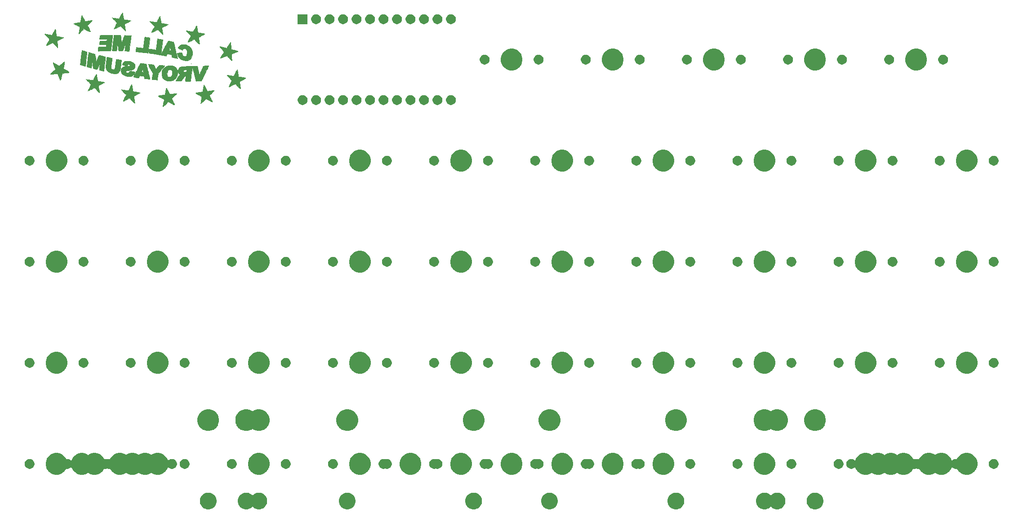
<source format=gbs>
G04 #@! TF.GenerationSoftware,KiCad,Pcbnew,(5.1.4)-1*
G04 #@! TF.CreationDate,2021-09-04T02:39:22-10:00*
G04 #@! TF.ProjectId,oya45,6f796134-352e-46b6-9963-61645f706362,rev?*
G04 #@! TF.SameCoordinates,Original*
G04 #@! TF.FileFunction,Soldermask,Bot*
G04 #@! TF.FilePolarity,Negative*
%FSLAX46Y46*%
G04 Gerber Fmt 4.6, Leading zero omitted, Abs format (unit mm)*
G04 Created by KiCad (PCBNEW (5.1.4)-1) date 2021-09-04 02:39:22*
%MOMM*%
%LPD*%
G04 APERTURE LIST*
%ADD10C,0.010000*%
%ADD11C,0.100000*%
G04 APERTURE END LIST*
D10*
G36*
X69532918Y-29255539D02*
G01*
X69501752Y-29299672D01*
X69457436Y-29374116D01*
X69397115Y-29483713D01*
X69317933Y-29633306D01*
X69217037Y-29827738D01*
X69196124Y-29868309D01*
X69104846Y-30044745D01*
X69034952Y-30176915D01*
X68982377Y-30270935D01*
X68943051Y-30332918D01*
X68912909Y-30368980D01*
X68887883Y-30385236D01*
X68863905Y-30387800D01*
X68851773Y-30386001D01*
X68707971Y-30359582D01*
X68544747Y-30331704D01*
X68371194Y-30303683D01*
X68196406Y-30276837D01*
X68029476Y-30252482D01*
X67879499Y-30231938D01*
X67755568Y-30216520D01*
X67666777Y-30207546D01*
X67622220Y-30206333D01*
X67619026Y-30207428D01*
X67632030Y-30232496D01*
X67680184Y-30291212D01*
X67758215Y-30377826D01*
X67860854Y-30486590D01*
X67982829Y-30611751D01*
X68067658Y-30696860D01*
X68537889Y-31164694D01*
X68384060Y-31450291D01*
X68253495Y-31694976D01*
X68144744Y-31903565D01*
X68059035Y-32073558D01*
X67997592Y-32202456D01*
X67961641Y-32287760D01*
X67952408Y-32326971D01*
X67953322Y-32328645D01*
X67982350Y-32321459D01*
X68054441Y-32291921D01*
X68162380Y-32243331D01*
X68298954Y-32178992D01*
X68456948Y-32102206D01*
X68561792Y-32050149D01*
X69152932Y-31754323D01*
X69615798Y-32217828D01*
X69747824Y-32349342D01*
X69866625Y-32466362D01*
X69966424Y-32563305D01*
X70041443Y-32634587D01*
X70085906Y-32674626D01*
X70095448Y-32681333D01*
X70126525Y-32667040D01*
X70126134Y-32636324D01*
X70117241Y-32557982D01*
X70100978Y-32440003D01*
X70078481Y-32290375D01*
X70050884Y-32117087D01*
X70033533Y-32012143D01*
X70003260Y-31829738D01*
X69976812Y-31667193D01*
X69955418Y-31532338D01*
X69940308Y-31433001D01*
X69932714Y-31377012D01*
X69932221Y-31367494D01*
X69958173Y-31354535D01*
X70027712Y-31320388D01*
X70133668Y-31268559D01*
X70268873Y-31202552D01*
X70426156Y-31125873D01*
X70523806Y-31078310D01*
X70690411Y-30996082D01*
X70838580Y-30920833D01*
X70961200Y-30856350D01*
X71051157Y-30806421D01*
X71101338Y-30774834D01*
X71109417Y-30766483D01*
X71106366Y-30757469D01*
X71093316Y-30748669D01*
X71064418Y-30738949D01*
X71013827Y-30727175D01*
X70935695Y-30712214D01*
X70824175Y-30692933D01*
X70673421Y-30668198D01*
X70477585Y-30636876D01*
X70276862Y-30605103D01*
X70119695Y-30580033D01*
X69983342Y-30557810D01*
X69876973Y-30539968D01*
X69809760Y-30528040D01*
X69790312Y-30523763D01*
X69784125Y-30495544D01*
X69770500Y-30419496D01*
X69750775Y-30303549D01*
X69726285Y-30155632D01*
X69698371Y-29983674D01*
X69682698Y-29885835D01*
X69653131Y-29703689D01*
X69625697Y-29540789D01*
X69601837Y-29405219D01*
X69582996Y-29305066D01*
X69570616Y-29248414D01*
X69567218Y-29238837D01*
X69553788Y-29236875D01*
X69532918Y-29255539D01*
X69532918Y-29255539D01*
G37*
X69532918Y-29255539D02*
X69501752Y-29299672D01*
X69457436Y-29374116D01*
X69397115Y-29483713D01*
X69317933Y-29633306D01*
X69217037Y-29827738D01*
X69196124Y-29868309D01*
X69104846Y-30044745D01*
X69034952Y-30176915D01*
X68982377Y-30270935D01*
X68943051Y-30332918D01*
X68912909Y-30368980D01*
X68887883Y-30385236D01*
X68863905Y-30387800D01*
X68851773Y-30386001D01*
X68707971Y-30359582D01*
X68544747Y-30331704D01*
X68371194Y-30303683D01*
X68196406Y-30276837D01*
X68029476Y-30252482D01*
X67879499Y-30231938D01*
X67755568Y-30216520D01*
X67666777Y-30207546D01*
X67622220Y-30206333D01*
X67619026Y-30207428D01*
X67632030Y-30232496D01*
X67680184Y-30291212D01*
X67758215Y-30377826D01*
X67860854Y-30486590D01*
X67982829Y-30611751D01*
X68067658Y-30696860D01*
X68537889Y-31164694D01*
X68384060Y-31450291D01*
X68253495Y-31694976D01*
X68144744Y-31903565D01*
X68059035Y-32073558D01*
X67997592Y-32202456D01*
X67961641Y-32287760D01*
X67952408Y-32326971D01*
X67953322Y-32328645D01*
X67982350Y-32321459D01*
X68054441Y-32291921D01*
X68162380Y-32243331D01*
X68298954Y-32178992D01*
X68456948Y-32102206D01*
X68561792Y-32050149D01*
X69152932Y-31754323D01*
X69615798Y-32217828D01*
X69747824Y-32349342D01*
X69866625Y-32466362D01*
X69966424Y-32563305D01*
X70041443Y-32634587D01*
X70085906Y-32674626D01*
X70095448Y-32681333D01*
X70126525Y-32667040D01*
X70126134Y-32636324D01*
X70117241Y-32557982D01*
X70100978Y-32440003D01*
X70078481Y-32290375D01*
X70050884Y-32117087D01*
X70033533Y-32012143D01*
X70003260Y-31829738D01*
X69976812Y-31667193D01*
X69955418Y-31532338D01*
X69940308Y-31433001D01*
X69932714Y-31377012D01*
X69932221Y-31367494D01*
X69958173Y-31354535D01*
X70027712Y-31320388D01*
X70133668Y-31268559D01*
X70268873Y-31202552D01*
X70426156Y-31125873D01*
X70523806Y-31078310D01*
X70690411Y-30996082D01*
X70838580Y-30920833D01*
X70961200Y-30856350D01*
X71051157Y-30806421D01*
X71101338Y-30774834D01*
X71109417Y-30766483D01*
X71106366Y-30757469D01*
X71093316Y-30748669D01*
X71064418Y-30738949D01*
X71013827Y-30727175D01*
X70935695Y-30712214D01*
X70824175Y-30692933D01*
X70673421Y-30668198D01*
X70477585Y-30636876D01*
X70276862Y-30605103D01*
X70119695Y-30580033D01*
X69983342Y-30557810D01*
X69876973Y-30539968D01*
X69809760Y-30528040D01*
X69790312Y-30523763D01*
X69784125Y-30495544D01*
X69770500Y-30419496D01*
X69750775Y-30303549D01*
X69726285Y-30155632D01*
X69698371Y-29983674D01*
X69682698Y-29885835D01*
X69653131Y-29703689D01*
X69625697Y-29540789D01*
X69601837Y-29405219D01*
X69582996Y-29305066D01*
X69570616Y-29248414D01*
X69567218Y-29238837D01*
X69553788Y-29236875D01*
X69532918Y-29255539D01*
G36*
X61878118Y-29775172D02*
G01*
X61854791Y-29846236D01*
X61828494Y-29960756D01*
X61798253Y-30122560D01*
X61763096Y-30335476D01*
X61751276Y-30410978D01*
X61722947Y-30590328D01*
X61696663Y-30750309D01*
X61673858Y-30882700D01*
X61655967Y-30979280D01*
X61644423Y-31031825D01*
X61641754Y-31038848D01*
X61610765Y-31047600D01*
X61532561Y-31063717D01*
X61415657Y-31085616D01*
X61268569Y-31111715D01*
X61099812Y-31140431D01*
X61055528Y-31147785D01*
X60840702Y-31183345D01*
X60675146Y-31211151D01*
X60552441Y-31232674D01*
X60466170Y-31249380D01*
X60409916Y-31262738D01*
X60377261Y-31274216D01*
X60361787Y-31285282D01*
X60357078Y-31297405D01*
X60356750Y-31307645D01*
X60381093Y-31330761D01*
X60448703Y-31372738D01*
X60551453Y-31429100D01*
X60681213Y-31495373D01*
X60817166Y-31561112D01*
X61029280Y-31661218D01*
X61195663Y-31740028D01*
X61321678Y-31800237D01*
X61412686Y-31844538D01*
X61474049Y-31875628D01*
X61511130Y-31896201D01*
X61529289Y-31908951D01*
X61533888Y-31916574D01*
X61531892Y-31920322D01*
X61521188Y-31953919D01*
X61509170Y-32023499D01*
X61504470Y-32060444D01*
X61495157Y-32130683D01*
X61478605Y-32244334D01*
X61456668Y-32389100D01*
X61431201Y-32552686D01*
X61411835Y-32674510D01*
X61381593Y-32874610D01*
X61362438Y-33028055D01*
X61354631Y-33132212D01*
X61358431Y-33184451D01*
X61361041Y-33188912D01*
X61390364Y-33178855D01*
X61456098Y-33128392D01*
X61556699Y-33038896D01*
X61690624Y-32911741D01*
X61854443Y-32750184D01*
X62320508Y-32284119D01*
X62615685Y-32428317D01*
X62774707Y-32506155D01*
X62954612Y-32594453D01*
X63126781Y-32679156D01*
X63201413Y-32715961D01*
X63341838Y-32781789D01*
X63444606Y-32822385D01*
X63505454Y-32836185D01*
X63518890Y-32832482D01*
X63521451Y-32791852D01*
X63493399Y-32710676D01*
X63451772Y-32623500D01*
X63388822Y-32502725D01*
X63311605Y-32356207D01*
X63227685Y-32198129D01*
X63144622Y-32042674D01*
X63069979Y-31904024D01*
X63011317Y-31796360D01*
X62996249Y-31769143D01*
X62936144Y-31661287D01*
X63396225Y-31202087D01*
X63527515Y-31069607D01*
X63644211Y-30949095D01*
X63740670Y-30846606D01*
X63811249Y-30768194D01*
X63850305Y-30719914D01*
X63856306Y-30708367D01*
X63830740Y-30689759D01*
X63760381Y-30686304D01*
X63654738Y-30697749D01*
X63556493Y-30716304D01*
X63485883Y-30730328D01*
X63401271Y-30745493D01*
X63338486Y-30756172D01*
X63233552Y-30774088D01*
X63099956Y-30796938D01*
X62951181Y-30822415D01*
X62916990Y-30828274D01*
X62776151Y-30851148D01*
X62656528Y-30868177D01*
X62568406Y-30878080D01*
X62522073Y-30879579D01*
X62517682Y-30877972D01*
X62497724Y-30841749D01*
X62456355Y-30764293D01*
X62398230Y-30654440D01*
X62327998Y-30521023D01*
X62250312Y-30372877D01*
X62169824Y-30218839D01*
X62100092Y-30084888D01*
X62036127Y-29962524D01*
X61981429Y-29859305D01*
X61941249Y-29785040D01*
X61920842Y-29749540D01*
X61919753Y-29748103D01*
X61899448Y-29743737D01*
X61878118Y-29775172D01*
X61878118Y-29775172D01*
G37*
X61878118Y-29775172D02*
X61854791Y-29846236D01*
X61828494Y-29960756D01*
X61798253Y-30122560D01*
X61763096Y-30335476D01*
X61751276Y-30410978D01*
X61722947Y-30590328D01*
X61696663Y-30750309D01*
X61673858Y-30882700D01*
X61655967Y-30979280D01*
X61644423Y-31031825D01*
X61641754Y-31038848D01*
X61610765Y-31047600D01*
X61532561Y-31063717D01*
X61415657Y-31085616D01*
X61268569Y-31111715D01*
X61099812Y-31140431D01*
X61055528Y-31147785D01*
X60840702Y-31183345D01*
X60675146Y-31211151D01*
X60552441Y-31232674D01*
X60466170Y-31249380D01*
X60409916Y-31262738D01*
X60377261Y-31274216D01*
X60361787Y-31285282D01*
X60357078Y-31297405D01*
X60356750Y-31307645D01*
X60381093Y-31330761D01*
X60448703Y-31372738D01*
X60551453Y-31429100D01*
X60681213Y-31495373D01*
X60817166Y-31561112D01*
X61029280Y-31661218D01*
X61195663Y-31740028D01*
X61321678Y-31800237D01*
X61412686Y-31844538D01*
X61474049Y-31875628D01*
X61511130Y-31896201D01*
X61529289Y-31908951D01*
X61533888Y-31916574D01*
X61531892Y-31920322D01*
X61521188Y-31953919D01*
X61509170Y-32023499D01*
X61504470Y-32060444D01*
X61495157Y-32130683D01*
X61478605Y-32244334D01*
X61456668Y-32389100D01*
X61431201Y-32552686D01*
X61411835Y-32674510D01*
X61381593Y-32874610D01*
X61362438Y-33028055D01*
X61354631Y-33132212D01*
X61358431Y-33184451D01*
X61361041Y-33188912D01*
X61390364Y-33178855D01*
X61456098Y-33128392D01*
X61556699Y-33038896D01*
X61690624Y-32911741D01*
X61854443Y-32750184D01*
X62320508Y-32284119D01*
X62615685Y-32428317D01*
X62774707Y-32506155D01*
X62954612Y-32594453D01*
X63126781Y-32679156D01*
X63201413Y-32715961D01*
X63341838Y-32781789D01*
X63444606Y-32822385D01*
X63505454Y-32836185D01*
X63518890Y-32832482D01*
X63521451Y-32791852D01*
X63493399Y-32710676D01*
X63451772Y-32623500D01*
X63388822Y-32502725D01*
X63311605Y-32356207D01*
X63227685Y-32198129D01*
X63144622Y-32042674D01*
X63069979Y-31904024D01*
X63011317Y-31796360D01*
X62996249Y-31769143D01*
X62936144Y-31661287D01*
X63396225Y-31202087D01*
X63527515Y-31069607D01*
X63644211Y-30949095D01*
X63740670Y-30846606D01*
X63811249Y-30768194D01*
X63850305Y-30719914D01*
X63856306Y-30708367D01*
X63830740Y-30689759D01*
X63760381Y-30686304D01*
X63654738Y-30697749D01*
X63556493Y-30716304D01*
X63485883Y-30730328D01*
X63401271Y-30745493D01*
X63338486Y-30756172D01*
X63233552Y-30774088D01*
X63099956Y-30796938D01*
X62951181Y-30822415D01*
X62916990Y-30828274D01*
X62776151Y-30851148D01*
X62656528Y-30868177D01*
X62568406Y-30878080D01*
X62522073Y-30879579D01*
X62517682Y-30877972D01*
X62497724Y-30841749D01*
X62456355Y-30764293D01*
X62398230Y-30654440D01*
X62327998Y-30521023D01*
X62250312Y-30372877D01*
X62169824Y-30218839D01*
X62100092Y-30084888D01*
X62036127Y-29962524D01*
X61981429Y-29859305D01*
X61941249Y-29785040D01*
X61920842Y-29749540D01*
X61919753Y-29748103D01*
X61899448Y-29743737D01*
X61878118Y-29775172D01*
G36*
X76610696Y-29914646D02*
G01*
X76597937Y-29930564D01*
X76576202Y-29966922D01*
X76541705Y-30030276D01*
X76490658Y-30127182D01*
X76419274Y-30264196D01*
X76373105Y-30353000D01*
X76263427Y-30563492D01*
X76176668Y-30728814D01*
X76110067Y-30854058D01*
X76060862Y-30944318D01*
X76026292Y-31004688D01*
X76003594Y-31040260D01*
X75993754Y-31052651D01*
X75960861Y-31054767D01*
X75880819Y-31048066D01*
X75762057Y-31033611D01*
X75612998Y-31012462D01*
X75442069Y-30985683D01*
X75377828Y-30975040D01*
X75197638Y-30945269D01*
X75033113Y-30919031D01*
X74893532Y-30897730D01*
X74788172Y-30882770D01*
X74726312Y-30875555D01*
X74717480Y-30875111D01*
X74703529Y-30882314D01*
X74711404Y-30906535D01*
X74744478Y-30951689D01*
X74806123Y-31021694D01*
X74899712Y-31120465D01*
X75028616Y-31251919D01*
X75127723Y-31351523D01*
X75603517Y-31827935D01*
X75505000Y-32007690D01*
X75399564Y-32202069D01*
X75300528Y-32388416D01*
X75211121Y-32560320D01*
X75134568Y-32711369D01*
X75074095Y-32835152D01*
X75032929Y-32925258D01*
X75014296Y-32975276D01*
X75014169Y-32983048D01*
X75023223Y-32986662D01*
X75041943Y-32983782D01*
X75075762Y-32971916D01*
X75130112Y-32948576D01*
X75210428Y-32911272D01*
X75322141Y-32857514D01*
X75470686Y-32784812D01*
X75661495Y-32690676D01*
X75778335Y-32632868D01*
X76199808Y-32424221D01*
X76667637Y-32891444D01*
X76800875Y-33023530D01*
X76921385Y-33141139D01*
X77023313Y-33238707D01*
X77100801Y-33310670D01*
X77147995Y-33351464D01*
X77159390Y-33358666D01*
X77172415Y-33335671D01*
X77168501Y-33295166D01*
X77156534Y-33234307D01*
X77139268Y-33133938D01*
X77118145Y-33003739D01*
X77094608Y-32853392D01*
X77070099Y-32692575D01*
X77046061Y-32530969D01*
X77023937Y-32378253D01*
X77005170Y-32244109D01*
X76991201Y-32138216D01*
X76983475Y-32070254D01*
X76982863Y-32049561D01*
X77010258Y-32035124D01*
X77081197Y-31999590D01*
X77188450Y-31946527D01*
X77324790Y-31879503D01*
X77482990Y-31802086D01*
X77583178Y-31753212D01*
X77749237Y-31671399D01*
X77895933Y-31597399D01*
X78016420Y-31534810D01*
X78103851Y-31487228D01*
X78151378Y-31458251D01*
X78157865Y-31451262D01*
X78126965Y-31442582D01*
X78048389Y-31426308D01*
X77930167Y-31403935D01*
X77780328Y-31376958D01*
X77606905Y-31346875D01*
X77504682Y-31329598D01*
X77321763Y-31298464D01*
X77158050Y-31269644D01*
X77021567Y-31244630D01*
X76920338Y-31224913D01*
X76862388Y-31211982D01*
X76851875Y-31208309D01*
X76843495Y-31177471D01*
X76827907Y-31098937D01*
X76806548Y-30980788D01*
X76780858Y-30831108D01*
X76752275Y-30657977D01*
X76736815Y-30561804D01*
X76707427Y-30379910D01*
X76680389Y-30217456D01*
X76657103Y-30082479D01*
X76638972Y-29983016D01*
X76627399Y-29927104D01*
X76624436Y-29917907D01*
X76618267Y-29912613D01*
X76610696Y-29914646D01*
X76610696Y-29914646D01*
G37*
X76610696Y-29914646D02*
X76597937Y-29930564D01*
X76576202Y-29966922D01*
X76541705Y-30030276D01*
X76490658Y-30127182D01*
X76419274Y-30264196D01*
X76373105Y-30353000D01*
X76263427Y-30563492D01*
X76176668Y-30728814D01*
X76110067Y-30854058D01*
X76060862Y-30944318D01*
X76026292Y-31004688D01*
X76003594Y-31040260D01*
X75993754Y-31052651D01*
X75960861Y-31054767D01*
X75880819Y-31048066D01*
X75762057Y-31033611D01*
X75612998Y-31012462D01*
X75442069Y-30985683D01*
X75377828Y-30975040D01*
X75197638Y-30945269D01*
X75033113Y-30919031D01*
X74893532Y-30897730D01*
X74788172Y-30882770D01*
X74726312Y-30875555D01*
X74717480Y-30875111D01*
X74703529Y-30882314D01*
X74711404Y-30906535D01*
X74744478Y-30951689D01*
X74806123Y-31021694D01*
X74899712Y-31120465D01*
X75028616Y-31251919D01*
X75127723Y-31351523D01*
X75603517Y-31827935D01*
X75505000Y-32007690D01*
X75399564Y-32202069D01*
X75300528Y-32388416D01*
X75211121Y-32560320D01*
X75134568Y-32711369D01*
X75074095Y-32835152D01*
X75032929Y-32925258D01*
X75014296Y-32975276D01*
X75014169Y-32983048D01*
X75023223Y-32986662D01*
X75041943Y-32983782D01*
X75075762Y-32971916D01*
X75130112Y-32948576D01*
X75210428Y-32911272D01*
X75322141Y-32857514D01*
X75470686Y-32784812D01*
X75661495Y-32690676D01*
X75778335Y-32632868D01*
X76199808Y-32424221D01*
X76667637Y-32891444D01*
X76800875Y-33023530D01*
X76921385Y-33141139D01*
X77023313Y-33238707D01*
X77100801Y-33310670D01*
X77147995Y-33351464D01*
X77159390Y-33358666D01*
X77172415Y-33335671D01*
X77168501Y-33295166D01*
X77156534Y-33234307D01*
X77139268Y-33133938D01*
X77118145Y-33003739D01*
X77094608Y-32853392D01*
X77070099Y-32692575D01*
X77046061Y-32530969D01*
X77023937Y-32378253D01*
X77005170Y-32244109D01*
X76991201Y-32138216D01*
X76983475Y-32070254D01*
X76982863Y-32049561D01*
X77010258Y-32035124D01*
X77081197Y-31999590D01*
X77188450Y-31946527D01*
X77324790Y-31879503D01*
X77482990Y-31802086D01*
X77583178Y-31753212D01*
X77749237Y-31671399D01*
X77895933Y-31597399D01*
X78016420Y-31534810D01*
X78103851Y-31487228D01*
X78151378Y-31458251D01*
X78157865Y-31451262D01*
X78126965Y-31442582D01*
X78048389Y-31426308D01*
X77930167Y-31403935D01*
X77780328Y-31376958D01*
X77606905Y-31346875D01*
X77504682Y-31329598D01*
X77321763Y-31298464D01*
X77158050Y-31269644D01*
X77021567Y-31244630D01*
X76920338Y-31224913D01*
X76862388Y-31211982D01*
X76851875Y-31208309D01*
X76843495Y-31177471D01*
X76827907Y-31098937D01*
X76806548Y-30980788D01*
X76780858Y-30831108D01*
X76752275Y-30657977D01*
X76736815Y-30561804D01*
X76707427Y-30379910D01*
X76680389Y-30217456D01*
X76657103Y-30082479D01*
X76638972Y-29983016D01*
X76627399Y-29927104D01*
X76624436Y-29917907D01*
X76618267Y-29912613D01*
X76610696Y-29914646D01*
G36*
X83495844Y-31727081D02*
G01*
X83467592Y-31745272D01*
X83427533Y-31795514D01*
X83372970Y-31882211D01*
X83301203Y-32009767D01*
X83209532Y-32182587D01*
X83170486Y-32258000D01*
X83088087Y-32416470D01*
X83012684Y-32558749D01*
X82948640Y-32676818D01*
X82900320Y-32762660D01*
X82872091Y-32808256D01*
X82868618Y-32812493D01*
X82848083Y-32822225D01*
X82808537Y-32825758D01*
X82744721Y-32822379D01*
X82651374Y-32811377D01*
X82523236Y-32792037D01*
X82355049Y-32763649D01*
X82141551Y-32725499D01*
X81904417Y-32681876D01*
X81758863Y-32654842D01*
X81659948Y-32637549D01*
X81598708Y-32630036D01*
X81566179Y-32632339D01*
X81553395Y-32644497D01*
X81551393Y-32666546D01*
X81551639Y-32683349D01*
X81572964Y-32726536D01*
X81636326Y-32805320D01*
X81740804Y-32918684D01*
X81885478Y-33065609D01*
X81989084Y-33167397D01*
X82117841Y-33294497D01*
X82231598Y-33410298D01*
X82324439Y-33508486D01*
X82390446Y-33582749D01*
X82423706Y-33626774D01*
X82426528Y-33634199D01*
X82413646Y-33677776D01*
X82379643Y-33754730D01*
X82331491Y-33849481D01*
X82324299Y-33862763D01*
X82187661Y-34114805D01*
X82077643Y-34321752D01*
X81992555Y-34487341D01*
X81930704Y-34615305D01*
X81890398Y-34709380D01*
X81869947Y-34773301D01*
X81867657Y-34810804D01*
X81881836Y-34825623D01*
X81887902Y-34826222D01*
X81919672Y-34814421D01*
X81994698Y-34781324D01*
X82105509Y-34730390D01*
X82244632Y-34665077D01*
X82404599Y-34588843D01*
X82501735Y-34542073D01*
X83089750Y-34257925D01*
X83531596Y-34711407D01*
X83661365Y-34842611D01*
X83780103Y-34958923D01*
X83881573Y-35054533D01*
X83959540Y-35123634D01*
X84007768Y-35160417D01*
X84018430Y-35164888D01*
X84053622Y-35142732D01*
X84063417Y-35082180D01*
X84058979Y-35028477D01*
X84046648Y-34929637D01*
X84027898Y-34796186D01*
X84004206Y-34638649D01*
X83978750Y-34478036D01*
X83951954Y-34310619D01*
X83928649Y-34160450D01*
X83910275Y-34037191D01*
X83898274Y-33950504D01*
X83894084Y-33910367D01*
X83914570Y-33883627D01*
X83977555Y-33840198D01*
X84085332Y-33778785D01*
X84240193Y-33698092D01*
X84444429Y-33596822D01*
X84474516Y-33582180D01*
X84687789Y-33478458D01*
X84850855Y-33396588D01*
X84963916Y-33333030D01*
X85027177Y-33284243D01*
X85040840Y-33246687D01*
X85005108Y-33216820D01*
X84920184Y-33191103D01*
X84786272Y-33165993D01*
X84603574Y-33137952D01*
X84500862Y-33122745D01*
X84292785Y-33090014D01*
X84109000Y-33057501D01*
X83956316Y-33026654D01*
X83841539Y-32998921D01*
X83771478Y-32975750D01*
X83753041Y-32963666D01*
X83737080Y-32916415D01*
X83720803Y-32835450D01*
X83713371Y-32783552D01*
X83702074Y-32699195D01*
X83684291Y-32575547D01*
X83662438Y-32429054D01*
X83638929Y-32276164D01*
X83638295Y-32272111D01*
X83615403Y-32125618D01*
X83594449Y-31991294D01*
X83577628Y-31883230D01*
X83567137Y-31815519D01*
X83566557Y-31811747D01*
X83549142Y-31747137D01*
X83517524Y-31725925D01*
X83495844Y-31727081D01*
X83495844Y-31727081D01*
G37*
X83495844Y-31727081D02*
X83467592Y-31745272D01*
X83427533Y-31795514D01*
X83372970Y-31882211D01*
X83301203Y-32009767D01*
X83209532Y-32182587D01*
X83170486Y-32258000D01*
X83088087Y-32416470D01*
X83012684Y-32558749D01*
X82948640Y-32676818D01*
X82900320Y-32762660D01*
X82872091Y-32808256D01*
X82868618Y-32812493D01*
X82848083Y-32822225D01*
X82808537Y-32825758D01*
X82744721Y-32822379D01*
X82651374Y-32811377D01*
X82523236Y-32792037D01*
X82355049Y-32763649D01*
X82141551Y-32725499D01*
X81904417Y-32681876D01*
X81758863Y-32654842D01*
X81659948Y-32637549D01*
X81598708Y-32630036D01*
X81566179Y-32632339D01*
X81553395Y-32644497D01*
X81551393Y-32666546D01*
X81551639Y-32683349D01*
X81572964Y-32726536D01*
X81636326Y-32805320D01*
X81740804Y-32918684D01*
X81885478Y-33065609D01*
X81989084Y-33167397D01*
X82117841Y-33294497D01*
X82231598Y-33410298D01*
X82324439Y-33508486D01*
X82390446Y-33582749D01*
X82423706Y-33626774D01*
X82426528Y-33634199D01*
X82413646Y-33677776D01*
X82379643Y-33754730D01*
X82331491Y-33849481D01*
X82324299Y-33862763D01*
X82187661Y-34114805D01*
X82077643Y-34321752D01*
X81992555Y-34487341D01*
X81930704Y-34615305D01*
X81890398Y-34709380D01*
X81869947Y-34773301D01*
X81867657Y-34810804D01*
X81881836Y-34825623D01*
X81887902Y-34826222D01*
X81919672Y-34814421D01*
X81994698Y-34781324D01*
X82105509Y-34730390D01*
X82244632Y-34665077D01*
X82404599Y-34588843D01*
X82501735Y-34542073D01*
X83089750Y-34257925D01*
X83531596Y-34711407D01*
X83661365Y-34842611D01*
X83780103Y-34958923D01*
X83881573Y-35054533D01*
X83959540Y-35123634D01*
X84007768Y-35160417D01*
X84018430Y-35164888D01*
X84053622Y-35142732D01*
X84063417Y-35082180D01*
X84058979Y-35028477D01*
X84046648Y-34929637D01*
X84027898Y-34796186D01*
X84004206Y-34638649D01*
X83978750Y-34478036D01*
X83951954Y-34310619D01*
X83928649Y-34160450D01*
X83910275Y-34037191D01*
X83898274Y-33950504D01*
X83894084Y-33910367D01*
X83914570Y-33883627D01*
X83977555Y-33840198D01*
X84085332Y-33778785D01*
X84240193Y-33698092D01*
X84444429Y-33596822D01*
X84474516Y-33582180D01*
X84687789Y-33478458D01*
X84850855Y-33396588D01*
X84963916Y-33333030D01*
X85027177Y-33284243D01*
X85040840Y-33246687D01*
X85005108Y-33216820D01*
X84920184Y-33191103D01*
X84786272Y-33165993D01*
X84603574Y-33137952D01*
X84500862Y-33122745D01*
X84292785Y-33090014D01*
X84109000Y-33057501D01*
X83956316Y-33026654D01*
X83841539Y-32998921D01*
X83771478Y-32975750D01*
X83753041Y-32963666D01*
X83737080Y-32916415D01*
X83720803Y-32835450D01*
X83713371Y-32783552D01*
X83702074Y-32699195D01*
X83684291Y-32575547D01*
X83662438Y-32429054D01*
X83638929Y-32276164D01*
X83638295Y-32272111D01*
X83615403Y-32125618D01*
X83594449Y-31991294D01*
X83577628Y-31883230D01*
X83567137Y-31815519D01*
X83566557Y-31811747D01*
X83549142Y-31747137D01*
X83517524Y-31725925D01*
X83495844Y-31727081D01*
G36*
X56892749Y-32376373D02*
G01*
X56874495Y-32385650D01*
X56850647Y-32410603D01*
X56817874Y-32456676D01*
X56772841Y-32529312D01*
X56712214Y-32633956D01*
X56632659Y-32776051D01*
X56530843Y-32961042D01*
X56498585Y-33020000D01*
X56406403Y-33187781D01*
X56336392Y-33311833D01*
X56284049Y-33398168D01*
X56244869Y-33452800D01*
X56214347Y-33481743D01*
X56187980Y-33491009D01*
X56161264Y-33486612D01*
X56151639Y-33483202D01*
X56112703Y-33473108D01*
X56031123Y-33454694D01*
X55919622Y-33430610D01*
X55790923Y-33403511D01*
X55657750Y-33376048D01*
X55532826Y-33350875D01*
X55428875Y-33330642D01*
X55361417Y-33318460D01*
X55311919Y-33308982D01*
X55228081Y-33291748D01*
X55155084Y-33276273D01*
X55027814Y-33256152D01*
X54945514Y-33259524D01*
X54911171Y-33286169D01*
X54910320Y-33294280D01*
X54923415Y-33316150D01*
X54963781Y-33364619D01*
X55033627Y-33442063D01*
X55135160Y-33550857D01*
X55270589Y-33693378D01*
X55442121Y-33872002D01*
X55576614Y-34011271D01*
X55662351Y-34102844D01*
X55730931Y-34181690D01*
X55774072Y-34237939D01*
X55784750Y-34259372D01*
X55772135Y-34298127D01*
X55739483Y-34370489D01*
X55694583Y-34460957D01*
X55645227Y-34554028D01*
X55599205Y-34634203D01*
X55584976Y-34656888D01*
X55537117Y-34734684D01*
X55477171Y-34838103D01*
X55411008Y-34956257D01*
X55344498Y-35078257D01*
X55283513Y-35193215D01*
X55233923Y-35290241D01*
X55201599Y-35358447D01*
X55192084Y-35385606D01*
X55206168Y-35410513D01*
X55251358Y-35412441D01*
X55332057Y-35390147D01*
X55452669Y-35342393D01*
X55617598Y-35267935D01*
X55629528Y-35262343D01*
X55848363Y-35159691D01*
X56021595Y-35078722D01*
X56154646Y-35016983D01*
X56252938Y-34972022D01*
X56321893Y-34941385D01*
X56366931Y-34922621D01*
X56393474Y-34913276D01*
X56406383Y-34910888D01*
X56434970Y-34930223D01*
X56493082Y-34982693D01*
X56571917Y-35059996D01*
X56651657Y-35142199D01*
X56834072Y-35334343D01*
X56981427Y-35489331D01*
X57097651Y-35610819D01*
X57186677Y-35702461D01*
X57252434Y-35767915D01*
X57298854Y-35810834D01*
X57329868Y-35834875D01*
X57349406Y-35843694D01*
X57361400Y-35840946D01*
X57369781Y-35830286D01*
X57377392Y-35817097D01*
X57377901Y-35784014D01*
X57371856Y-35704779D01*
X57360423Y-35589154D01*
X57344764Y-35446902D01*
X57326043Y-35287785D01*
X57305424Y-35121565D01*
X57284070Y-34958004D01*
X57263146Y-34806866D01*
X57243814Y-34677912D01*
X57235621Y-34627807D01*
X57228667Y-34572971D01*
X57238028Y-34536741D01*
X57274283Y-34506744D01*
X57348009Y-34470609D01*
X57383674Y-34454645D01*
X57645857Y-34337645D01*
X57860785Y-34241193D01*
X58032821Y-34163005D01*
X58166332Y-34100796D01*
X58265681Y-34052282D01*
X58335233Y-34015178D01*
X58379353Y-33987200D01*
X58402405Y-33966063D01*
X58408755Y-33949483D01*
X58402767Y-33935175D01*
X58394097Y-33925790D01*
X58355469Y-33909087D01*
X58275838Y-33886994D01*
X58169878Y-33863395D01*
X58127195Y-33855108D01*
X58008219Y-33832672D01*
X57903074Y-33812403D01*
X57829864Y-33797802D01*
X57816750Y-33795033D01*
X57754056Y-33782252D01*
X57652273Y-33762377D01*
X57527826Y-33738537D01*
X57397136Y-33713860D01*
X57276628Y-33691477D01*
X57203522Y-33678203D01*
X57158764Y-33667427D01*
X57127943Y-33647231D01*
X57106924Y-33607349D01*
X57091572Y-33537512D01*
X57077751Y-33427455D01*
X57069153Y-33344555D01*
X57058236Y-33245043D01*
X57042987Y-33116393D01*
X57026590Y-32985410D01*
X57025588Y-32977666D01*
X57009517Y-32853127D01*
X56994376Y-32734707D01*
X56983183Y-32646016D01*
X56982311Y-32639000D01*
X56964351Y-32510465D01*
X56946957Y-32429516D01*
X56927147Y-32387407D01*
X56901938Y-32375392D01*
X56892749Y-32376373D01*
X56892749Y-32376373D01*
G37*
X56892749Y-32376373D02*
X56874495Y-32385650D01*
X56850647Y-32410603D01*
X56817874Y-32456676D01*
X56772841Y-32529312D01*
X56712214Y-32633956D01*
X56632659Y-32776051D01*
X56530843Y-32961042D01*
X56498585Y-33020000D01*
X56406403Y-33187781D01*
X56336392Y-33311833D01*
X56284049Y-33398168D01*
X56244869Y-33452800D01*
X56214347Y-33481743D01*
X56187980Y-33491009D01*
X56161264Y-33486612D01*
X56151639Y-33483202D01*
X56112703Y-33473108D01*
X56031123Y-33454694D01*
X55919622Y-33430610D01*
X55790923Y-33403511D01*
X55657750Y-33376048D01*
X55532826Y-33350875D01*
X55428875Y-33330642D01*
X55361417Y-33318460D01*
X55311919Y-33308982D01*
X55228081Y-33291748D01*
X55155084Y-33276273D01*
X55027814Y-33256152D01*
X54945514Y-33259524D01*
X54911171Y-33286169D01*
X54910320Y-33294280D01*
X54923415Y-33316150D01*
X54963781Y-33364619D01*
X55033627Y-33442063D01*
X55135160Y-33550857D01*
X55270589Y-33693378D01*
X55442121Y-33872002D01*
X55576614Y-34011271D01*
X55662351Y-34102844D01*
X55730931Y-34181690D01*
X55774072Y-34237939D01*
X55784750Y-34259372D01*
X55772135Y-34298127D01*
X55739483Y-34370489D01*
X55694583Y-34460957D01*
X55645227Y-34554028D01*
X55599205Y-34634203D01*
X55584976Y-34656888D01*
X55537117Y-34734684D01*
X55477171Y-34838103D01*
X55411008Y-34956257D01*
X55344498Y-35078257D01*
X55283513Y-35193215D01*
X55233923Y-35290241D01*
X55201599Y-35358447D01*
X55192084Y-35385606D01*
X55206168Y-35410513D01*
X55251358Y-35412441D01*
X55332057Y-35390147D01*
X55452669Y-35342393D01*
X55617598Y-35267935D01*
X55629528Y-35262343D01*
X55848363Y-35159691D01*
X56021595Y-35078722D01*
X56154646Y-35016983D01*
X56252938Y-34972022D01*
X56321893Y-34941385D01*
X56366931Y-34922621D01*
X56393474Y-34913276D01*
X56406383Y-34910888D01*
X56434970Y-34930223D01*
X56493082Y-34982693D01*
X56571917Y-35059996D01*
X56651657Y-35142199D01*
X56834072Y-35334343D01*
X56981427Y-35489331D01*
X57097651Y-35610819D01*
X57186677Y-35702461D01*
X57252434Y-35767915D01*
X57298854Y-35810834D01*
X57329868Y-35834875D01*
X57349406Y-35843694D01*
X57361400Y-35840946D01*
X57369781Y-35830286D01*
X57377392Y-35817097D01*
X57377901Y-35784014D01*
X57371856Y-35704779D01*
X57360423Y-35589154D01*
X57344764Y-35446902D01*
X57326043Y-35287785D01*
X57305424Y-35121565D01*
X57284070Y-34958004D01*
X57263146Y-34806866D01*
X57243814Y-34677912D01*
X57235621Y-34627807D01*
X57228667Y-34572971D01*
X57238028Y-34536741D01*
X57274283Y-34506744D01*
X57348009Y-34470609D01*
X57383674Y-34454645D01*
X57645857Y-34337645D01*
X57860785Y-34241193D01*
X58032821Y-34163005D01*
X58166332Y-34100796D01*
X58265681Y-34052282D01*
X58335233Y-34015178D01*
X58379353Y-33987200D01*
X58402405Y-33966063D01*
X58408755Y-33949483D01*
X58402767Y-33935175D01*
X58394097Y-33925790D01*
X58355469Y-33909087D01*
X58275838Y-33886994D01*
X58169878Y-33863395D01*
X58127195Y-33855108D01*
X58008219Y-33832672D01*
X57903074Y-33812403D01*
X57829864Y-33797802D01*
X57816750Y-33795033D01*
X57754056Y-33782252D01*
X57652273Y-33762377D01*
X57527826Y-33738537D01*
X57397136Y-33713860D01*
X57276628Y-33691477D01*
X57203522Y-33678203D01*
X57158764Y-33667427D01*
X57127943Y-33647231D01*
X57106924Y-33607349D01*
X57091572Y-33537512D01*
X57077751Y-33427455D01*
X57069153Y-33344555D01*
X57058236Y-33245043D01*
X57042987Y-33116393D01*
X57026590Y-32985410D01*
X57025588Y-32977666D01*
X57009517Y-32853127D01*
X56994376Y-32734707D01*
X56983183Y-32646016D01*
X56982311Y-32639000D01*
X56964351Y-32510465D01*
X56946957Y-32429516D01*
X56927147Y-32387407D01*
X56901938Y-32375392D01*
X56892749Y-32376373D01*
G36*
X67041033Y-33472574D02*
G01*
X66792968Y-33476339D01*
X66516045Y-33481968D01*
X66214855Y-33489405D01*
X65893987Y-33498595D01*
X65558034Y-33509482D01*
X65557257Y-33509509D01*
X65449053Y-33514569D01*
X65364879Y-33521053D01*
X65318720Y-33527791D01*
X65314280Y-33529790D01*
X65306870Y-33561425D01*
X65295798Y-33635528D01*
X65282625Y-33738365D01*
X65268912Y-33856200D01*
X65256221Y-33975300D01*
X65246111Y-34081930D01*
X65240145Y-34162355D01*
X65239195Y-34190450D01*
X65242042Y-34226131D01*
X65258903Y-34245354D01*
X65302259Y-34251783D01*
X65384592Y-34249080D01*
X65429695Y-34246358D01*
X65522656Y-34241610D01*
X65657919Y-34236058D01*
X65821360Y-34230216D01*
X65998852Y-34224601D01*
X66121139Y-34221154D01*
X66622084Y-34207802D01*
X66622084Y-34287706D01*
X66616109Y-34379391D01*
X66605853Y-34448750D01*
X66595470Y-34489691D01*
X66576188Y-34514113D01*
X66535353Y-34526642D01*
X66460312Y-34531905D01*
X66373020Y-34533884D01*
X66161834Y-34538789D01*
X65957119Y-34545406D01*
X65766648Y-34553311D01*
X65598195Y-34562079D01*
X65459534Y-34571284D01*
X65358437Y-34580502D01*
X65302678Y-34589307D01*
X65294594Y-34592841D01*
X65284276Y-34627452D01*
X65270242Y-34703963D01*
X65254397Y-34808109D01*
X65238644Y-34925624D01*
X65224888Y-35042245D01*
X65215035Y-35143707D01*
X65210989Y-35215745D01*
X65210973Y-35219084D01*
X65213319Y-35241885D01*
X65226199Y-35257217D01*
X65258376Y-35266032D01*
X65318613Y-35269286D01*
X65415674Y-35267932D01*
X65558320Y-35262925D01*
X65599028Y-35261336D01*
X65771556Y-35254738D01*
X65952377Y-35248120D01*
X66119738Y-35242263D01*
X66249052Y-35238034D01*
X66511020Y-35229973D01*
X66492284Y-35402042D01*
X66475034Y-35529047D01*
X66452493Y-35609314D01*
X66418299Y-35652536D01*
X66366089Y-35668411D01*
X66317389Y-35668549D01*
X66255327Y-35668043D01*
X66148390Y-35670073D01*
X66008077Y-35674301D01*
X65845882Y-35680390D01*
X65704862Y-35686524D01*
X65534615Y-35693929D01*
X65378085Y-35699875D01*
X65246398Y-35704004D01*
X65150680Y-35705962D01*
X65106397Y-35705676D01*
X65068607Y-35704052D01*
X65041398Y-35708986D01*
X65021646Y-35728848D01*
X65006230Y-35772009D01*
X64992028Y-35846838D01*
X64975916Y-35961705D01*
X64957322Y-36105319D01*
X64938297Y-36256673D01*
X64928761Y-36360908D01*
X64930967Y-36426885D01*
X64947166Y-36463463D01*
X64979610Y-36479504D01*
X65030550Y-36483866D01*
X65053629Y-36484281D01*
X65131095Y-36483508D01*
X65180320Y-36479351D01*
X65187844Y-36476832D01*
X65218591Y-36472578D01*
X65298817Y-36467356D01*
X65421566Y-36461408D01*
X65579886Y-36454974D01*
X65766822Y-36448296D01*
X65975421Y-36441614D01*
X66198730Y-36435168D01*
X66429793Y-36429201D01*
X66661659Y-36423951D01*
X66786806Y-36421462D01*
X66956304Y-36417695D01*
X67105591Y-36413284D01*
X67225824Y-36408578D01*
X67308163Y-36403929D01*
X67343763Y-36399689D01*
X67344401Y-36399312D01*
X67351108Y-36368099D01*
X67363913Y-36283140D01*
X67382520Y-36146771D01*
X67406639Y-35961326D01*
X67435975Y-35729140D01*
X67470234Y-35452550D01*
X67509125Y-35133891D01*
X67552353Y-34775497D01*
X67599626Y-34379704D01*
X67627851Y-34141792D01*
X67648887Y-33957733D01*
X67666298Y-33792877D01*
X67679346Y-33655317D01*
X67687294Y-33553147D01*
X67689403Y-33494460D01*
X67687817Y-33483659D01*
X67652901Y-33477268D01*
X67566174Y-33473020D01*
X67432227Y-33470859D01*
X67255649Y-33470729D01*
X67041033Y-33472574D01*
X67041033Y-33472574D01*
G37*
X67041033Y-33472574D02*
X66792968Y-33476339D01*
X66516045Y-33481968D01*
X66214855Y-33489405D01*
X65893987Y-33498595D01*
X65558034Y-33509482D01*
X65557257Y-33509509D01*
X65449053Y-33514569D01*
X65364879Y-33521053D01*
X65318720Y-33527791D01*
X65314280Y-33529790D01*
X65306870Y-33561425D01*
X65295798Y-33635528D01*
X65282625Y-33738365D01*
X65268912Y-33856200D01*
X65256221Y-33975300D01*
X65246111Y-34081930D01*
X65240145Y-34162355D01*
X65239195Y-34190450D01*
X65242042Y-34226131D01*
X65258903Y-34245354D01*
X65302259Y-34251783D01*
X65384592Y-34249080D01*
X65429695Y-34246358D01*
X65522656Y-34241610D01*
X65657919Y-34236058D01*
X65821360Y-34230216D01*
X65998852Y-34224601D01*
X66121139Y-34221154D01*
X66622084Y-34207802D01*
X66622084Y-34287706D01*
X66616109Y-34379391D01*
X66605853Y-34448750D01*
X66595470Y-34489691D01*
X66576188Y-34514113D01*
X66535353Y-34526642D01*
X66460312Y-34531905D01*
X66373020Y-34533884D01*
X66161834Y-34538789D01*
X65957119Y-34545406D01*
X65766648Y-34553311D01*
X65598195Y-34562079D01*
X65459534Y-34571284D01*
X65358437Y-34580502D01*
X65302678Y-34589307D01*
X65294594Y-34592841D01*
X65284276Y-34627452D01*
X65270242Y-34703963D01*
X65254397Y-34808109D01*
X65238644Y-34925624D01*
X65224888Y-35042245D01*
X65215035Y-35143707D01*
X65210989Y-35215745D01*
X65210973Y-35219084D01*
X65213319Y-35241885D01*
X65226199Y-35257217D01*
X65258376Y-35266032D01*
X65318613Y-35269286D01*
X65415674Y-35267932D01*
X65558320Y-35262925D01*
X65599028Y-35261336D01*
X65771556Y-35254738D01*
X65952377Y-35248120D01*
X66119738Y-35242263D01*
X66249052Y-35238034D01*
X66511020Y-35229973D01*
X66492284Y-35402042D01*
X66475034Y-35529047D01*
X66452493Y-35609314D01*
X66418299Y-35652536D01*
X66366089Y-35668411D01*
X66317389Y-35668549D01*
X66255327Y-35668043D01*
X66148390Y-35670073D01*
X66008077Y-35674301D01*
X65845882Y-35680390D01*
X65704862Y-35686524D01*
X65534615Y-35693929D01*
X65378085Y-35699875D01*
X65246398Y-35704004D01*
X65150680Y-35705962D01*
X65106397Y-35705676D01*
X65068607Y-35704052D01*
X65041398Y-35708986D01*
X65021646Y-35728848D01*
X65006230Y-35772009D01*
X64992028Y-35846838D01*
X64975916Y-35961705D01*
X64957322Y-36105319D01*
X64938297Y-36256673D01*
X64928761Y-36360908D01*
X64930967Y-36426885D01*
X64947166Y-36463463D01*
X64979610Y-36479504D01*
X65030550Y-36483866D01*
X65053629Y-36484281D01*
X65131095Y-36483508D01*
X65180320Y-36479351D01*
X65187844Y-36476832D01*
X65218591Y-36472578D01*
X65298817Y-36467356D01*
X65421566Y-36461408D01*
X65579886Y-36454974D01*
X65766822Y-36448296D01*
X65975421Y-36441614D01*
X66198730Y-36435168D01*
X66429793Y-36429201D01*
X66661659Y-36423951D01*
X66786806Y-36421462D01*
X66956304Y-36417695D01*
X67105591Y-36413284D01*
X67225824Y-36408578D01*
X67308163Y-36403929D01*
X67343763Y-36399689D01*
X67344401Y-36399312D01*
X67351108Y-36368099D01*
X67363913Y-36283140D01*
X67382520Y-36146771D01*
X67406639Y-35961326D01*
X67435975Y-35729140D01*
X67470234Y-35452550D01*
X67509125Y-35133891D01*
X67552353Y-34775497D01*
X67599626Y-34379704D01*
X67627851Y-34141792D01*
X67648887Y-33957733D01*
X67666298Y-33792877D01*
X67679346Y-33655317D01*
X67687294Y-33553147D01*
X67689403Y-33494460D01*
X67687817Y-33483659D01*
X67652901Y-33477268D01*
X67566174Y-33473020D01*
X67432227Y-33470859D01*
X67255649Y-33470729D01*
X67041033Y-33472574D01*
G36*
X67943046Y-33610123D02*
G01*
X67932171Y-33681948D01*
X67916323Y-33798200D01*
X67896293Y-33952232D01*
X67872871Y-34137393D01*
X67846848Y-34347033D01*
X67819014Y-34574503D01*
X67790161Y-34813153D01*
X67761079Y-35056332D01*
X67732557Y-35297392D01*
X67705388Y-35529683D01*
X67680361Y-35746555D01*
X67658268Y-35941358D01*
X67639898Y-36107442D01*
X67626042Y-36238158D01*
X67617491Y-36326856D01*
X67615036Y-36366886D01*
X67615163Y-36367992D01*
X67627327Y-36385258D01*
X67660965Y-36397651D01*
X67724180Y-36406108D01*
X67825073Y-36411564D01*
X67971745Y-36414954D01*
X68028838Y-36415744D01*
X68174187Y-36415977D01*
X68298491Y-36413195D01*
X68391295Y-36407863D01*
X68442141Y-36400445D01*
X68448308Y-36397141D01*
X68455603Y-36363835D01*
X68468665Y-36282122D01*
X68486419Y-36159621D01*
X68507793Y-36003953D01*
X68531713Y-35822739D01*
X68555656Y-35635141D01*
X68580390Y-35440170D01*
X68602880Y-35266602D01*
X68622188Y-35121373D01*
X68637378Y-35011417D01*
X68647511Y-34943672D01*
X68651642Y-34925000D01*
X68655823Y-34959791D01*
X68665859Y-35042648D01*
X68680784Y-35165602D01*
X68699629Y-35320690D01*
X68721427Y-35499943D01*
X68739036Y-35644666D01*
X68762351Y-35838047D01*
X68783196Y-36014413D01*
X68800630Y-36165516D01*
X68813712Y-36283110D01*
X68821500Y-36358945D01*
X68823303Y-36383184D01*
X68829859Y-36403979D01*
X68855661Y-36417853D01*
X68910085Y-36426288D01*
X69002510Y-36430769D01*
X69136640Y-36432733D01*
X69270029Y-36435106D01*
X69387424Y-36439602D01*
X69474301Y-36445525D01*
X69511670Y-36450720D01*
X69541348Y-36452734D01*
X69568011Y-36436452D01*
X69597468Y-36393324D01*
X69635529Y-36314803D01*
X69688004Y-36192339D01*
X69689189Y-36189505D01*
X69740805Y-36062404D01*
X69804599Y-35899775D01*
X69873770Y-35719250D01*
X69941519Y-35538461D01*
X69967506Y-35467810D01*
X70021698Y-35321702D01*
X70069482Y-35197001D01*
X70107504Y-35102129D01*
X70132412Y-35045507D01*
X70140534Y-35033264D01*
X70140139Y-35062959D01*
X70133562Y-35141020D01*
X70121600Y-35259803D01*
X70105052Y-35411662D01*
X70084719Y-35588953D01*
X70066203Y-35744452D01*
X70043351Y-35936519D01*
X70023531Y-36109187D01*
X70007557Y-36254833D01*
X69996245Y-36365835D01*
X69990412Y-36434571D01*
X69990248Y-36454016D01*
X70020301Y-36458925D01*
X70094589Y-36465274D01*
X70200953Y-36472139D01*
X70293176Y-36477010D01*
X70429221Y-36484693D01*
X70555678Y-36493797D01*
X70654536Y-36502935D01*
X70693077Y-36507851D01*
X70772498Y-36512451D01*
X70809109Y-36492558D01*
X70811666Y-36486747D01*
X70817965Y-36450995D01*
X70830310Y-36365663D01*
X70847846Y-36237192D01*
X70869722Y-36072024D01*
X70895085Y-35876601D01*
X70923083Y-35657364D01*
X70952863Y-35420754D01*
X70954859Y-35404777D01*
X70987080Y-35148923D01*
X71019678Y-34894130D01*
X71051406Y-34649867D01*
X71081014Y-34425606D01*
X71107255Y-34230816D01*
X71128880Y-34074966D01*
X71142074Y-33984322D01*
X71162059Y-33845460D01*
X71177105Y-33727840D01*
X71185996Y-33642065D01*
X71187520Y-33598738D01*
X71186590Y-33595765D01*
X71174405Y-33591047D01*
X71143523Y-33586258D01*
X71087991Y-33580987D01*
X71001856Y-33574820D01*
X70879166Y-33567347D01*
X70713969Y-33558154D01*
X70500312Y-33546830D01*
X70417973Y-33542546D01*
X70289500Y-33534867D01*
X70175618Y-33526230D01*
X70092577Y-33517956D01*
X70065195Y-33513893D01*
X69998204Y-33511157D01*
X69960517Y-33521946D01*
X69938780Y-33555135D01*
X69902327Y-33631278D01*
X69855623Y-33740242D01*
X69803136Y-33871895D01*
X69783244Y-33924062D01*
X69727128Y-34071302D01*
X69673329Y-34209347D01*
X69627164Y-34324767D01*
X69593949Y-34404127D01*
X69588181Y-34417000D01*
X69550289Y-34505367D01*
X69505060Y-34619201D01*
X69470790Y-34710677D01*
X69434584Y-34804126D01*
X69409815Y-34849380D01*
X69392348Y-34852494D01*
X69384049Y-34837677D01*
X69374681Y-34794895D01*
X69360212Y-34704831D01*
X69341872Y-34576291D01*
X69320894Y-34418082D01*
X69298509Y-34239009D01*
X69287705Y-34148888D01*
X69265570Y-33965915D01*
X69244828Y-33802337D01*
X69226587Y-33666279D01*
X69211954Y-33565865D01*
X69202040Y-33509220D01*
X69199134Y-33499777D01*
X69168178Y-33495636D01*
X69089142Y-33491975D01*
X68970389Y-33488983D01*
X68820285Y-33486850D01*
X68647191Y-33485765D01*
X68575014Y-33485666D01*
X67964384Y-33485666D01*
X67943046Y-33610123D01*
X67943046Y-33610123D01*
G37*
X67943046Y-33610123D02*
X67932171Y-33681948D01*
X67916323Y-33798200D01*
X67896293Y-33952232D01*
X67872871Y-34137393D01*
X67846848Y-34347033D01*
X67819014Y-34574503D01*
X67790161Y-34813153D01*
X67761079Y-35056332D01*
X67732557Y-35297392D01*
X67705388Y-35529683D01*
X67680361Y-35746555D01*
X67658268Y-35941358D01*
X67639898Y-36107442D01*
X67626042Y-36238158D01*
X67617491Y-36326856D01*
X67615036Y-36366886D01*
X67615163Y-36367992D01*
X67627327Y-36385258D01*
X67660965Y-36397651D01*
X67724180Y-36406108D01*
X67825073Y-36411564D01*
X67971745Y-36414954D01*
X68028838Y-36415744D01*
X68174187Y-36415977D01*
X68298491Y-36413195D01*
X68391295Y-36407863D01*
X68442141Y-36400445D01*
X68448308Y-36397141D01*
X68455603Y-36363835D01*
X68468665Y-36282122D01*
X68486419Y-36159621D01*
X68507793Y-36003953D01*
X68531713Y-35822739D01*
X68555656Y-35635141D01*
X68580390Y-35440170D01*
X68602880Y-35266602D01*
X68622188Y-35121373D01*
X68637378Y-35011417D01*
X68647511Y-34943672D01*
X68651642Y-34925000D01*
X68655823Y-34959791D01*
X68665859Y-35042648D01*
X68680784Y-35165602D01*
X68699629Y-35320690D01*
X68721427Y-35499943D01*
X68739036Y-35644666D01*
X68762351Y-35838047D01*
X68783196Y-36014413D01*
X68800630Y-36165516D01*
X68813712Y-36283110D01*
X68821500Y-36358945D01*
X68823303Y-36383184D01*
X68829859Y-36403979D01*
X68855661Y-36417853D01*
X68910085Y-36426288D01*
X69002510Y-36430769D01*
X69136640Y-36432733D01*
X69270029Y-36435106D01*
X69387424Y-36439602D01*
X69474301Y-36445525D01*
X69511670Y-36450720D01*
X69541348Y-36452734D01*
X69568011Y-36436452D01*
X69597468Y-36393324D01*
X69635529Y-36314803D01*
X69688004Y-36192339D01*
X69689189Y-36189505D01*
X69740805Y-36062404D01*
X69804599Y-35899775D01*
X69873770Y-35719250D01*
X69941519Y-35538461D01*
X69967506Y-35467810D01*
X70021698Y-35321702D01*
X70069482Y-35197001D01*
X70107504Y-35102129D01*
X70132412Y-35045507D01*
X70140534Y-35033264D01*
X70140139Y-35062959D01*
X70133562Y-35141020D01*
X70121600Y-35259803D01*
X70105052Y-35411662D01*
X70084719Y-35588953D01*
X70066203Y-35744452D01*
X70043351Y-35936519D01*
X70023531Y-36109187D01*
X70007557Y-36254833D01*
X69996245Y-36365835D01*
X69990412Y-36434571D01*
X69990248Y-36454016D01*
X70020301Y-36458925D01*
X70094589Y-36465274D01*
X70200953Y-36472139D01*
X70293176Y-36477010D01*
X70429221Y-36484693D01*
X70555678Y-36493797D01*
X70654536Y-36502935D01*
X70693077Y-36507851D01*
X70772498Y-36512451D01*
X70809109Y-36492558D01*
X70811666Y-36486747D01*
X70817965Y-36450995D01*
X70830310Y-36365663D01*
X70847846Y-36237192D01*
X70869722Y-36072024D01*
X70895085Y-35876601D01*
X70923083Y-35657364D01*
X70952863Y-35420754D01*
X70954859Y-35404777D01*
X70987080Y-35148923D01*
X71019678Y-34894130D01*
X71051406Y-34649867D01*
X71081014Y-34425606D01*
X71107255Y-34230816D01*
X71128880Y-34074966D01*
X71142074Y-33984322D01*
X71162059Y-33845460D01*
X71177105Y-33727840D01*
X71185996Y-33642065D01*
X71187520Y-33598738D01*
X71186590Y-33595765D01*
X71174405Y-33591047D01*
X71143523Y-33586258D01*
X71087991Y-33580987D01*
X71001856Y-33574820D01*
X70879166Y-33567347D01*
X70713969Y-33558154D01*
X70500312Y-33546830D01*
X70417973Y-33542546D01*
X70289500Y-33534867D01*
X70175618Y-33526230D01*
X70092577Y-33517956D01*
X70065195Y-33513893D01*
X69998204Y-33511157D01*
X69960517Y-33521946D01*
X69938780Y-33555135D01*
X69902327Y-33631278D01*
X69855623Y-33740242D01*
X69803136Y-33871895D01*
X69783244Y-33924062D01*
X69727128Y-34071302D01*
X69673329Y-34209347D01*
X69627164Y-34324767D01*
X69593949Y-34404127D01*
X69588181Y-34417000D01*
X69550289Y-34505367D01*
X69505060Y-34619201D01*
X69470790Y-34710677D01*
X69434584Y-34804126D01*
X69409815Y-34849380D01*
X69392348Y-34852494D01*
X69384049Y-34837677D01*
X69374681Y-34794895D01*
X69360212Y-34704831D01*
X69341872Y-34576291D01*
X69320894Y-34418082D01*
X69298509Y-34239009D01*
X69287705Y-34148888D01*
X69265570Y-33965915D01*
X69244828Y-33802337D01*
X69226587Y-33666279D01*
X69211954Y-33565865D01*
X69202040Y-33509220D01*
X69199134Y-33499777D01*
X69168178Y-33495636D01*
X69089142Y-33491975D01*
X68970389Y-33488983D01*
X68820285Y-33486850D01*
X68647191Y-33485765D01*
X68575014Y-33485666D01*
X67964384Y-33485666D01*
X67943046Y-33610123D01*
G36*
X73743293Y-33844632D02*
G01*
X73736747Y-33850144D01*
X73727753Y-33884373D01*
X73713156Y-33968151D01*
X73693878Y-34094959D01*
X73670839Y-34258280D01*
X73644960Y-34451596D01*
X73617164Y-34668391D01*
X73590081Y-34887987D01*
X73557179Y-35157194D01*
X73529652Y-35375441D01*
X73506648Y-35547869D01*
X73487315Y-35679619D01*
X73470801Y-35775831D01*
X73456252Y-35841646D01*
X73442817Y-35882204D01*
X73429643Y-35902646D01*
X73421030Y-35907526D01*
X73379898Y-35907990D01*
X73291752Y-35902276D01*
X73165586Y-35891194D01*
X73010396Y-35875556D01*
X72835178Y-35856176D01*
X72776635Y-35849350D01*
X72599136Y-35829338D01*
X72440861Y-35813285D01*
X72310269Y-35801903D01*
X72215821Y-35795903D01*
X72165976Y-35795995D01*
X72160649Y-35797583D01*
X72147194Y-35834653D01*
X72132058Y-35913240D01*
X72116474Y-36021022D01*
X72101672Y-36145678D01*
X72088882Y-36274887D01*
X72079336Y-36396327D01*
X72074265Y-36497678D01*
X72074900Y-36566617D01*
X72081406Y-36590779D01*
X72117420Y-36596218D01*
X72200734Y-36606285D01*
X72322486Y-36619988D01*
X72473811Y-36636335D01*
X72645848Y-36654336D01*
X72689862Y-36658856D01*
X72914139Y-36681909D01*
X73165696Y-36707940D01*
X73421981Y-36734604D01*
X73660443Y-36759557D01*
X73804639Y-36774745D01*
X73998907Y-36795308D01*
X74144128Y-36810467D01*
X74247409Y-36820572D01*
X74315852Y-36825973D01*
X74356563Y-36827019D01*
X74376646Y-36824062D01*
X74383206Y-36817451D01*
X74383347Y-36807536D01*
X74383195Y-36803253D01*
X74386579Y-36770710D01*
X74396283Y-36687675D01*
X74411634Y-36559664D01*
X74431960Y-36392196D01*
X74456589Y-36190787D01*
X74484846Y-35960955D01*
X74516061Y-35708216D01*
X74549560Y-35438089D01*
X74552528Y-35414204D01*
X74586243Y-35142046D01*
X74617723Y-34886146D01*
X74646294Y-34652123D01*
X74671278Y-34445597D01*
X74692001Y-34272187D01*
X74707786Y-34137513D01*
X74717959Y-34047193D01*
X74721843Y-34006848D01*
X74721862Y-34006006D01*
X74709689Y-33980798D01*
X74666950Y-33960564D01*
X74584316Y-33942155D01*
X74489028Y-33927438D01*
X74342059Y-33906434D01*
X74173923Y-33881837D01*
X74019228Y-33858715D01*
X74008851Y-33857139D01*
X73874496Y-33839517D01*
X73788208Y-33835405D01*
X73743293Y-33844632D01*
X73743293Y-33844632D01*
G37*
X73743293Y-33844632D02*
X73736747Y-33850144D01*
X73727753Y-33884373D01*
X73713156Y-33968151D01*
X73693878Y-34094959D01*
X73670839Y-34258280D01*
X73644960Y-34451596D01*
X73617164Y-34668391D01*
X73590081Y-34887987D01*
X73557179Y-35157194D01*
X73529652Y-35375441D01*
X73506648Y-35547869D01*
X73487315Y-35679619D01*
X73470801Y-35775831D01*
X73456252Y-35841646D01*
X73442817Y-35882204D01*
X73429643Y-35902646D01*
X73421030Y-35907526D01*
X73379898Y-35907990D01*
X73291752Y-35902276D01*
X73165586Y-35891194D01*
X73010396Y-35875556D01*
X72835178Y-35856176D01*
X72776635Y-35849350D01*
X72599136Y-35829338D01*
X72440861Y-35813285D01*
X72310269Y-35801903D01*
X72215821Y-35795903D01*
X72165976Y-35795995D01*
X72160649Y-35797583D01*
X72147194Y-35834653D01*
X72132058Y-35913240D01*
X72116474Y-36021022D01*
X72101672Y-36145678D01*
X72088882Y-36274887D01*
X72079336Y-36396327D01*
X72074265Y-36497678D01*
X72074900Y-36566617D01*
X72081406Y-36590779D01*
X72117420Y-36596218D01*
X72200734Y-36606285D01*
X72322486Y-36619988D01*
X72473811Y-36636335D01*
X72645848Y-36654336D01*
X72689862Y-36658856D01*
X72914139Y-36681909D01*
X73165696Y-36707940D01*
X73421981Y-36734604D01*
X73660443Y-36759557D01*
X73804639Y-36774745D01*
X73998907Y-36795308D01*
X74144128Y-36810467D01*
X74247409Y-36820572D01*
X74315852Y-36825973D01*
X74356563Y-36827019D01*
X74376646Y-36824062D01*
X74383206Y-36817451D01*
X74383347Y-36807536D01*
X74383195Y-36803253D01*
X74386579Y-36770710D01*
X74396283Y-36687675D01*
X74411634Y-36559664D01*
X74431960Y-36392196D01*
X74456589Y-36190787D01*
X74484846Y-35960955D01*
X74516061Y-35708216D01*
X74549560Y-35438089D01*
X74552528Y-35414204D01*
X74586243Y-35142046D01*
X74617723Y-34886146D01*
X74646294Y-34652123D01*
X74671278Y-34445597D01*
X74692001Y-34272187D01*
X74707786Y-34137513D01*
X74717959Y-34047193D01*
X74721843Y-34006848D01*
X74721862Y-34006006D01*
X74709689Y-33980798D01*
X74666950Y-33960564D01*
X74584316Y-33942155D01*
X74489028Y-33927438D01*
X74342059Y-33906434D01*
X74173923Y-33881837D01*
X74019228Y-33858715D01*
X74008851Y-33857139D01*
X73874496Y-33839517D01*
X73788208Y-33835405D01*
X73743293Y-33844632D01*
G36*
X76147893Y-34181279D02*
G01*
X76142319Y-34210632D01*
X76130863Y-34289527D01*
X76114376Y-34411465D01*
X76093707Y-34569945D01*
X76069707Y-34758469D01*
X76043226Y-34970537D01*
X76021070Y-35150777D01*
X75992965Y-35379755D01*
X75966520Y-35592870D01*
X75942625Y-35783136D01*
X75922169Y-35943563D01*
X75906041Y-36067166D01*
X75895131Y-36146956D01*
X75890908Y-36173833D01*
X75869659Y-36218628D01*
X75819441Y-36235833D01*
X75781495Y-36237333D01*
X75692831Y-36229731D01*
X75618412Y-36211981D01*
X75572928Y-36201241D01*
X75485761Y-36185995D01*
X75367596Y-36167664D01*
X75229114Y-36147665D01*
X75080998Y-36127417D01*
X74933931Y-36108338D01*
X74798597Y-36091848D01*
X74685677Y-36079364D01*
X74605854Y-36072305D01*
X74569811Y-36072090D01*
X74568913Y-36072620D01*
X74559741Y-36107618D01*
X74547754Y-36185135D01*
X74534212Y-36292599D01*
X74520374Y-36417439D01*
X74507501Y-36547084D01*
X74496852Y-36668962D01*
X74489686Y-36770501D01*
X74487264Y-36839131D01*
X74489799Y-36862133D01*
X74523070Y-36871354D01*
X74603286Y-36885352D01*
X74721280Y-36902771D01*
X74867886Y-36922259D01*
X75032306Y-36942271D01*
X75200087Y-36962468D01*
X75350135Y-36981752D01*
X75472780Y-36998782D01*
X75558351Y-37012218D01*
X75596750Y-37020533D01*
X75640086Y-37031430D01*
X75726675Y-37048179D01*
X75843918Y-37068486D01*
X75977750Y-37089837D01*
X76138073Y-37114400D01*
X76304782Y-37139951D01*
X76455155Y-37163006D01*
X76542195Y-37176356D01*
X76651239Y-37194725D01*
X76739241Y-37212571D01*
X76790746Y-37226675D01*
X76796195Y-37229294D01*
X76836841Y-37241177D01*
X76916689Y-37254955D01*
X77018701Y-37267704D01*
X77021973Y-37268045D01*
X77124390Y-37280636D01*
X77205163Y-37294213D01*
X77247255Y-37305899D01*
X77247750Y-37306195D01*
X77288176Y-37319278D01*
X77367588Y-37336852D01*
X77469128Y-37355204D01*
X77473528Y-37355921D01*
X77581614Y-37374818D01*
X77674089Y-37393406D01*
X77730281Y-37407476D01*
X77761261Y-37411561D01*
X77788351Y-37394536D01*
X77818291Y-37347282D01*
X77857824Y-37260678D01*
X77882643Y-37201348D01*
X77928451Y-37093017D01*
X77960851Y-37028165D01*
X77987140Y-36997758D01*
X78014615Y-36992766D01*
X78044005Y-37001626D01*
X78125952Y-37021558D01*
X78193704Y-37027555D01*
X78279350Y-37036864D01*
X78340034Y-37053517D01*
X78402519Y-37072873D01*
X78497186Y-37096119D01*
X78577472Y-37113016D01*
X78673436Y-37133644D01*
X78748155Y-37153310D01*
X78780794Y-37165534D01*
X78799746Y-37200889D01*
X78821639Y-37276881D01*
X78842183Y-37378167D01*
X78844998Y-37395313D01*
X78863876Y-37500051D01*
X78882942Y-37582861D01*
X78898479Y-37627937D01*
X78900271Y-37630461D01*
X78939483Y-37650518D01*
X79012150Y-37672007D01*
X79044457Y-37679096D01*
X79118951Y-37694862D01*
X79233250Y-37720232D01*
X79372233Y-37751803D01*
X79520780Y-37786173D01*
X79532020Y-37788801D01*
X79684682Y-37824632D01*
X79790661Y-37849206D01*
X79858353Y-37863626D01*
X79896149Y-37868994D01*
X79912444Y-37866410D01*
X79915631Y-37856978D01*
X79914103Y-37841799D01*
X79913982Y-37838944D01*
X79907325Y-37801508D01*
X79889261Y-37718446D01*
X79861891Y-37598937D01*
X79827321Y-37452160D01*
X79787652Y-37287291D01*
X79786258Y-37281555D01*
X79748317Y-37123615D01*
X79700619Y-36922047D01*
X79645827Y-36688285D01*
X79586607Y-36433760D01*
X79564937Y-36340001D01*
X78670238Y-36340001D01*
X78664622Y-36377433D01*
X78647383Y-36389604D01*
X78618099Y-36384091D01*
X78600580Y-36377745D01*
X78514171Y-36355872D01*
X78452413Y-36349790D01*
X78386214Y-36345755D01*
X78346985Y-36329306D01*
X78334424Y-36292561D01*
X78348228Y-36227637D01*
X78388095Y-36126651D01*
X78439475Y-36012594D01*
X78573649Y-35721114D01*
X78621557Y-36000390D01*
X78648284Y-36159056D01*
X78664651Y-36269734D01*
X78670238Y-36340001D01*
X79564937Y-36340001D01*
X79525622Y-36169906D01*
X79465539Y-35908156D01*
X79436054Y-35778948D01*
X79383985Y-35551451D01*
X79335348Y-35341214D01*
X79291661Y-35154630D01*
X79254443Y-34998091D01*
X79225213Y-34877989D01*
X79205488Y-34800717D01*
X79197066Y-34772985D01*
X79161144Y-34752902D01*
X79092402Y-34735658D01*
X79075316Y-34733025D01*
X79012825Y-34722164D01*
X78909030Y-34701717D01*
X78777669Y-34674611D01*
X78632477Y-34643770D01*
X78487193Y-34612120D01*
X78355553Y-34582585D01*
X78251294Y-34558090D01*
X78235491Y-34554192D01*
X78200356Y-34555714D01*
X78165350Y-34585290D01*
X78122209Y-34652034D01*
X78086526Y-34718440D01*
X78025241Y-34832353D01*
X77959812Y-34947446D01*
X77913722Y-35023777D01*
X77865590Y-35104615D01*
X77794636Y-35230475D01*
X77703688Y-35396100D01*
X77595571Y-35596229D01*
X77473112Y-35825606D01*
X77339138Y-36078971D01*
X77196475Y-36351066D01*
X77079386Y-36576000D01*
X76984710Y-36755582D01*
X76911107Y-36888949D01*
X76859309Y-36974885D01*
X76830049Y-37012175D01*
X76824059Y-36999605D01*
X76824102Y-36999333D01*
X76838102Y-36903782D01*
X76856428Y-36767795D01*
X76878301Y-36598036D01*
X76902944Y-36401171D01*
X76929578Y-36183865D01*
X76957426Y-35952783D01*
X76985710Y-35714591D01*
X77013652Y-35475953D01*
X77040474Y-35243536D01*
X77065398Y-35024004D01*
X77087648Y-34824023D01*
X77106443Y-34650258D01*
X77121008Y-34509374D01*
X77130564Y-34408037D01*
X77134333Y-34352911D01*
X77133881Y-34344857D01*
X77096346Y-34325361D01*
X77037880Y-34318222D01*
X76969499Y-34312508D01*
X76868665Y-34297576D01*
X76764379Y-34278078D01*
X76622442Y-34250040D01*
X76481312Y-34224478D01*
X76352126Y-34203139D01*
X76246019Y-34187772D01*
X76174127Y-34180125D01*
X76147893Y-34181279D01*
X76147893Y-34181279D01*
G37*
X76147893Y-34181279D02*
X76142319Y-34210632D01*
X76130863Y-34289527D01*
X76114376Y-34411465D01*
X76093707Y-34569945D01*
X76069707Y-34758469D01*
X76043226Y-34970537D01*
X76021070Y-35150777D01*
X75992965Y-35379755D01*
X75966520Y-35592870D01*
X75942625Y-35783136D01*
X75922169Y-35943563D01*
X75906041Y-36067166D01*
X75895131Y-36146956D01*
X75890908Y-36173833D01*
X75869659Y-36218628D01*
X75819441Y-36235833D01*
X75781495Y-36237333D01*
X75692831Y-36229731D01*
X75618412Y-36211981D01*
X75572928Y-36201241D01*
X75485761Y-36185995D01*
X75367596Y-36167664D01*
X75229114Y-36147665D01*
X75080998Y-36127417D01*
X74933931Y-36108338D01*
X74798597Y-36091848D01*
X74685677Y-36079364D01*
X74605854Y-36072305D01*
X74569811Y-36072090D01*
X74568913Y-36072620D01*
X74559741Y-36107618D01*
X74547754Y-36185135D01*
X74534212Y-36292599D01*
X74520374Y-36417439D01*
X74507501Y-36547084D01*
X74496852Y-36668962D01*
X74489686Y-36770501D01*
X74487264Y-36839131D01*
X74489799Y-36862133D01*
X74523070Y-36871354D01*
X74603286Y-36885352D01*
X74721280Y-36902771D01*
X74867886Y-36922259D01*
X75032306Y-36942271D01*
X75200087Y-36962468D01*
X75350135Y-36981752D01*
X75472780Y-36998782D01*
X75558351Y-37012218D01*
X75596750Y-37020533D01*
X75640086Y-37031430D01*
X75726675Y-37048179D01*
X75843918Y-37068486D01*
X75977750Y-37089837D01*
X76138073Y-37114400D01*
X76304782Y-37139951D01*
X76455155Y-37163006D01*
X76542195Y-37176356D01*
X76651239Y-37194725D01*
X76739241Y-37212571D01*
X76790746Y-37226675D01*
X76796195Y-37229294D01*
X76836841Y-37241177D01*
X76916689Y-37254955D01*
X77018701Y-37267704D01*
X77021973Y-37268045D01*
X77124390Y-37280636D01*
X77205163Y-37294213D01*
X77247255Y-37305899D01*
X77247750Y-37306195D01*
X77288176Y-37319278D01*
X77367588Y-37336852D01*
X77469128Y-37355204D01*
X77473528Y-37355921D01*
X77581614Y-37374818D01*
X77674089Y-37393406D01*
X77730281Y-37407476D01*
X77761261Y-37411561D01*
X77788351Y-37394536D01*
X77818291Y-37347282D01*
X77857824Y-37260678D01*
X77882643Y-37201348D01*
X77928451Y-37093017D01*
X77960851Y-37028165D01*
X77987140Y-36997758D01*
X78014615Y-36992766D01*
X78044005Y-37001626D01*
X78125952Y-37021558D01*
X78193704Y-37027555D01*
X78279350Y-37036864D01*
X78340034Y-37053517D01*
X78402519Y-37072873D01*
X78497186Y-37096119D01*
X78577472Y-37113016D01*
X78673436Y-37133644D01*
X78748155Y-37153310D01*
X78780794Y-37165534D01*
X78799746Y-37200889D01*
X78821639Y-37276881D01*
X78842183Y-37378167D01*
X78844998Y-37395313D01*
X78863876Y-37500051D01*
X78882942Y-37582861D01*
X78898479Y-37627937D01*
X78900271Y-37630461D01*
X78939483Y-37650518D01*
X79012150Y-37672007D01*
X79044457Y-37679096D01*
X79118951Y-37694862D01*
X79233250Y-37720232D01*
X79372233Y-37751803D01*
X79520780Y-37786173D01*
X79532020Y-37788801D01*
X79684682Y-37824632D01*
X79790661Y-37849206D01*
X79858353Y-37863626D01*
X79896149Y-37868994D01*
X79912444Y-37866410D01*
X79915631Y-37856978D01*
X79914103Y-37841799D01*
X79913982Y-37838944D01*
X79907325Y-37801508D01*
X79889261Y-37718446D01*
X79861891Y-37598937D01*
X79827321Y-37452160D01*
X79787652Y-37287291D01*
X79786258Y-37281555D01*
X79748317Y-37123615D01*
X79700619Y-36922047D01*
X79645827Y-36688285D01*
X79586607Y-36433760D01*
X79564937Y-36340001D01*
X78670238Y-36340001D01*
X78664622Y-36377433D01*
X78647383Y-36389604D01*
X78618099Y-36384091D01*
X78600580Y-36377745D01*
X78514171Y-36355872D01*
X78452413Y-36349790D01*
X78386214Y-36345755D01*
X78346985Y-36329306D01*
X78334424Y-36292561D01*
X78348228Y-36227637D01*
X78388095Y-36126651D01*
X78439475Y-36012594D01*
X78573649Y-35721114D01*
X78621557Y-36000390D01*
X78648284Y-36159056D01*
X78664651Y-36269734D01*
X78670238Y-36340001D01*
X79564937Y-36340001D01*
X79525622Y-36169906D01*
X79465539Y-35908156D01*
X79436054Y-35778948D01*
X79383985Y-35551451D01*
X79335348Y-35341214D01*
X79291661Y-35154630D01*
X79254443Y-34998091D01*
X79225213Y-34877989D01*
X79205488Y-34800717D01*
X79197066Y-34772985D01*
X79161144Y-34752902D01*
X79092402Y-34735658D01*
X79075316Y-34733025D01*
X79012825Y-34722164D01*
X78909030Y-34701717D01*
X78777669Y-34674611D01*
X78632477Y-34643770D01*
X78487193Y-34612120D01*
X78355553Y-34582585D01*
X78251294Y-34558090D01*
X78235491Y-34554192D01*
X78200356Y-34555714D01*
X78165350Y-34585290D01*
X78122209Y-34652034D01*
X78086526Y-34718440D01*
X78025241Y-34832353D01*
X77959812Y-34947446D01*
X77913722Y-35023777D01*
X77865590Y-35104615D01*
X77794636Y-35230475D01*
X77703688Y-35396100D01*
X77595571Y-35596229D01*
X77473112Y-35825606D01*
X77339138Y-36078971D01*
X77196475Y-36351066D01*
X77079386Y-36576000D01*
X76984710Y-36755582D01*
X76911107Y-36888949D01*
X76859309Y-36974885D01*
X76830049Y-37012175D01*
X76824059Y-36999605D01*
X76824102Y-36999333D01*
X76838102Y-36903782D01*
X76856428Y-36767795D01*
X76878301Y-36598036D01*
X76902944Y-36401171D01*
X76929578Y-36183865D01*
X76957426Y-35952783D01*
X76985710Y-35714591D01*
X77013652Y-35475953D01*
X77040474Y-35243536D01*
X77065398Y-35024004D01*
X77087648Y-34824023D01*
X77106443Y-34650258D01*
X77121008Y-34509374D01*
X77130564Y-34408037D01*
X77134333Y-34352911D01*
X77133881Y-34344857D01*
X77096346Y-34325361D01*
X77037880Y-34318222D01*
X76969499Y-34312508D01*
X76868665Y-34297576D01*
X76764379Y-34278078D01*
X76622442Y-34250040D01*
X76481312Y-34224478D01*
X76352126Y-34203139D01*
X76246019Y-34187772D01*
X76174127Y-34180125D01*
X76147893Y-34181279D01*
G36*
X80710105Y-35234788D02*
G01*
X80515996Y-35296574D01*
X80458780Y-35326155D01*
X80364757Y-35394752D01*
X80266566Y-35489555D01*
X80174003Y-35598063D01*
X80096860Y-35707776D01*
X80044935Y-35806194D01*
X80027855Y-35876098D01*
X80052107Y-35900102D01*
X80119042Y-35943024D01*
X80220151Y-35999997D01*
X80346930Y-36066154D01*
X80443935Y-36114134D01*
X80859800Y-36315490D01*
X80916867Y-36212912D01*
X81003534Y-36103740D01*
X81110005Y-36040586D01*
X81228335Y-36020315D01*
X81350578Y-36039791D01*
X81468791Y-36095880D01*
X81575027Y-36185446D01*
X81661343Y-36305354D01*
X81719793Y-36452469D01*
X81736215Y-36536227D01*
X81740998Y-36660124D01*
X81730210Y-36817009D01*
X81706164Y-36986335D01*
X81671173Y-37147554D01*
X81664760Y-37171056D01*
X81617786Y-37272200D01*
X81542991Y-37365955D01*
X81454738Y-37438606D01*
X81367389Y-37476439D01*
X81342325Y-37478953D01*
X81222727Y-37466081D01*
X81101654Y-37432874D01*
X81004211Y-37386842D01*
X80983093Y-37371451D01*
X80906359Y-37278844D01*
X80843835Y-37149086D01*
X80803960Y-37001174D01*
X80797391Y-36953398D01*
X80786439Y-36865922D01*
X80770595Y-36820412D01*
X80740325Y-36802582D01*
X80693969Y-36798435D01*
X80624977Y-36797221D01*
X80583364Y-36798990D01*
X80544287Y-36802197D01*
X80463356Y-36806827D01*
X80355121Y-36812207D01*
X80234134Y-36817662D01*
X80114946Y-36822518D01*
X80012108Y-36826100D01*
X79977917Y-36827048D01*
X79857639Y-36830000D01*
X79874232Y-36949944D01*
X79929962Y-37205597D01*
X80021411Y-37444985D01*
X80142892Y-37656880D01*
X80288720Y-37830054D01*
X80345283Y-37880107D01*
X80472828Y-37972057D01*
X80614183Y-38055447D01*
X80754957Y-38123316D01*
X80880762Y-38168704D01*
X80974865Y-38184666D01*
X81032317Y-38194264D01*
X81055710Y-38209587D01*
X81097777Y-38233943D01*
X81183609Y-38254766D01*
X81300591Y-38271260D01*
X81436110Y-38282629D01*
X81577553Y-38288078D01*
X81712305Y-38286810D01*
X81827753Y-38278030D01*
X81904417Y-38263141D01*
X82129685Y-38169169D01*
X82318461Y-38034183D01*
X82471260Y-37857381D01*
X82588597Y-37637962D01*
X82670987Y-37375126D01*
X82718947Y-37068074D01*
X82725428Y-36987151D01*
X82720123Y-36679779D01*
X82663722Y-36388392D01*
X82558355Y-36118077D01*
X82406155Y-35873921D01*
X82209251Y-35661010D01*
X82148147Y-35609096D01*
X82054308Y-35545993D01*
X81923598Y-35474459D01*
X81773130Y-35402554D01*
X81620016Y-35338336D01*
X81481368Y-35289862D01*
X81452862Y-35281662D01*
X81186002Y-35226997D01*
X80935928Y-35211484D01*
X80710105Y-35234788D01*
X80710105Y-35234788D01*
G37*
X80710105Y-35234788D02*
X80515996Y-35296574D01*
X80458780Y-35326155D01*
X80364757Y-35394752D01*
X80266566Y-35489555D01*
X80174003Y-35598063D01*
X80096860Y-35707776D01*
X80044935Y-35806194D01*
X80027855Y-35876098D01*
X80052107Y-35900102D01*
X80119042Y-35943024D01*
X80220151Y-35999997D01*
X80346930Y-36066154D01*
X80443935Y-36114134D01*
X80859800Y-36315490D01*
X80916867Y-36212912D01*
X81003534Y-36103740D01*
X81110005Y-36040586D01*
X81228335Y-36020315D01*
X81350578Y-36039791D01*
X81468791Y-36095880D01*
X81575027Y-36185446D01*
X81661343Y-36305354D01*
X81719793Y-36452469D01*
X81736215Y-36536227D01*
X81740998Y-36660124D01*
X81730210Y-36817009D01*
X81706164Y-36986335D01*
X81671173Y-37147554D01*
X81664760Y-37171056D01*
X81617786Y-37272200D01*
X81542991Y-37365955D01*
X81454738Y-37438606D01*
X81367389Y-37476439D01*
X81342325Y-37478953D01*
X81222727Y-37466081D01*
X81101654Y-37432874D01*
X81004211Y-37386842D01*
X80983093Y-37371451D01*
X80906359Y-37278844D01*
X80843835Y-37149086D01*
X80803960Y-37001174D01*
X80797391Y-36953398D01*
X80786439Y-36865922D01*
X80770595Y-36820412D01*
X80740325Y-36802582D01*
X80693969Y-36798435D01*
X80624977Y-36797221D01*
X80583364Y-36798990D01*
X80544287Y-36802197D01*
X80463356Y-36806827D01*
X80355121Y-36812207D01*
X80234134Y-36817662D01*
X80114946Y-36822518D01*
X80012108Y-36826100D01*
X79977917Y-36827048D01*
X79857639Y-36830000D01*
X79874232Y-36949944D01*
X79929962Y-37205597D01*
X80021411Y-37444985D01*
X80142892Y-37656880D01*
X80288720Y-37830054D01*
X80345283Y-37880107D01*
X80472828Y-37972057D01*
X80614183Y-38055447D01*
X80754957Y-38123316D01*
X80880762Y-38168704D01*
X80974865Y-38184666D01*
X81032317Y-38194264D01*
X81055710Y-38209587D01*
X81097777Y-38233943D01*
X81183609Y-38254766D01*
X81300591Y-38271260D01*
X81436110Y-38282629D01*
X81577553Y-38288078D01*
X81712305Y-38286810D01*
X81827753Y-38278030D01*
X81904417Y-38263141D01*
X82129685Y-38169169D01*
X82318461Y-38034183D01*
X82471260Y-37857381D01*
X82588597Y-37637962D01*
X82670987Y-37375126D01*
X82718947Y-37068074D01*
X82725428Y-36987151D01*
X82720123Y-36679779D01*
X82663722Y-36388392D01*
X82558355Y-36118077D01*
X82406155Y-35873921D01*
X82209251Y-35661010D01*
X82148147Y-35609096D01*
X82054308Y-35545993D01*
X81923598Y-35474459D01*
X81773130Y-35402554D01*
X81620016Y-35338336D01*
X81481368Y-35289862D01*
X81452862Y-35281662D01*
X81186002Y-35226997D01*
X80935928Y-35211484D01*
X80710105Y-35234788D01*
G36*
X89828072Y-34907222D02*
G01*
X89790162Y-34958824D01*
X89747051Y-35027087D01*
X89715370Y-35072500D01*
X89708589Y-35080222D01*
X89688691Y-35107662D01*
X89644049Y-35174606D01*
X89580042Y-35272822D01*
X89502046Y-35394077D01*
X89441252Y-35489444D01*
X89356207Y-35622864D01*
X89281037Y-35739917D01*
X89221228Y-35832126D01*
X89182268Y-35891016D01*
X89170356Y-35907857D01*
X89134680Y-35912877D01*
X89063451Y-35901444D01*
X88998760Y-35884002D01*
X88903660Y-35855621D01*
X88823421Y-35833717D01*
X88790639Y-35826107D01*
X88739818Y-35814221D01*
X88649695Y-35791122D01*
X88535349Y-35760721D01*
X88466084Y-35741891D01*
X88250932Y-35683419D01*
X88086887Y-35641616D01*
X87970656Y-35618093D01*
X87898945Y-35614462D01*
X87868462Y-35632335D01*
X87875913Y-35673325D01*
X87918006Y-35739045D01*
X87991447Y-35831105D01*
X88077002Y-35932377D01*
X88245141Y-36130147D01*
X88379801Y-36289834D01*
X88483921Y-36416475D01*
X88560442Y-36515110D01*
X88612305Y-36590776D01*
X88642451Y-36648511D01*
X88653821Y-36693354D01*
X88649354Y-36730343D01*
X88631993Y-36764517D01*
X88604677Y-36800913D01*
X88592687Y-36815888D01*
X88560678Y-36860516D01*
X88505094Y-36942478D01*
X88432640Y-37051473D01*
X88350021Y-37177202D01*
X88263944Y-37309364D01*
X88181112Y-37437658D01*
X88108233Y-37551785D01*
X88052010Y-37641443D01*
X88019150Y-37696332D01*
X88017127Y-37700033D01*
X87998446Y-37749676D01*
X88017354Y-37774562D01*
X88027069Y-37778747D01*
X88041809Y-37784262D01*
X88057613Y-37786818D01*
X88080933Y-37784267D01*
X88118223Y-37774459D01*
X88175937Y-37755246D01*
X88260528Y-37724478D01*
X88378449Y-37680006D01*
X88536155Y-37619680D01*
X88740099Y-37541353D01*
X88741159Y-37540946D01*
X89256122Y-37343140D01*
X89471294Y-37601625D01*
X89562108Y-37710592D01*
X89645267Y-37810143D01*
X89710921Y-37888501D01*
X89746553Y-37930759D01*
X89795028Y-37987826D01*
X89865088Y-38070390D01*
X89941828Y-38160885D01*
X89944123Y-38163592D01*
X90026470Y-38257186D01*
X90085644Y-38311831D01*
X90124798Y-38324476D01*
X90147084Y-38292067D01*
X90155656Y-38211551D01*
X90153665Y-38079876D01*
X90148229Y-37965944D01*
X90133792Y-37703990D01*
X90121212Y-37494660D01*
X90110219Y-37334177D01*
X90100544Y-37218759D01*
X90091918Y-37144629D01*
X90088050Y-37122507D01*
X90092490Y-37061505D01*
X90110954Y-37032642D01*
X90154272Y-37008597D01*
X90234920Y-36972700D01*
X90336793Y-36931292D01*
X90443788Y-36890716D01*
X90539803Y-36857311D01*
X90603917Y-36838524D01*
X90653409Y-36815630D01*
X90667417Y-36793784D01*
X90677842Y-36776196D01*
X90682878Y-36779608D01*
X90714459Y-36777260D01*
X90784990Y-36757479D01*
X90881167Y-36724179D01*
X90915711Y-36711105D01*
X91025510Y-36669833D01*
X91121649Y-36635721D01*
X91186771Y-36614875D01*
X91195722Y-36612557D01*
X91260208Y-36584273D01*
X91301506Y-36542685D01*
X91306730Y-36502540D01*
X91299810Y-36493414D01*
X91276740Y-36481948D01*
X91223225Y-36463778D01*
X91135416Y-36437852D01*
X91009463Y-36403116D01*
X90841517Y-36358517D01*
X90627727Y-36303002D01*
X90364245Y-36235517D01*
X90263864Y-36209965D01*
X90164760Y-36182160D01*
X90087545Y-36155676D01*
X90048554Y-36136133D01*
X90048187Y-36135758D01*
X90040023Y-36120312D01*
X90032436Y-36088515D01*
X90024922Y-36034538D01*
X90016978Y-35952554D01*
X90008100Y-35836734D01*
X89997786Y-35681251D01*
X89985531Y-35480277D01*
X89972949Y-35264750D01*
X89965114Y-35134691D01*
X89957764Y-35023012D01*
X89951833Y-34943330D01*
X89948766Y-34911972D01*
X89925325Y-34866558D01*
X89881771Y-34865956D01*
X89828072Y-34907222D01*
X89828072Y-34907222D01*
G37*
X89828072Y-34907222D02*
X89790162Y-34958824D01*
X89747051Y-35027087D01*
X89715370Y-35072500D01*
X89708589Y-35080222D01*
X89688691Y-35107662D01*
X89644049Y-35174606D01*
X89580042Y-35272822D01*
X89502046Y-35394077D01*
X89441252Y-35489444D01*
X89356207Y-35622864D01*
X89281037Y-35739917D01*
X89221228Y-35832126D01*
X89182268Y-35891016D01*
X89170356Y-35907857D01*
X89134680Y-35912877D01*
X89063451Y-35901444D01*
X88998760Y-35884002D01*
X88903660Y-35855621D01*
X88823421Y-35833717D01*
X88790639Y-35826107D01*
X88739818Y-35814221D01*
X88649695Y-35791122D01*
X88535349Y-35760721D01*
X88466084Y-35741891D01*
X88250932Y-35683419D01*
X88086887Y-35641616D01*
X87970656Y-35618093D01*
X87898945Y-35614462D01*
X87868462Y-35632335D01*
X87875913Y-35673325D01*
X87918006Y-35739045D01*
X87991447Y-35831105D01*
X88077002Y-35932377D01*
X88245141Y-36130147D01*
X88379801Y-36289834D01*
X88483921Y-36416475D01*
X88560442Y-36515110D01*
X88612305Y-36590776D01*
X88642451Y-36648511D01*
X88653821Y-36693354D01*
X88649354Y-36730343D01*
X88631993Y-36764517D01*
X88604677Y-36800913D01*
X88592687Y-36815888D01*
X88560678Y-36860516D01*
X88505094Y-36942478D01*
X88432640Y-37051473D01*
X88350021Y-37177202D01*
X88263944Y-37309364D01*
X88181112Y-37437658D01*
X88108233Y-37551785D01*
X88052010Y-37641443D01*
X88019150Y-37696332D01*
X88017127Y-37700033D01*
X87998446Y-37749676D01*
X88017354Y-37774562D01*
X88027069Y-37778747D01*
X88041809Y-37784262D01*
X88057613Y-37786818D01*
X88080933Y-37784267D01*
X88118223Y-37774459D01*
X88175937Y-37755246D01*
X88260528Y-37724478D01*
X88378449Y-37680006D01*
X88536155Y-37619680D01*
X88740099Y-37541353D01*
X88741159Y-37540946D01*
X89256122Y-37343140D01*
X89471294Y-37601625D01*
X89562108Y-37710592D01*
X89645267Y-37810143D01*
X89710921Y-37888501D01*
X89746553Y-37930759D01*
X89795028Y-37987826D01*
X89865088Y-38070390D01*
X89941828Y-38160885D01*
X89944123Y-38163592D01*
X90026470Y-38257186D01*
X90085644Y-38311831D01*
X90124798Y-38324476D01*
X90147084Y-38292067D01*
X90155656Y-38211551D01*
X90153665Y-38079876D01*
X90148229Y-37965944D01*
X90133792Y-37703990D01*
X90121212Y-37494660D01*
X90110219Y-37334177D01*
X90100544Y-37218759D01*
X90091918Y-37144629D01*
X90088050Y-37122507D01*
X90092490Y-37061505D01*
X90110954Y-37032642D01*
X90154272Y-37008597D01*
X90234920Y-36972700D01*
X90336793Y-36931292D01*
X90443788Y-36890716D01*
X90539803Y-36857311D01*
X90603917Y-36838524D01*
X90653409Y-36815630D01*
X90667417Y-36793784D01*
X90677842Y-36776196D01*
X90682878Y-36779608D01*
X90714459Y-36777260D01*
X90784990Y-36757479D01*
X90881167Y-36724179D01*
X90915711Y-36711105D01*
X91025510Y-36669833D01*
X91121649Y-36635721D01*
X91186771Y-36614875D01*
X91195722Y-36612557D01*
X91260208Y-36584273D01*
X91301506Y-36542685D01*
X91306730Y-36502540D01*
X91299810Y-36493414D01*
X91276740Y-36481948D01*
X91223225Y-36463778D01*
X91135416Y-36437852D01*
X91009463Y-36403116D01*
X90841517Y-36358517D01*
X90627727Y-36303002D01*
X90364245Y-36235517D01*
X90263864Y-36209965D01*
X90164760Y-36182160D01*
X90087545Y-36155676D01*
X90048554Y-36136133D01*
X90048187Y-36135758D01*
X90040023Y-36120312D01*
X90032436Y-36088515D01*
X90024922Y-36034538D01*
X90016978Y-35952554D01*
X90008100Y-35836734D01*
X89997786Y-35681251D01*
X89985531Y-35480277D01*
X89972949Y-35264750D01*
X89965114Y-35134691D01*
X89957764Y-35023012D01*
X89951833Y-34943330D01*
X89948766Y-34911972D01*
X89925325Y-34866558D01*
X89881771Y-34865956D01*
X89828072Y-34907222D01*
G36*
X82482973Y-38847888D02*
G01*
X82497084Y-38862000D01*
X82511195Y-38847888D01*
X82497084Y-38833777D01*
X82482973Y-38847888D01*
X82482973Y-38847888D01*
G37*
X82482973Y-38847888D02*
X82497084Y-38862000D01*
X82511195Y-38847888D01*
X82497084Y-38833777D01*
X82482973Y-38847888D01*
G36*
X61917159Y-36365684D02*
G01*
X61908973Y-36378203D01*
X61905545Y-36412195D01*
X61895739Y-36496334D01*
X61880274Y-36624772D01*
X61859867Y-36791659D01*
X61835236Y-36991146D01*
X61807100Y-37217383D01*
X61776175Y-37464521D01*
X61753686Y-37643389D01*
X61720963Y-37903764D01*
X61690269Y-38149151D01*
X61662365Y-38373385D01*
X61638012Y-38570301D01*
X61617970Y-38733735D01*
X61603000Y-38857520D01*
X61593863Y-38935492D01*
X61591409Y-38958721D01*
X61591115Y-39003534D01*
X61607267Y-39033764D01*
X61651417Y-39058428D01*
X61735118Y-39086546D01*
X61767862Y-39096461D01*
X61870680Y-39128234D01*
X61958204Y-39156819D01*
X62007750Y-39174608D01*
X62064794Y-39194380D01*
X62154453Y-39221902D01*
X62233528Y-39244548D01*
X62331835Y-39273598D01*
X62413148Y-39300820D01*
X62451868Y-39316623D01*
X62518528Y-39339806D01*
X62555952Y-39319815D01*
X62570605Y-39278277D01*
X62580434Y-39220279D01*
X62595298Y-39116568D01*
X62614400Y-38973878D01*
X62636939Y-38798943D01*
X62662116Y-38598497D01*
X62689132Y-38379276D01*
X62717188Y-38148012D01*
X62745483Y-37911442D01*
X62773220Y-37676298D01*
X62799598Y-37449316D01*
X62823817Y-37237229D01*
X62845080Y-37046773D01*
X62862586Y-36884680D01*
X62875536Y-36757687D01*
X62883130Y-36672526D01*
X62884570Y-36635933D01*
X62884334Y-36635186D01*
X62847512Y-36611805D01*
X62780743Y-36591499D01*
X62776482Y-36590638D01*
X62693486Y-36570472D01*
X62628639Y-36548957D01*
X62571616Y-36528718D01*
X62481989Y-36500736D01*
X62402862Y-36477787D01*
X62299805Y-36448217D01*
X62209030Y-36420955D01*
X62162973Y-36406173D01*
X62052088Y-36373817D01*
X61966683Y-36359939D01*
X61917159Y-36365684D01*
X61917159Y-36365684D01*
G37*
X61917159Y-36365684D02*
X61908973Y-36378203D01*
X61905545Y-36412195D01*
X61895739Y-36496334D01*
X61880274Y-36624772D01*
X61859867Y-36791659D01*
X61835236Y-36991146D01*
X61807100Y-37217383D01*
X61776175Y-37464521D01*
X61753686Y-37643389D01*
X61720963Y-37903764D01*
X61690269Y-38149151D01*
X61662365Y-38373385D01*
X61638012Y-38570301D01*
X61617970Y-38733735D01*
X61603000Y-38857520D01*
X61593863Y-38935492D01*
X61591409Y-38958721D01*
X61591115Y-39003534D01*
X61607267Y-39033764D01*
X61651417Y-39058428D01*
X61735118Y-39086546D01*
X61767862Y-39096461D01*
X61870680Y-39128234D01*
X61958204Y-39156819D01*
X62007750Y-39174608D01*
X62064794Y-39194380D01*
X62154453Y-39221902D01*
X62233528Y-39244548D01*
X62331835Y-39273598D01*
X62413148Y-39300820D01*
X62451868Y-39316623D01*
X62518528Y-39339806D01*
X62555952Y-39319815D01*
X62570605Y-39278277D01*
X62580434Y-39220279D01*
X62595298Y-39116568D01*
X62614400Y-38973878D01*
X62636939Y-38798943D01*
X62662116Y-38598497D01*
X62689132Y-38379276D01*
X62717188Y-38148012D01*
X62745483Y-37911442D01*
X62773220Y-37676298D01*
X62799598Y-37449316D01*
X62823817Y-37237229D01*
X62845080Y-37046773D01*
X62862586Y-36884680D01*
X62875536Y-36757687D01*
X62883130Y-36672526D01*
X62884570Y-36635933D01*
X62884334Y-36635186D01*
X62847512Y-36611805D01*
X62780743Y-36591499D01*
X62776482Y-36590638D01*
X62693486Y-36570472D01*
X62628639Y-36548957D01*
X62571616Y-36528718D01*
X62481989Y-36500736D01*
X62402862Y-36477787D01*
X62299805Y-36448217D01*
X62209030Y-36420955D01*
X62162973Y-36406173D01*
X62052088Y-36373817D01*
X61966683Y-36359939D01*
X61917159Y-36365684D01*
G36*
X63209471Y-36716966D02*
G01*
X63199784Y-36723724D01*
X63190528Y-36741204D01*
X63180941Y-36774029D01*
X63170258Y-36826828D01*
X63157718Y-36904224D01*
X63142556Y-37010844D01*
X63124008Y-37151314D01*
X63101312Y-37330258D01*
X63073705Y-37552303D01*
X63040422Y-37822075D01*
X63009639Y-38071777D01*
X62978528Y-38323383D01*
X62949058Y-38560666D01*
X62922054Y-38777058D01*
X62898341Y-38965993D01*
X62878744Y-39120906D01*
X62864089Y-39235228D01*
X62855200Y-39302395D01*
X62853602Y-39313555D01*
X62849152Y-39383475D01*
X62871339Y-39422640D01*
X62915628Y-39447611D01*
X62989185Y-39473635D01*
X63043871Y-39482888D01*
X63113739Y-39495810D01*
X63144078Y-39508043D01*
X63202735Y-39531024D01*
X63297924Y-39561271D01*
X63411160Y-39593444D01*
X63523954Y-39622203D01*
X63590753Y-39637042D01*
X63677977Y-39654731D01*
X63758848Y-38990427D01*
X63782169Y-38805595D01*
X63804352Y-38642287D01*
X63824262Y-38507893D01*
X63840764Y-38409802D01*
X63852723Y-38355406D01*
X63857657Y-38347117D01*
X63866063Y-38380008D01*
X63879864Y-38460821D01*
X63897876Y-38581417D01*
X63918913Y-38733660D01*
X63941792Y-38909410D01*
X63955231Y-39017222D01*
X63978874Y-39205355D01*
X64001517Y-39377058D01*
X64021922Y-39523597D01*
X64038852Y-39636237D01*
X64051069Y-39706245D01*
X64055252Y-39723195D01*
X64076004Y-39751692D01*
X64122275Y-39778772D01*
X64202761Y-39807939D01*
X64326155Y-39842698D01*
X64396361Y-39860687D01*
X64527671Y-39891767D01*
X64642467Y-39915382D01*
X64727706Y-39929075D01*
X64768670Y-39930825D01*
X64793894Y-39910565D01*
X64829284Y-39855494D01*
X64876870Y-39761479D01*
X64938679Y-39624382D01*
X65016742Y-39440068D01*
X65055118Y-39346959D01*
X65124411Y-39178859D01*
X65187152Y-39028677D01*
X65240022Y-38904189D01*
X65279707Y-38813170D01*
X65302889Y-38763395D01*
X65306920Y-38756645D01*
X65315588Y-38751386D01*
X65320655Y-38760263D01*
X65321599Y-38789369D01*
X65317901Y-38844797D01*
X65309039Y-38932641D01*
X65294493Y-39058993D01*
X65273742Y-39229947D01*
X65250286Y-39419287D01*
X65224296Y-39632200D01*
X65206574Y-39795679D01*
X65197973Y-39916246D01*
X65199345Y-40000423D01*
X65211543Y-40054731D01*
X65235420Y-40085692D01*
X65271827Y-40099829D01*
X65321618Y-40103662D01*
X65339763Y-40103777D01*
X65408208Y-40110677D01*
X65447866Y-40127446D01*
X65449019Y-40129018D01*
X65484833Y-40149021D01*
X65553499Y-40166367D01*
X65570629Y-40169053D01*
X65685799Y-40188767D01*
X65805087Y-40214905D01*
X65905640Y-40242132D01*
X65948951Y-40257388D01*
X65998424Y-40258190D01*
X66016207Y-40243431D01*
X66023817Y-40209391D01*
X66037513Y-40124989D01*
X66056514Y-39995888D01*
X66080041Y-39827751D01*
X66107316Y-39626242D01*
X66137559Y-39397024D01*
X66169991Y-39145760D01*
X66201627Y-38895728D01*
X66226799Y-38692666D01*
X65352084Y-38692666D01*
X65341758Y-38715896D01*
X65333269Y-38711481D01*
X65329891Y-38677988D01*
X65333269Y-38673851D01*
X65350047Y-38677725D01*
X65352084Y-38692666D01*
X66226799Y-38692666D01*
X66242752Y-38563977D01*
X66276308Y-38285003D01*
X66302602Y-38055690D01*
X66321943Y-37872922D01*
X66334640Y-37733586D01*
X66341002Y-37634564D01*
X66341336Y-37572743D01*
X66335953Y-37545006D01*
X66335527Y-37544443D01*
X66287662Y-37518656D01*
X66214284Y-37507354D01*
X66211072Y-37507333D01*
X66142003Y-37499589D01*
X66101167Y-37480779D01*
X66099973Y-37479111D01*
X66062376Y-37459889D01*
X65994236Y-37450966D01*
X65987084Y-37450888D01*
X65917377Y-37443284D01*
X65875757Y-37424767D01*
X65874195Y-37422666D01*
X65835578Y-37401397D01*
X65782811Y-37394444D01*
X65700243Y-37385899D01*
X65622199Y-37368134D01*
X65538785Y-37344322D01*
X65437259Y-37317265D01*
X65408528Y-37309952D01*
X65311763Y-37284659D01*
X65224572Y-37260260D01*
X65204039Y-37254092D01*
X65134872Y-37244886D01*
X65108056Y-37260030D01*
X65092239Y-37293755D01*
X65058104Y-37371779D01*
X65008995Y-37486276D01*
X64948259Y-37629424D01*
X64879238Y-37793399D01*
X64842265Y-37881714D01*
X64594968Y-38473473D01*
X64575977Y-38322014D01*
X64566288Y-38246550D01*
X64550634Y-38126755D01*
X64530547Y-37974243D01*
X64507555Y-37800626D01*
X64483189Y-37617519D01*
X64481813Y-37607205D01*
X64406639Y-37043856D01*
X64307862Y-37020014D01*
X64218451Y-36999116D01*
X64139904Y-36981802D01*
X64138528Y-36981516D01*
X64058941Y-36960011D01*
X64011528Y-36942888D01*
X63937492Y-36917866D01*
X63884528Y-36904746D01*
X63799424Y-36885347D01*
X63691970Y-36857658D01*
X63576005Y-36825667D01*
X63465366Y-36793367D01*
X63373890Y-36764745D01*
X63315415Y-36743792D01*
X63302170Y-36736827D01*
X63259552Y-36719597D01*
X63233194Y-36717111D01*
X63220353Y-36716304D01*
X63209471Y-36716966D01*
X63209471Y-36716966D01*
G37*
X63209471Y-36716966D02*
X63199784Y-36723724D01*
X63190528Y-36741204D01*
X63180941Y-36774029D01*
X63170258Y-36826828D01*
X63157718Y-36904224D01*
X63142556Y-37010844D01*
X63124008Y-37151314D01*
X63101312Y-37330258D01*
X63073705Y-37552303D01*
X63040422Y-37822075D01*
X63009639Y-38071777D01*
X62978528Y-38323383D01*
X62949058Y-38560666D01*
X62922054Y-38777058D01*
X62898341Y-38965993D01*
X62878744Y-39120906D01*
X62864089Y-39235228D01*
X62855200Y-39302395D01*
X62853602Y-39313555D01*
X62849152Y-39383475D01*
X62871339Y-39422640D01*
X62915628Y-39447611D01*
X62989185Y-39473635D01*
X63043871Y-39482888D01*
X63113739Y-39495810D01*
X63144078Y-39508043D01*
X63202735Y-39531024D01*
X63297924Y-39561271D01*
X63411160Y-39593444D01*
X63523954Y-39622203D01*
X63590753Y-39637042D01*
X63677977Y-39654731D01*
X63758848Y-38990427D01*
X63782169Y-38805595D01*
X63804352Y-38642287D01*
X63824262Y-38507893D01*
X63840764Y-38409802D01*
X63852723Y-38355406D01*
X63857657Y-38347117D01*
X63866063Y-38380008D01*
X63879864Y-38460821D01*
X63897876Y-38581417D01*
X63918913Y-38733660D01*
X63941792Y-38909410D01*
X63955231Y-39017222D01*
X63978874Y-39205355D01*
X64001517Y-39377058D01*
X64021922Y-39523597D01*
X64038852Y-39636237D01*
X64051069Y-39706245D01*
X64055252Y-39723195D01*
X64076004Y-39751692D01*
X64122275Y-39778772D01*
X64202761Y-39807939D01*
X64326155Y-39842698D01*
X64396361Y-39860687D01*
X64527671Y-39891767D01*
X64642467Y-39915382D01*
X64727706Y-39929075D01*
X64768670Y-39930825D01*
X64793894Y-39910565D01*
X64829284Y-39855494D01*
X64876870Y-39761479D01*
X64938679Y-39624382D01*
X65016742Y-39440068D01*
X65055118Y-39346959D01*
X65124411Y-39178859D01*
X65187152Y-39028677D01*
X65240022Y-38904189D01*
X65279707Y-38813170D01*
X65302889Y-38763395D01*
X65306920Y-38756645D01*
X65315588Y-38751386D01*
X65320655Y-38760263D01*
X65321599Y-38789369D01*
X65317901Y-38844797D01*
X65309039Y-38932641D01*
X65294493Y-39058993D01*
X65273742Y-39229947D01*
X65250286Y-39419287D01*
X65224296Y-39632200D01*
X65206574Y-39795679D01*
X65197973Y-39916246D01*
X65199345Y-40000423D01*
X65211543Y-40054731D01*
X65235420Y-40085692D01*
X65271827Y-40099829D01*
X65321618Y-40103662D01*
X65339763Y-40103777D01*
X65408208Y-40110677D01*
X65447866Y-40127446D01*
X65449019Y-40129018D01*
X65484833Y-40149021D01*
X65553499Y-40166367D01*
X65570629Y-40169053D01*
X65685799Y-40188767D01*
X65805087Y-40214905D01*
X65905640Y-40242132D01*
X65948951Y-40257388D01*
X65998424Y-40258190D01*
X66016207Y-40243431D01*
X66023817Y-40209391D01*
X66037513Y-40124989D01*
X66056514Y-39995888D01*
X66080041Y-39827751D01*
X66107316Y-39626242D01*
X66137559Y-39397024D01*
X66169991Y-39145760D01*
X66201627Y-38895728D01*
X66226799Y-38692666D01*
X65352084Y-38692666D01*
X65341758Y-38715896D01*
X65333269Y-38711481D01*
X65329891Y-38677988D01*
X65333269Y-38673851D01*
X65350047Y-38677725D01*
X65352084Y-38692666D01*
X66226799Y-38692666D01*
X66242752Y-38563977D01*
X66276308Y-38285003D01*
X66302602Y-38055690D01*
X66321943Y-37872922D01*
X66334640Y-37733586D01*
X66341002Y-37634564D01*
X66341336Y-37572743D01*
X66335953Y-37545006D01*
X66335527Y-37544443D01*
X66287662Y-37518656D01*
X66214284Y-37507354D01*
X66211072Y-37507333D01*
X66142003Y-37499589D01*
X66101167Y-37480779D01*
X66099973Y-37479111D01*
X66062376Y-37459889D01*
X65994236Y-37450966D01*
X65987084Y-37450888D01*
X65917377Y-37443284D01*
X65875757Y-37424767D01*
X65874195Y-37422666D01*
X65835578Y-37401397D01*
X65782811Y-37394444D01*
X65700243Y-37385899D01*
X65622199Y-37368134D01*
X65538785Y-37344322D01*
X65437259Y-37317265D01*
X65408528Y-37309952D01*
X65311763Y-37284659D01*
X65224572Y-37260260D01*
X65204039Y-37254092D01*
X65134872Y-37244886D01*
X65108056Y-37260030D01*
X65092239Y-37293755D01*
X65058104Y-37371779D01*
X65008995Y-37486276D01*
X64948259Y-37629424D01*
X64879238Y-37793399D01*
X64842265Y-37881714D01*
X64594968Y-38473473D01*
X64575977Y-38322014D01*
X64566288Y-38246550D01*
X64550634Y-38126755D01*
X64530547Y-37974243D01*
X64507555Y-37800626D01*
X64483189Y-37617519D01*
X64481813Y-37607205D01*
X64406639Y-37043856D01*
X64307862Y-37020014D01*
X64218451Y-36999116D01*
X64139904Y-36981802D01*
X64138528Y-36981516D01*
X64058941Y-36960011D01*
X64011528Y-36942888D01*
X63937492Y-36917866D01*
X63884528Y-36904746D01*
X63799424Y-36885347D01*
X63691970Y-36857658D01*
X63576005Y-36825667D01*
X63465366Y-36793367D01*
X63373890Y-36764745D01*
X63315415Y-36743792D01*
X63302170Y-36736827D01*
X63259552Y-36719597D01*
X63233194Y-36717111D01*
X63220353Y-36716304D01*
X63209471Y-36716966D01*
G36*
X66629720Y-37623299D02*
G01*
X66622084Y-37630874D01*
X66618619Y-37660522D01*
X66608834Y-37738952D01*
X66593644Y-37858967D01*
X66573963Y-38013371D01*
X66550708Y-38194968D01*
X66524792Y-38396560D01*
X66520722Y-38428152D01*
X66482876Y-38733064D01*
X66454851Y-38988938D01*
X66436720Y-39202333D01*
X66428560Y-39379809D01*
X66430446Y-39527925D01*
X66442453Y-39653239D01*
X66464655Y-39762311D01*
X66497129Y-39861699D01*
X66538208Y-39954439D01*
X66648775Y-40131822D01*
X66794274Y-40295609D01*
X66962295Y-40435389D01*
X67140429Y-40540753D01*
X67307013Y-40599334D01*
X67383927Y-40619883D01*
X67439602Y-40640550D01*
X67518883Y-40666656D01*
X67640039Y-40690668D01*
X67788509Y-40711230D01*
X67949727Y-40726987D01*
X68109130Y-40736585D01*
X68252154Y-40738669D01*
X68364237Y-40731883D01*
X68385973Y-40728596D01*
X68507734Y-40692122D01*
X68644193Y-40629182D01*
X68769510Y-40552585D01*
X68819005Y-40513959D01*
X68877971Y-40447054D01*
X68947826Y-40344965D01*
X69018584Y-40224950D01*
X69080256Y-40104265D01*
X69122856Y-40000168D01*
X69129890Y-39976777D01*
X69142882Y-39913308D01*
X69160291Y-39806731D01*
X69181084Y-39665460D01*
X69204226Y-39497911D01*
X69228682Y-39312498D01*
X69253419Y-39117635D01*
X69277401Y-38921738D01*
X69299593Y-38733221D01*
X69318962Y-38560499D01*
X69334473Y-38411986D01*
X69345091Y-38296098D01*
X69349782Y-38221248D01*
X69348715Y-38196906D01*
X69309609Y-38167242D01*
X69233142Y-38156444D01*
X69150739Y-38149216D01*
X69086849Y-38131677D01*
X69084090Y-38130280D01*
X69032418Y-38112651D01*
X68943986Y-38091549D01*
X68837905Y-38071532D01*
X68837528Y-38071470D01*
X68716808Y-38051287D01*
X68599526Y-38031298D01*
X68521218Y-38017622D01*
X68442338Y-38008060D01*
X68387395Y-38009578D01*
X68377979Y-38012932D01*
X68368498Y-38044096D01*
X68353531Y-38124260D01*
X68334133Y-38246362D01*
X68311356Y-38403338D01*
X68286252Y-38588124D01*
X68259874Y-38793657D01*
X68251246Y-38863387D01*
X68224322Y-39077711D01*
X68198086Y-39276804D01*
X68173653Y-39452924D01*
X68152141Y-39598328D01*
X68134665Y-39705270D01*
X68122342Y-39766009D01*
X68120022Y-39773541D01*
X68064421Y-39852747D01*
X67973886Y-39918435D01*
X67869928Y-39957027D01*
X67821528Y-39961941D01*
X67742196Y-39949699D01*
X67647165Y-39919752D01*
X67618789Y-39907820D01*
X67503509Y-39827658D01*
X67432275Y-39712754D01*
X67406151Y-39564953D01*
X67406205Y-39539333D01*
X67410314Y-39482578D01*
X67420478Y-39379309D01*
X67435571Y-39239002D01*
X67454469Y-39071128D01*
X67476048Y-38885160D01*
X67499181Y-38690573D01*
X67522746Y-38496839D01*
X67545616Y-38313431D01*
X67566667Y-38149823D01*
X67584775Y-38015488D01*
X67597481Y-37928368D01*
X67613215Y-37827292D01*
X67336372Y-37763703D01*
X67195342Y-37731082D01*
X67053616Y-37697920D01*
X66934096Y-37669590D01*
X66894971Y-37660168D01*
X66772133Y-37633809D01*
X66680746Y-37621200D01*
X66629720Y-37623299D01*
X66629720Y-37623299D01*
G37*
X66629720Y-37623299D02*
X66622084Y-37630874D01*
X66618619Y-37660522D01*
X66608834Y-37738952D01*
X66593644Y-37858967D01*
X66573963Y-38013371D01*
X66550708Y-38194968D01*
X66524792Y-38396560D01*
X66520722Y-38428152D01*
X66482876Y-38733064D01*
X66454851Y-38988938D01*
X66436720Y-39202333D01*
X66428560Y-39379809D01*
X66430446Y-39527925D01*
X66442453Y-39653239D01*
X66464655Y-39762311D01*
X66497129Y-39861699D01*
X66538208Y-39954439D01*
X66648775Y-40131822D01*
X66794274Y-40295609D01*
X66962295Y-40435389D01*
X67140429Y-40540753D01*
X67307013Y-40599334D01*
X67383927Y-40619883D01*
X67439602Y-40640550D01*
X67518883Y-40666656D01*
X67640039Y-40690668D01*
X67788509Y-40711230D01*
X67949727Y-40726987D01*
X68109130Y-40736585D01*
X68252154Y-40738669D01*
X68364237Y-40731883D01*
X68385973Y-40728596D01*
X68507734Y-40692122D01*
X68644193Y-40629182D01*
X68769510Y-40552585D01*
X68819005Y-40513959D01*
X68877971Y-40447054D01*
X68947826Y-40344965D01*
X69018584Y-40224950D01*
X69080256Y-40104265D01*
X69122856Y-40000168D01*
X69129890Y-39976777D01*
X69142882Y-39913308D01*
X69160291Y-39806731D01*
X69181084Y-39665460D01*
X69204226Y-39497911D01*
X69228682Y-39312498D01*
X69253419Y-39117635D01*
X69277401Y-38921738D01*
X69299593Y-38733221D01*
X69318962Y-38560499D01*
X69334473Y-38411986D01*
X69345091Y-38296098D01*
X69349782Y-38221248D01*
X69348715Y-38196906D01*
X69309609Y-38167242D01*
X69233142Y-38156444D01*
X69150739Y-38149216D01*
X69086849Y-38131677D01*
X69084090Y-38130280D01*
X69032418Y-38112651D01*
X68943986Y-38091549D01*
X68837905Y-38071532D01*
X68837528Y-38071470D01*
X68716808Y-38051287D01*
X68599526Y-38031298D01*
X68521218Y-38017622D01*
X68442338Y-38008060D01*
X68387395Y-38009578D01*
X68377979Y-38012932D01*
X68368498Y-38044096D01*
X68353531Y-38124260D01*
X68334133Y-38246362D01*
X68311356Y-38403338D01*
X68286252Y-38588124D01*
X68259874Y-38793657D01*
X68251246Y-38863387D01*
X68224322Y-39077711D01*
X68198086Y-39276804D01*
X68173653Y-39452924D01*
X68152141Y-39598328D01*
X68134665Y-39705270D01*
X68122342Y-39766009D01*
X68120022Y-39773541D01*
X68064421Y-39852747D01*
X67973886Y-39918435D01*
X67869928Y-39957027D01*
X67821528Y-39961941D01*
X67742196Y-39949699D01*
X67647165Y-39919752D01*
X67618789Y-39907820D01*
X67503509Y-39827658D01*
X67432275Y-39712754D01*
X67406151Y-39564953D01*
X67406205Y-39539333D01*
X67410314Y-39482578D01*
X67420478Y-39379309D01*
X67435571Y-39239002D01*
X67454469Y-39071128D01*
X67476048Y-38885160D01*
X67499181Y-38690573D01*
X67522746Y-38496839D01*
X67545616Y-38313431D01*
X67566667Y-38149823D01*
X67584775Y-38015488D01*
X67597481Y-37928368D01*
X67613215Y-37827292D01*
X67336372Y-37763703D01*
X67195342Y-37731082D01*
X67053616Y-37697920D01*
X66934096Y-37669590D01*
X66894971Y-37660168D01*
X66772133Y-37633809D01*
X66680746Y-37621200D01*
X66629720Y-37623299D01*
G36*
X70275572Y-38359556D02*
G01*
X70192614Y-38370267D01*
X70101004Y-38390075D01*
X70077847Y-38395769D01*
X69905218Y-38452312D01*
X69774039Y-38530748D01*
X69670351Y-38642212D01*
X69584326Y-38789382D01*
X69527069Y-38915012D01*
X69503849Y-39002499D01*
X69518954Y-39061667D01*
X69576670Y-39102340D01*
X69681283Y-39134341D01*
X69740639Y-39147644D01*
X69879185Y-39177822D01*
X70025917Y-39210779D01*
X70149212Y-39239412D01*
X70149862Y-39239567D01*
X70279501Y-39268477D01*
X70363720Y-39281230D01*
X70411131Y-39277995D01*
X70430343Y-39258943D01*
X70432084Y-39245165D01*
X70454411Y-39184274D01*
X70510117Y-39114787D01*
X70582294Y-39053737D01*
X70654030Y-39018157D01*
X70658527Y-39017076D01*
X70760923Y-39012476D01*
X70857191Y-39037749D01*
X70929538Y-39085919D01*
X70957786Y-39134370D01*
X70960476Y-39198831D01*
X70945042Y-39235220D01*
X70891117Y-39261737D01*
X70792892Y-39284531D01*
X70662484Y-39301673D01*
X70512010Y-39311234D01*
X70460306Y-39312393D01*
X70301103Y-39321371D01*
X70129471Y-39342686D01*
X69962286Y-39373214D01*
X69816427Y-39409833D01*
X69708769Y-39449421D01*
X69702243Y-39452658D01*
X69521808Y-39570265D01*
X69389362Y-39713740D01*
X69351549Y-39775716D01*
X69319546Y-39847149D01*
X69300458Y-39925134D01*
X69291358Y-40027094D01*
X69289286Y-40146111D01*
X69291550Y-40278470D01*
X69301132Y-40374657D01*
X69321847Y-40454833D01*
X69357506Y-40539160D01*
X69367523Y-40559839D01*
X69484111Y-40747117D01*
X69637568Y-40903146D01*
X69836727Y-41036825D01*
X69846218Y-41042080D01*
X70024511Y-41125172D01*
X70219921Y-41185379D01*
X70443560Y-41225096D01*
X70706543Y-41246720D01*
X70813084Y-41250539D01*
X70977156Y-41253250D01*
X71097301Y-41250901D01*
X71185889Y-41242491D01*
X71255290Y-41227015D01*
X71300021Y-41211058D01*
X71432129Y-41138998D01*
X71567370Y-41035414D01*
X71684252Y-40918283D01*
X71740913Y-40842263D01*
X71780306Y-40768703D01*
X71823230Y-40672805D01*
X71862318Y-40573217D01*
X71890206Y-40488585D01*
X71899639Y-40440436D01*
X71891375Y-40424076D01*
X71861727Y-40407487D01*
X71803411Y-40388562D01*
X71709144Y-40365191D01*
X71571642Y-40335269D01*
X71448084Y-40309769D01*
X71268849Y-40273777D01*
X71136790Y-40249714D01*
X71043865Y-40237801D01*
X70982033Y-40238265D01*
X70943252Y-40251328D01*
X70919480Y-40277213D01*
X70902675Y-40316146D01*
X70899606Y-40325036D01*
X70827193Y-40456318D01*
X70715693Y-40551153D01*
X70641347Y-40584348D01*
X70570826Y-40601049D01*
X70507292Y-40594351D01*
X70424061Y-40561145D01*
X70418047Y-40558331D01*
X70304812Y-40486980D01*
X70244134Y-40409066D01*
X70233619Y-40330943D01*
X70270877Y-40258963D01*
X70353516Y-40199479D01*
X70479145Y-40158842D01*
X70573195Y-40146223D01*
X70687505Y-40136448D01*
X70794535Y-40125580D01*
X70855417Y-40118087D01*
X70943054Y-40107151D01*
X71053306Y-40095420D01*
X71106713Y-40090388D01*
X71238723Y-40064158D01*
X71389272Y-40012198D01*
X71537294Y-39943682D01*
X71661724Y-39867781D01*
X71711724Y-39826924D01*
X71828358Y-39679266D01*
X71898617Y-39506110D01*
X71920141Y-39317290D01*
X71890572Y-39122642D01*
X71885036Y-39104254D01*
X71796020Y-38913264D01*
X71658336Y-38749152D01*
X71473382Y-38612732D01*
X71242556Y-38504818D01*
X70967254Y-38426223D01*
X70648875Y-38377759D01*
X70634234Y-38376363D01*
X70480211Y-38363168D01*
X70366047Y-38357378D01*
X70275572Y-38359556D01*
X70275572Y-38359556D01*
G37*
X70275572Y-38359556D02*
X70192614Y-38370267D01*
X70101004Y-38390075D01*
X70077847Y-38395769D01*
X69905218Y-38452312D01*
X69774039Y-38530748D01*
X69670351Y-38642212D01*
X69584326Y-38789382D01*
X69527069Y-38915012D01*
X69503849Y-39002499D01*
X69518954Y-39061667D01*
X69576670Y-39102340D01*
X69681283Y-39134341D01*
X69740639Y-39147644D01*
X69879185Y-39177822D01*
X70025917Y-39210779D01*
X70149212Y-39239412D01*
X70149862Y-39239567D01*
X70279501Y-39268477D01*
X70363720Y-39281230D01*
X70411131Y-39277995D01*
X70430343Y-39258943D01*
X70432084Y-39245165D01*
X70454411Y-39184274D01*
X70510117Y-39114787D01*
X70582294Y-39053737D01*
X70654030Y-39018157D01*
X70658527Y-39017076D01*
X70760923Y-39012476D01*
X70857191Y-39037749D01*
X70929538Y-39085919D01*
X70957786Y-39134370D01*
X70960476Y-39198831D01*
X70945042Y-39235220D01*
X70891117Y-39261737D01*
X70792892Y-39284531D01*
X70662484Y-39301673D01*
X70512010Y-39311234D01*
X70460306Y-39312393D01*
X70301103Y-39321371D01*
X70129471Y-39342686D01*
X69962286Y-39373214D01*
X69816427Y-39409833D01*
X69708769Y-39449421D01*
X69702243Y-39452658D01*
X69521808Y-39570265D01*
X69389362Y-39713740D01*
X69351549Y-39775716D01*
X69319546Y-39847149D01*
X69300458Y-39925134D01*
X69291358Y-40027094D01*
X69289286Y-40146111D01*
X69291550Y-40278470D01*
X69301132Y-40374657D01*
X69321847Y-40454833D01*
X69357506Y-40539160D01*
X69367523Y-40559839D01*
X69484111Y-40747117D01*
X69637568Y-40903146D01*
X69836727Y-41036825D01*
X69846218Y-41042080D01*
X70024511Y-41125172D01*
X70219921Y-41185379D01*
X70443560Y-41225096D01*
X70706543Y-41246720D01*
X70813084Y-41250539D01*
X70977156Y-41253250D01*
X71097301Y-41250901D01*
X71185889Y-41242491D01*
X71255290Y-41227015D01*
X71300021Y-41211058D01*
X71432129Y-41138998D01*
X71567370Y-41035414D01*
X71684252Y-40918283D01*
X71740913Y-40842263D01*
X71780306Y-40768703D01*
X71823230Y-40672805D01*
X71862318Y-40573217D01*
X71890206Y-40488585D01*
X71899639Y-40440436D01*
X71891375Y-40424076D01*
X71861727Y-40407487D01*
X71803411Y-40388562D01*
X71709144Y-40365191D01*
X71571642Y-40335269D01*
X71448084Y-40309769D01*
X71268849Y-40273777D01*
X71136790Y-40249714D01*
X71043865Y-40237801D01*
X70982033Y-40238265D01*
X70943252Y-40251328D01*
X70919480Y-40277213D01*
X70902675Y-40316146D01*
X70899606Y-40325036D01*
X70827193Y-40456318D01*
X70715693Y-40551153D01*
X70641347Y-40584348D01*
X70570826Y-40601049D01*
X70507292Y-40594351D01*
X70424061Y-40561145D01*
X70418047Y-40558331D01*
X70304812Y-40486980D01*
X70244134Y-40409066D01*
X70233619Y-40330943D01*
X70270877Y-40258963D01*
X70353516Y-40199479D01*
X70479145Y-40158842D01*
X70573195Y-40146223D01*
X70687505Y-40136448D01*
X70794535Y-40125580D01*
X70855417Y-40118087D01*
X70943054Y-40107151D01*
X71053306Y-40095420D01*
X71106713Y-40090388D01*
X71238723Y-40064158D01*
X71389272Y-40012198D01*
X71537294Y-39943682D01*
X71661724Y-39867781D01*
X71711724Y-39826924D01*
X71828358Y-39679266D01*
X71898617Y-39506110D01*
X71920141Y-39317290D01*
X71890572Y-39122642D01*
X71885036Y-39104254D01*
X71796020Y-38913264D01*
X71658336Y-38749152D01*
X71473382Y-38612732D01*
X71242556Y-38504818D01*
X70967254Y-38426223D01*
X70648875Y-38377759D01*
X70634234Y-38376363D01*
X70480211Y-38363168D01*
X70366047Y-38357378D01*
X70275572Y-38359556D01*
G36*
X72532476Y-39588759D02*
G01*
X72413230Y-39813689D01*
X72290403Y-40044592D01*
X72169592Y-40271000D01*
X72056395Y-40482447D01*
X71956409Y-40668465D01*
X71875230Y-40818589D01*
X71852826Y-40859744D01*
X71775917Y-41002701D01*
X71709537Y-41129928D01*
X71658118Y-41232616D01*
X71626095Y-41301952D01*
X71617417Y-41327660D01*
X71643702Y-41349373D01*
X71715365Y-41374904D01*
X71821624Y-41402444D01*
X71951694Y-41430189D01*
X72094791Y-41456330D01*
X72240130Y-41479063D01*
X72376927Y-41496579D01*
X72494398Y-41507072D01*
X72581758Y-41508736D01*
X72628224Y-41499765D01*
X72630950Y-41497448D01*
X72652328Y-41460468D01*
X72687729Y-41386886D01*
X72729672Y-41292288D01*
X72731644Y-41287669D01*
X72810420Y-41102782D01*
X73194641Y-41152497D01*
X73335985Y-41170697D01*
X73456720Y-41186074D01*
X73546070Y-41197269D01*
X73593261Y-41202922D01*
X73597465Y-41203328D01*
X73610832Y-41229504D01*
X73628995Y-41297595D01*
X73648337Y-41393703D01*
X73651010Y-41409055D01*
X73672220Y-41514005D01*
X73695331Y-41598651D01*
X73715621Y-41645933D01*
X73717073Y-41647693D01*
X73758487Y-41665423D01*
X73840416Y-41681945D01*
X73946963Y-41694256D01*
X73974289Y-41696242D01*
X74117560Y-41707679D01*
X74271827Y-41723431D01*
X74397622Y-41739267D01*
X74546798Y-41758848D01*
X74646670Y-41766885D01*
X74703157Y-41763532D01*
X74722173Y-41748942D01*
X74722251Y-41747722D01*
X74715800Y-41716512D01*
X74697297Y-41637029D01*
X74668290Y-41515559D01*
X74630330Y-41358387D01*
X74584966Y-41171799D01*
X74533749Y-40962081D01*
X74478226Y-40735517D01*
X74419949Y-40498394D01*
X74409342Y-40455344D01*
X73480084Y-40455344D01*
X73455089Y-40461778D01*
X73392098Y-40462288D01*
X73309099Y-40458136D01*
X73224080Y-40450586D01*
X73155029Y-40440902D01*
X73119934Y-40430345D01*
X73119595Y-40430029D01*
X73127228Y-40402739D01*
X73154115Y-40335032D01*
X73195798Y-40237713D01*
X73237800Y-40143594D01*
X73290865Y-40032731D01*
X73335199Y-39951783D01*
X73366149Y-39908589D01*
X73378293Y-39906884D01*
X73389118Y-39951090D01*
X73406152Y-40033606D01*
X73426407Y-40138335D01*
X73446897Y-40249178D01*
X73464632Y-40350040D01*
X73476627Y-40424823D01*
X73480084Y-40455344D01*
X74409342Y-40455344D01*
X74360467Y-40256998D01*
X74301329Y-40017613D01*
X74244086Y-39786526D01*
X74190286Y-39570022D01*
X74141479Y-39374387D01*
X74099215Y-39205905D01*
X74065044Y-39070864D01*
X74040515Y-38975549D01*
X74027178Y-38926244D01*
X74025315Y-38920802D01*
X73995188Y-38911552D01*
X73922797Y-38897163D01*
X73821785Y-38880253D01*
X73783479Y-38874414D01*
X73646438Y-38853583D01*
X73504887Y-38831353D01*
X73387969Y-38812305D01*
X73381306Y-38811184D01*
X73265286Y-38792145D01*
X73151071Y-38774277D01*
X73094344Y-38765887D01*
X72976716Y-38749184D01*
X72532476Y-39588759D01*
X72532476Y-39588759D01*
G37*
X72532476Y-39588759D02*
X72413230Y-39813689D01*
X72290403Y-40044592D01*
X72169592Y-40271000D01*
X72056395Y-40482447D01*
X71956409Y-40668465D01*
X71875230Y-40818589D01*
X71852826Y-40859744D01*
X71775917Y-41002701D01*
X71709537Y-41129928D01*
X71658118Y-41232616D01*
X71626095Y-41301952D01*
X71617417Y-41327660D01*
X71643702Y-41349373D01*
X71715365Y-41374904D01*
X71821624Y-41402444D01*
X71951694Y-41430189D01*
X72094791Y-41456330D01*
X72240130Y-41479063D01*
X72376927Y-41496579D01*
X72494398Y-41507072D01*
X72581758Y-41508736D01*
X72628224Y-41499765D01*
X72630950Y-41497448D01*
X72652328Y-41460468D01*
X72687729Y-41386886D01*
X72729672Y-41292288D01*
X72731644Y-41287669D01*
X72810420Y-41102782D01*
X73194641Y-41152497D01*
X73335985Y-41170697D01*
X73456720Y-41186074D01*
X73546070Y-41197269D01*
X73593261Y-41202922D01*
X73597465Y-41203328D01*
X73610832Y-41229504D01*
X73628995Y-41297595D01*
X73648337Y-41393703D01*
X73651010Y-41409055D01*
X73672220Y-41514005D01*
X73695331Y-41598651D01*
X73715621Y-41645933D01*
X73717073Y-41647693D01*
X73758487Y-41665423D01*
X73840416Y-41681945D01*
X73946963Y-41694256D01*
X73974289Y-41696242D01*
X74117560Y-41707679D01*
X74271827Y-41723431D01*
X74397622Y-41739267D01*
X74546798Y-41758848D01*
X74646670Y-41766885D01*
X74703157Y-41763532D01*
X74722173Y-41748942D01*
X74722251Y-41747722D01*
X74715800Y-41716512D01*
X74697297Y-41637029D01*
X74668290Y-41515559D01*
X74630330Y-41358387D01*
X74584966Y-41171799D01*
X74533749Y-40962081D01*
X74478226Y-40735517D01*
X74419949Y-40498394D01*
X74409342Y-40455344D01*
X73480084Y-40455344D01*
X73455089Y-40461778D01*
X73392098Y-40462288D01*
X73309099Y-40458136D01*
X73224080Y-40450586D01*
X73155029Y-40440902D01*
X73119934Y-40430345D01*
X73119595Y-40430029D01*
X73127228Y-40402739D01*
X73154115Y-40335032D01*
X73195798Y-40237713D01*
X73237800Y-40143594D01*
X73290865Y-40032731D01*
X73335199Y-39951783D01*
X73366149Y-39908589D01*
X73378293Y-39906884D01*
X73389118Y-39951090D01*
X73406152Y-40033606D01*
X73426407Y-40138335D01*
X73446897Y-40249178D01*
X73464632Y-40350040D01*
X73476627Y-40424823D01*
X73480084Y-40455344D01*
X74409342Y-40455344D01*
X74360467Y-40256998D01*
X74301329Y-40017613D01*
X74244086Y-39786526D01*
X74190286Y-39570022D01*
X74141479Y-39374387D01*
X74099215Y-39205905D01*
X74065044Y-39070864D01*
X74040515Y-38975549D01*
X74027178Y-38926244D01*
X74025315Y-38920802D01*
X73995188Y-38911552D01*
X73922797Y-38897163D01*
X73821785Y-38880253D01*
X73783479Y-38874414D01*
X73646438Y-38853583D01*
X73504887Y-38831353D01*
X73387969Y-38812305D01*
X73381306Y-38811184D01*
X73265286Y-38792145D01*
X73151071Y-38774277D01*
X73094344Y-38765887D01*
X72976716Y-38749184D01*
X72532476Y-39588759D01*
G36*
X74406820Y-38947441D02*
G01*
X74400965Y-38949048D01*
X74407541Y-38978297D01*
X74437374Y-39051697D01*
X74487677Y-39163323D01*
X74555663Y-39307249D01*
X74638545Y-39477551D01*
X74733535Y-39668302D01*
X74813672Y-39826363D01*
X75250942Y-40682333D01*
X75182195Y-41242663D01*
X75161768Y-41413747D01*
X75144804Y-41564802D01*
X75132180Y-41687240D01*
X75124772Y-41772471D01*
X75123457Y-41811907D01*
X75123959Y-41813505D01*
X75159938Y-41824968D01*
X75240666Y-41838947D01*
X75354582Y-41854079D01*
X75490124Y-41869000D01*
X75635731Y-41882348D01*
X75779840Y-41892759D01*
X75811695Y-41894602D01*
X76097196Y-41910238D01*
X76129530Y-41677285D01*
X76147521Y-41550554D01*
X76170745Y-41391022D01*
X76195835Y-41221674D01*
X76213707Y-41102982D01*
X76265550Y-40761631D01*
X76502650Y-40481314D01*
X76615771Y-40347562D01*
X76738249Y-40202725D01*
X76853716Y-40066161D01*
X76929938Y-39975998D01*
X77096946Y-39778436D01*
X77230817Y-39619678D01*
X77334737Y-39495319D01*
X77411889Y-39400958D01*
X77465458Y-39332192D01*
X77498629Y-39284616D01*
X77514585Y-39253829D01*
X77516512Y-39235427D01*
X77507593Y-39225007D01*
X77491013Y-39218166D01*
X77480584Y-39214619D01*
X77437525Y-39207463D01*
X77353677Y-39199322D01*
X77244644Y-39191626D01*
X77205417Y-39189407D01*
X77055620Y-39180634D01*
X76884222Y-39169351D01*
X76725866Y-39157851D01*
X76711319Y-39156718D01*
X76457109Y-39136741D01*
X76160985Y-39507355D01*
X76062077Y-39629919D01*
X75975100Y-39735381D01*
X75906192Y-39816485D01*
X75861489Y-39865976D01*
X75847528Y-39877985D01*
X75830758Y-39853567D01*
X75795795Y-39786165D01*
X75746917Y-39684574D01*
X75688407Y-39557585D01*
X75651775Y-39475833D01*
X75590103Y-39337265D01*
X75536597Y-39217892D01*
X75495359Y-39126795D01*
X75470488Y-39073054D01*
X75465201Y-39062609D01*
X75433701Y-39053400D01*
X75356792Y-39040596D01*
X75245306Y-39025351D01*
X75110078Y-39008824D01*
X74961942Y-38992168D01*
X74811731Y-38976541D01*
X74670279Y-38963099D01*
X74548421Y-38952998D01*
X74456990Y-38947393D01*
X74406820Y-38947441D01*
X74406820Y-38947441D01*
G37*
X74406820Y-38947441D02*
X74400965Y-38949048D01*
X74407541Y-38978297D01*
X74437374Y-39051697D01*
X74487677Y-39163323D01*
X74555663Y-39307249D01*
X74638545Y-39477551D01*
X74733535Y-39668302D01*
X74813672Y-39826363D01*
X75250942Y-40682333D01*
X75182195Y-41242663D01*
X75161768Y-41413747D01*
X75144804Y-41564802D01*
X75132180Y-41687240D01*
X75124772Y-41772471D01*
X75123457Y-41811907D01*
X75123959Y-41813505D01*
X75159938Y-41824968D01*
X75240666Y-41838947D01*
X75354582Y-41854079D01*
X75490124Y-41869000D01*
X75635731Y-41882348D01*
X75779840Y-41892759D01*
X75811695Y-41894602D01*
X76097196Y-41910238D01*
X76129530Y-41677285D01*
X76147521Y-41550554D01*
X76170745Y-41391022D01*
X76195835Y-41221674D01*
X76213707Y-41102982D01*
X76265550Y-40761631D01*
X76502650Y-40481314D01*
X76615771Y-40347562D01*
X76738249Y-40202725D01*
X76853716Y-40066161D01*
X76929938Y-39975998D01*
X77096946Y-39778436D01*
X77230817Y-39619678D01*
X77334737Y-39495319D01*
X77411889Y-39400958D01*
X77465458Y-39332192D01*
X77498629Y-39284616D01*
X77514585Y-39253829D01*
X77516512Y-39235427D01*
X77507593Y-39225007D01*
X77491013Y-39218166D01*
X77480584Y-39214619D01*
X77437525Y-39207463D01*
X77353677Y-39199322D01*
X77244644Y-39191626D01*
X77205417Y-39189407D01*
X77055620Y-39180634D01*
X76884222Y-39169351D01*
X76725866Y-39157851D01*
X76711319Y-39156718D01*
X76457109Y-39136741D01*
X76160985Y-39507355D01*
X76062077Y-39629919D01*
X75975100Y-39735381D01*
X75906192Y-39816485D01*
X75861489Y-39865976D01*
X75847528Y-39877985D01*
X75830758Y-39853567D01*
X75795795Y-39786165D01*
X75746917Y-39684574D01*
X75688407Y-39557585D01*
X75651775Y-39475833D01*
X75590103Y-39337265D01*
X75536597Y-39217892D01*
X75495359Y-39126795D01*
X75470488Y-39073054D01*
X75465201Y-39062609D01*
X75433701Y-39053400D01*
X75356792Y-39040596D01*
X75245306Y-39025351D01*
X75110078Y-39008824D01*
X74961942Y-38992168D01*
X74811731Y-38976541D01*
X74670279Y-38963099D01*
X74548421Y-38952998D01*
X74456990Y-38947393D01*
X74406820Y-38947441D01*
G36*
X58577768Y-38484149D02*
G01*
X58512873Y-38529783D01*
X58428857Y-38594569D01*
X58337208Y-38669286D01*
X58249419Y-38744711D01*
X58176978Y-38811623D01*
X58155417Y-38833367D01*
X58110793Y-38876548D01*
X58040148Y-38941055D01*
X57953587Y-39018103D01*
X57861215Y-39098903D01*
X57773137Y-39174668D01*
X57699457Y-39236611D01*
X57650281Y-39275945D01*
X57635685Y-39285333D01*
X57605782Y-39271377D01*
X57537237Y-39233109D01*
X57439403Y-39175925D01*
X57321630Y-39105222D01*
X57286143Y-39083608D01*
X57074365Y-38954528D01*
X56905398Y-38852413D01*
X56774119Y-38774423D01*
X56675407Y-38717714D01*
X56604141Y-38679445D01*
X56555198Y-38656773D01*
X56523458Y-38646856D01*
X56503798Y-38646852D01*
X56500827Y-38647805D01*
X56465619Y-38684995D01*
X56462084Y-38703228D01*
X56472600Y-38740194D01*
X56502036Y-38820995D01*
X56547221Y-38937524D01*
X56604986Y-39081673D01*
X56672161Y-39245335D01*
X56702420Y-39317947D01*
X56942757Y-39892111D01*
X56848593Y-39976777D01*
X56750487Y-40064484D01*
X56633363Y-40168416D01*
X56506695Y-40280252D01*
X56379957Y-40391670D01*
X56262625Y-40494349D01*
X56164174Y-40579968D01*
X56094079Y-40640205D01*
X56074028Y-40657048D01*
X56000429Y-40731773D01*
X55979543Y-40789008D01*
X56009975Y-40827326D01*
X56090326Y-40845300D01*
X56219201Y-40841501D01*
X56251091Y-40837953D01*
X56487817Y-40811282D01*
X56716199Y-40789943D01*
X56921962Y-40775079D01*
X57090830Y-40767831D01*
X57134430Y-40767307D01*
X57312887Y-40767000D01*
X57395957Y-40964555D01*
X57440111Y-41068599D01*
X57478853Y-41158208D01*
X57504409Y-41215416D01*
X57505889Y-41218555D01*
X57526826Y-41267042D01*
X57562806Y-41354810D01*
X57608421Y-41468531D01*
X57649037Y-41571333D01*
X57698378Y-41693736D01*
X57742942Y-41798274D01*
X57777349Y-41872676D01*
X57794494Y-41902944D01*
X57843635Y-41936728D01*
X57888426Y-41914505D01*
X57928426Y-41836575D01*
X57938899Y-41804166D01*
X57958362Y-41731545D01*
X57986875Y-41616241D01*
X58021460Y-41470721D01*
X58059139Y-41307450D01*
X58085526Y-41190333D01*
X58121381Y-41032728D01*
X58154202Y-40894464D01*
X58181653Y-40784911D01*
X58201399Y-40713441D01*
X58210221Y-40689807D01*
X58247115Y-40677359D01*
X58336186Y-40662365D01*
X58473246Y-40645321D01*
X58654110Y-40626728D01*
X58874591Y-40607081D01*
X58973862Y-40598965D01*
X59155360Y-40583351D01*
X59288401Y-40568852D01*
X59380918Y-40554074D01*
X59440842Y-40537622D01*
X59476106Y-40518099D01*
X59485175Y-40509008D01*
X59498378Y-40487070D01*
X59497508Y-40463507D01*
X59477598Y-40434520D01*
X59433684Y-40396306D01*
X59360798Y-40345064D01*
X59253975Y-40276994D01*
X59108249Y-40188294D01*
X58918653Y-40075164D01*
X58917417Y-40074429D01*
X58767799Y-39985569D01*
X58635464Y-39906964D01*
X58527797Y-39843004D01*
X58452186Y-39798076D01*
X58416016Y-39776568D01*
X58414051Y-39775394D01*
X58414945Y-39747944D01*
X58429222Y-39671589D01*
X58457179Y-39545006D01*
X58499110Y-39366869D01*
X58555311Y-39135854D01*
X58570642Y-39073666D01*
X58611482Y-38889624D01*
X58637659Y-38730681D01*
X58648722Y-38603439D01*
X58644220Y-38514502D01*
X58623702Y-38470475D01*
X58612051Y-38466888D01*
X58577768Y-38484149D01*
X58577768Y-38484149D01*
G37*
X58577768Y-38484149D02*
X58512873Y-38529783D01*
X58428857Y-38594569D01*
X58337208Y-38669286D01*
X58249419Y-38744711D01*
X58176978Y-38811623D01*
X58155417Y-38833367D01*
X58110793Y-38876548D01*
X58040148Y-38941055D01*
X57953587Y-39018103D01*
X57861215Y-39098903D01*
X57773137Y-39174668D01*
X57699457Y-39236611D01*
X57650281Y-39275945D01*
X57635685Y-39285333D01*
X57605782Y-39271377D01*
X57537237Y-39233109D01*
X57439403Y-39175925D01*
X57321630Y-39105222D01*
X57286143Y-39083608D01*
X57074365Y-38954528D01*
X56905398Y-38852413D01*
X56774119Y-38774423D01*
X56675407Y-38717714D01*
X56604141Y-38679445D01*
X56555198Y-38656773D01*
X56523458Y-38646856D01*
X56503798Y-38646852D01*
X56500827Y-38647805D01*
X56465619Y-38684995D01*
X56462084Y-38703228D01*
X56472600Y-38740194D01*
X56502036Y-38820995D01*
X56547221Y-38937524D01*
X56604986Y-39081673D01*
X56672161Y-39245335D01*
X56702420Y-39317947D01*
X56942757Y-39892111D01*
X56848593Y-39976777D01*
X56750487Y-40064484D01*
X56633363Y-40168416D01*
X56506695Y-40280252D01*
X56379957Y-40391670D01*
X56262625Y-40494349D01*
X56164174Y-40579968D01*
X56094079Y-40640205D01*
X56074028Y-40657048D01*
X56000429Y-40731773D01*
X55979543Y-40789008D01*
X56009975Y-40827326D01*
X56090326Y-40845300D01*
X56219201Y-40841501D01*
X56251091Y-40837953D01*
X56487817Y-40811282D01*
X56716199Y-40789943D01*
X56921962Y-40775079D01*
X57090830Y-40767831D01*
X57134430Y-40767307D01*
X57312887Y-40767000D01*
X57395957Y-40964555D01*
X57440111Y-41068599D01*
X57478853Y-41158208D01*
X57504409Y-41215416D01*
X57505889Y-41218555D01*
X57526826Y-41267042D01*
X57562806Y-41354810D01*
X57608421Y-41468531D01*
X57649037Y-41571333D01*
X57698378Y-41693736D01*
X57742942Y-41798274D01*
X57777349Y-41872676D01*
X57794494Y-41902944D01*
X57843635Y-41936728D01*
X57888426Y-41914505D01*
X57928426Y-41836575D01*
X57938899Y-41804166D01*
X57958362Y-41731545D01*
X57986875Y-41616241D01*
X58021460Y-41470721D01*
X58059139Y-41307450D01*
X58085526Y-41190333D01*
X58121381Y-41032728D01*
X58154202Y-40894464D01*
X58181653Y-40784911D01*
X58201399Y-40713441D01*
X58210221Y-40689807D01*
X58247115Y-40677359D01*
X58336186Y-40662365D01*
X58473246Y-40645321D01*
X58654110Y-40626728D01*
X58874591Y-40607081D01*
X58973862Y-40598965D01*
X59155360Y-40583351D01*
X59288401Y-40568852D01*
X59380918Y-40554074D01*
X59440842Y-40537622D01*
X59476106Y-40518099D01*
X59485175Y-40509008D01*
X59498378Y-40487070D01*
X59497508Y-40463507D01*
X59477598Y-40434520D01*
X59433684Y-40396306D01*
X59360798Y-40345064D01*
X59253975Y-40276994D01*
X59108249Y-40188294D01*
X58918653Y-40075164D01*
X58917417Y-40074429D01*
X58767799Y-39985569D01*
X58635464Y-39906964D01*
X58527797Y-39843004D01*
X58452186Y-39798076D01*
X58416016Y-39776568D01*
X58414051Y-39775394D01*
X58414945Y-39747944D01*
X58429222Y-39671589D01*
X58457179Y-39545006D01*
X58499110Y-39366869D01*
X58555311Y-39135854D01*
X58570642Y-39073666D01*
X58611482Y-38889624D01*
X58637659Y-38730681D01*
X58648722Y-38603439D01*
X58644220Y-38514502D01*
X58623702Y-38470475D01*
X58612051Y-38466888D01*
X58577768Y-38484149D01*
G36*
X78373707Y-39248587D02*
G01*
X78188439Y-39261728D01*
X78032997Y-39282960D01*
X77986190Y-39292907D01*
X77809781Y-39354967D01*
X77625272Y-39452089D01*
X77454127Y-39571255D01*
X77319833Y-39697128D01*
X77192614Y-39879534D01*
X77091288Y-40100582D01*
X77017676Y-40347859D01*
X76973602Y-40608952D01*
X76960886Y-40871448D01*
X76981352Y-41122934D01*
X77036821Y-41350997D01*
X77066072Y-41425802D01*
X77143294Y-41562044D01*
X77251931Y-41703561D01*
X77373886Y-41828527D01*
X77450967Y-41890016D01*
X77603427Y-41971684D01*
X77799441Y-42038728D01*
X78027231Y-42087675D01*
X78193195Y-42108751D01*
X78319413Y-42120536D01*
X78405961Y-42127488D01*
X78469423Y-42129422D01*
X78526382Y-42126156D01*
X78593421Y-42117508D01*
X78687084Y-42103299D01*
X78788253Y-42085241D01*
X78873336Y-42065305D01*
X78912862Y-42052228D01*
X78978441Y-42026658D01*
X79062479Y-41998448D01*
X79070310Y-41996038D01*
X79225740Y-41924594D01*
X79384544Y-41808813D01*
X79536369Y-41659108D01*
X79670860Y-41485891D01*
X79777662Y-41299574D01*
X79790229Y-41272103D01*
X79843578Y-41121299D01*
X79889249Y-40935630D01*
X79923138Y-40736565D01*
X79937101Y-40588404D01*
X78950209Y-40588404D01*
X78931390Y-40769245D01*
X78890532Y-40945853D01*
X78836304Y-41087700D01*
X78744207Y-41220630D01*
X78618832Y-41313220D01*
X78469833Y-41361770D01*
X78306866Y-41362584D01*
X78193195Y-41334054D01*
X78083621Y-41266056D01*
X78005435Y-41154200D01*
X77959873Y-41002347D01*
X77948172Y-40814355D01*
X77966266Y-40625888D01*
X78002126Y-40468988D01*
X78056350Y-40318341D01*
X78122198Y-40188634D01*
X78192928Y-40094554D01*
X78221417Y-40069943D01*
X78291806Y-40034505D01*
X78388316Y-40003170D01*
X78433084Y-39993153D01*
X78589688Y-39989303D01*
X78730345Y-40035431D01*
X78845187Y-40127792D01*
X78869492Y-40158766D01*
X78919754Y-40269336D01*
X78946495Y-40417158D01*
X78950209Y-40588404D01*
X79937101Y-40588404D01*
X79941138Y-40545570D01*
X79942973Y-40473478D01*
X79918056Y-40202810D01*
X79845534Y-39957982D01*
X79728746Y-39742936D01*
X79571031Y-39561616D01*
X79375729Y-39417966D01*
X79146182Y-39315930D01*
X78918401Y-39263678D01*
X78757694Y-39248967D01*
X78569794Y-39244135D01*
X78373707Y-39248587D01*
X78373707Y-39248587D01*
G37*
X78373707Y-39248587D02*
X78188439Y-39261728D01*
X78032997Y-39282960D01*
X77986190Y-39292907D01*
X77809781Y-39354967D01*
X77625272Y-39452089D01*
X77454127Y-39571255D01*
X77319833Y-39697128D01*
X77192614Y-39879534D01*
X77091288Y-40100582D01*
X77017676Y-40347859D01*
X76973602Y-40608952D01*
X76960886Y-40871448D01*
X76981352Y-41122934D01*
X77036821Y-41350997D01*
X77066072Y-41425802D01*
X77143294Y-41562044D01*
X77251931Y-41703561D01*
X77373886Y-41828527D01*
X77450967Y-41890016D01*
X77603427Y-41971684D01*
X77799441Y-42038728D01*
X78027231Y-42087675D01*
X78193195Y-42108751D01*
X78319413Y-42120536D01*
X78405961Y-42127488D01*
X78469423Y-42129422D01*
X78526382Y-42126156D01*
X78593421Y-42117508D01*
X78687084Y-42103299D01*
X78788253Y-42085241D01*
X78873336Y-42065305D01*
X78912862Y-42052228D01*
X78978441Y-42026658D01*
X79062479Y-41998448D01*
X79070310Y-41996038D01*
X79225740Y-41924594D01*
X79384544Y-41808813D01*
X79536369Y-41659108D01*
X79670860Y-41485891D01*
X79777662Y-41299574D01*
X79790229Y-41272103D01*
X79843578Y-41121299D01*
X79889249Y-40935630D01*
X79923138Y-40736565D01*
X79937101Y-40588404D01*
X78950209Y-40588404D01*
X78931390Y-40769245D01*
X78890532Y-40945853D01*
X78836304Y-41087700D01*
X78744207Y-41220630D01*
X78618832Y-41313220D01*
X78469833Y-41361770D01*
X78306866Y-41362584D01*
X78193195Y-41334054D01*
X78083621Y-41266056D01*
X78005435Y-41154200D01*
X77959873Y-41002347D01*
X77948172Y-40814355D01*
X77966266Y-40625888D01*
X78002126Y-40468988D01*
X78056350Y-40318341D01*
X78122198Y-40188634D01*
X78192928Y-40094554D01*
X78221417Y-40069943D01*
X78291806Y-40034505D01*
X78388316Y-40003170D01*
X78433084Y-39993153D01*
X78589688Y-39989303D01*
X78730345Y-40035431D01*
X78845187Y-40127792D01*
X78869492Y-40158766D01*
X78919754Y-40269336D01*
X78946495Y-40417158D01*
X78950209Y-40588404D01*
X79937101Y-40588404D01*
X79941138Y-40545570D01*
X79942973Y-40473478D01*
X79918056Y-40202810D01*
X79845534Y-39957982D01*
X79728746Y-39742936D01*
X79571031Y-39561616D01*
X79375729Y-39417966D01*
X79146182Y-39315930D01*
X78918401Y-39263678D01*
X78757694Y-39248967D01*
X78569794Y-39244135D01*
X78373707Y-39248587D01*
G36*
X85590813Y-39240398D02*
G01*
X85552139Y-39242566D01*
X85409219Y-39251300D01*
X85241849Y-39260725D01*
X85081968Y-39269056D01*
X85053678Y-39270435D01*
X84936165Y-39278206D01*
X84840637Y-39288507D01*
X84780676Y-39299673D01*
X84767912Y-39305428D01*
X84748689Y-39339910D01*
X84714085Y-39413626D01*
X84670094Y-39513564D01*
X84647182Y-39567555D01*
X84517929Y-39875135D01*
X84401169Y-40151648D01*
X84298224Y-40394020D01*
X84210415Y-40599177D01*
X84139064Y-40764045D01*
X84085491Y-40885549D01*
X84051018Y-40960615D01*
X84037639Y-40985706D01*
X84027902Y-40964466D01*
X84009590Y-40894209D01*
X83984103Y-40781474D01*
X83952842Y-40632800D01*
X83917206Y-40454727D01*
X83878596Y-40253793D01*
X83862406Y-40167261D01*
X83706518Y-39327666D01*
X83454579Y-39333848D01*
X83371068Y-39335475D01*
X83238715Y-39337519D01*
X83065123Y-39339885D01*
X82857892Y-39342480D01*
X82624624Y-39345210D01*
X82372918Y-39347980D01*
X82110378Y-39350696D01*
X82017306Y-39351618D01*
X81664707Y-39355865D01*
X81367123Y-39361201D01*
X81123134Y-39367673D01*
X80931319Y-39375333D01*
X80790259Y-39384229D01*
X80698534Y-39394412D01*
X80676750Y-39398530D01*
X80477461Y-39471748D01*
X80305765Y-39593654D01*
X80163584Y-39762666D01*
X80099707Y-39873061D01*
X80062346Y-39983991D01*
X80039493Y-40127707D01*
X80032692Y-40282060D01*
X80043485Y-40424902D01*
X80056852Y-40488316D01*
X80106882Y-40599023D01*
X80189841Y-40716897D01*
X80289335Y-40821663D01*
X80380417Y-40888511D01*
X80418338Y-40913109D01*
X80412918Y-40934696D01*
X80374151Y-40964293D01*
X80270159Y-41053895D01*
X80158289Y-41175504D01*
X80055247Y-41310319D01*
X80022778Y-41359666D01*
X79955935Y-41464251D01*
X79878000Y-41583076D01*
X79829122Y-41656000D01*
X79736401Y-41796659D01*
X79660079Y-41920373D01*
X79604234Y-42019878D01*
X79572941Y-42087911D01*
X79570277Y-42117208D01*
X79570285Y-42117213D01*
X79608610Y-42123559D01*
X79697271Y-42129673D01*
X79830156Y-42135331D01*
X80001155Y-42140309D01*
X80204160Y-42144385D01*
X80378535Y-42146769D01*
X80658874Y-42149888D01*
X80731312Y-42031132D01*
X80821181Y-41888663D01*
X80938304Y-41710663D01*
X81076214Y-41506863D01*
X81172021Y-41367928D01*
X81261695Y-41249806D01*
X81345180Y-41160136D01*
X81415838Y-41104732D01*
X81467034Y-41089408D01*
X81481586Y-41096761D01*
X81484176Y-41129289D01*
X81480207Y-41208297D01*
X81470456Y-41324296D01*
X81455696Y-41467799D01*
X81440853Y-41595619D01*
X81421548Y-41756687D01*
X81404925Y-41900065D01*
X81392119Y-42015579D01*
X81384265Y-42093053D01*
X81382306Y-42120332D01*
X81388791Y-42136239D01*
X81413191Y-42147821D01*
X81462926Y-42155731D01*
X81545415Y-42160625D01*
X81668079Y-42163157D01*
X81838335Y-42163982D01*
X81877081Y-42164000D01*
X82068253Y-42162910D01*
X82208724Y-42159377D01*
X82304203Y-42153002D01*
X82360395Y-42143388D01*
X82383009Y-42130138D01*
X82383602Y-42128722D01*
X82389260Y-42094297D01*
X82400864Y-42009506D01*
X82417699Y-41880036D01*
X82439052Y-41711570D01*
X82464207Y-41509795D01*
X82492449Y-41280393D01*
X82523065Y-41029051D01*
X82552786Y-40782726D01*
X82584795Y-40517379D01*
X82614936Y-40269709D01*
X82642517Y-40045245D01*
X82646855Y-40010340D01*
X81642717Y-40010340D01*
X81627216Y-40092337D01*
X81613929Y-40171298D01*
X81598883Y-40272702D01*
X81593619Y-40311321D01*
X81575524Y-40448309D01*
X81368357Y-40436038D01*
X81229251Y-40420538D01*
X81125236Y-40393998D01*
X81088304Y-40376011D01*
X81030015Y-40308050D01*
X81016255Y-40220024D01*
X81048446Y-40128303D01*
X81064806Y-40105515D01*
X81096664Y-40075597D01*
X81142694Y-40055285D01*
X81215518Y-40041437D01*
X81327758Y-40030913D01*
X81378456Y-40027448D01*
X81642717Y-40010340D01*
X82646855Y-40010340D01*
X82666847Y-39849516D01*
X82687233Y-39688048D01*
X82702984Y-39566372D01*
X82713409Y-39490014D01*
X82717734Y-39464497D01*
X82725788Y-39489514D01*
X82746024Y-39564142D01*
X82777121Y-39683191D01*
X82817752Y-39841466D01*
X82866595Y-40033776D01*
X82922325Y-40254929D01*
X82983618Y-40499732D01*
X83049150Y-40762992D01*
X83059493Y-40804678D01*
X83393741Y-42152371D01*
X83504968Y-42151130D01*
X83576738Y-42149071D01*
X83618409Y-42145474D01*
X83621969Y-42144300D01*
X83650667Y-42141531D01*
X83725389Y-42137807D01*
X83835734Y-42133560D01*
X83971299Y-42129220D01*
X84014769Y-42127981D01*
X84156570Y-42123188D01*
X84276967Y-42117489D01*
X84365305Y-42111509D01*
X84410926Y-42105879D01*
X84414632Y-42104414D01*
X84430195Y-42076262D01*
X84466384Y-42004888D01*
X84519406Y-41897958D01*
X84585469Y-41763137D01*
X84660781Y-41608093D01*
X84685814Y-41556288D01*
X84776691Y-41368001D01*
X84871960Y-41170631D01*
X84964285Y-40979373D01*
X85046332Y-40809423D01*
X85107696Y-40682333D01*
X85259076Y-40368664D01*
X85387441Y-40102257D01*
X85494451Y-39879607D01*
X85581765Y-39697210D01*
X85651043Y-39551562D01*
X85703943Y-39439158D01*
X85742127Y-39356495D01*
X85767252Y-39300068D01*
X85780978Y-39266373D01*
X85784973Y-39252163D01*
X85759040Y-39242547D01*
X85689961Y-39238445D01*
X85590813Y-39240398D01*
X85590813Y-39240398D01*
G37*
X85590813Y-39240398D02*
X85552139Y-39242566D01*
X85409219Y-39251300D01*
X85241849Y-39260725D01*
X85081968Y-39269056D01*
X85053678Y-39270435D01*
X84936165Y-39278206D01*
X84840637Y-39288507D01*
X84780676Y-39299673D01*
X84767912Y-39305428D01*
X84748689Y-39339910D01*
X84714085Y-39413626D01*
X84670094Y-39513564D01*
X84647182Y-39567555D01*
X84517929Y-39875135D01*
X84401169Y-40151648D01*
X84298224Y-40394020D01*
X84210415Y-40599177D01*
X84139064Y-40764045D01*
X84085491Y-40885549D01*
X84051018Y-40960615D01*
X84037639Y-40985706D01*
X84027902Y-40964466D01*
X84009590Y-40894209D01*
X83984103Y-40781474D01*
X83952842Y-40632800D01*
X83917206Y-40454727D01*
X83878596Y-40253793D01*
X83862406Y-40167261D01*
X83706518Y-39327666D01*
X83454579Y-39333848D01*
X83371068Y-39335475D01*
X83238715Y-39337519D01*
X83065123Y-39339885D01*
X82857892Y-39342480D01*
X82624624Y-39345210D01*
X82372918Y-39347980D01*
X82110378Y-39350696D01*
X82017306Y-39351618D01*
X81664707Y-39355865D01*
X81367123Y-39361201D01*
X81123134Y-39367673D01*
X80931319Y-39375333D01*
X80790259Y-39384229D01*
X80698534Y-39394412D01*
X80676750Y-39398530D01*
X80477461Y-39471748D01*
X80305765Y-39593654D01*
X80163584Y-39762666D01*
X80099707Y-39873061D01*
X80062346Y-39983991D01*
X80039493Y-40127707D01*
X80032692Y-40282060D01*
X80043485Y-40424902D01*
X80056852Y-40488316D01*
X80106882Y-40599023D01*
X80189841Y-40716897D01*
X80289335Y-40821663D01*
X80380417Y-40888511D01*
X80418338Y-40913109D01*
X80412918Y-40934696D01*
X80374151Y-40964293D01*
X80270159Y-41053895D01*
X80158289Y-41175504D01*
X80055247Y-41310319D01*
X80022778Y-41359666D01*
X79955935Y-41464251D01*
X79878000Y-41583076D01*
X79829122Y-41656000D01*
X79736401Y-41796659D01*
X79660079Y-41920373D01*
X79604234Y-42019878D01*
X79572941Y-42087911D01*
X79570277Y-42117208D01*
X79570285Y-42117213D01*
X79608610Y-42123559D01*
X79697271Y-42129673D01*
X79830156Y-42135331D01*
X80001155Y-42140309D01*
X80204160Y-42144385D01*
X80378535Y-42146769D01*
X80658874Y-42149888D01*
X80731312Y-42031132D01*
X80821181Y-41888663D01*
X80938304Y-41710663D01*
X81076214Y-41506863D01*
X81172021Y-41367928D01*
X81261695Y-41249806D01*
X81345180Y-41160136D01*
X81415838Y-41104732D01*
X81467034Y-41089408D01*
X81481586Y-41096761D01*
X81484176Y-41129289D01*
X81480207Y-41208297D01*
X81470456Y-41324296D01*
X81455696Y-41467799D01*
X81440853Y-41595619D01*
X81421548Y-41756687D01*
X81404925Y-41900065D01*
X81392119Y-42015579D01*
X81384265Y-42093053D01*
X81382306Y-42120332D01*
X81388791Y-42136239D01*
X81413191Y-42147821D01*
X81462926Y-42155731D01*
X81545415Y-42160625D01*
X81668079Y-42163157D01*
X81838335Y-42163982D01*
X81877081Y-42164000D01*
X82068253Y-42162910D01*
X82208724Y-42159377D01*
X82304203Y-42153002D01*
X82360395Y-42143388D01*
X82383009Y-42130138D01*
X82383602Y-42128722D01*
X82389260Y-42094297D01*
X82400864Y-42009506D01*
X82417699Y-41880036D01*
X82439052Y-41711570D01*
X82464207Y-41509795D01*
X82492449Y-41280393D01*
X82523065Y-41029051D01*
X82552786Y-40782726D01*
X82584795Y-40517379D01*
X82614936Y-40269709D01*
X82642517Y-40045245D01*
X82646855Y-40010340D01*
X81642717Y-40010340D01*
X81627216Y-40092337D01*
X81613929Y-40171298D01*
X81598883Y-40272702D01*
X81593619Y-40311321D01*
X81575524Y-40448309D01*
X81368357Y-40436038D01*
X81229251Y-40420538D01*
X81125236Y-40393998D01*
X81088304Y-40376011D01*
X81030015Y-40308050D01*
X81016255Y-40220024D01*
X81048446Y-40128303D01*
X81064806Y-40105515D01*
X81096664Y-40075597D01*
X81142694Y-40055285D01*
X81215518Y-40041437D01*
X81327758Y-40030913D01*
X81378456Y-40027448D01*
X81642717Y-40010340D01*
X82646855Y-40010340D01*
X82666847Y-39849516D01*
X82687233Y-39688048D01*
X82702984Y-39566372D01*
X82713409Y-39490014D01*
X82717734Y-39464497D01*
X82725788Y-39489514D01*
X82746024Y-39564142D01*
X82777121Y-39683191D01*
X82817752Y-39841466D01*
X82866595Y-40033776D01*
X82922325Y-40254929D01*
X82983618Y-40499732D01*
X83049150Y-40762992D01*
X83059493Y-40804678D01*
X83393741Y-42152371D01*
X83504968Y-42151130D01*
X83576738Y-42149071D01*
X83618409Y-42145474D01*
X83621969Y-42144300D01*
X83650667Y-42141531D01*
X83725389Y-42137807D01*
X83835734Y-42133560D01*
X83971299Y-42129220D01*
X84014769Y-42127981D01*
X84156570Y-42123188D01*
X84276967Y-42117489D01*
X84365305Y-42111509D01*
X84410926Y-42105879D01*
X84414632Y-42104414D01*
X84430195Y-42076262D01*
X84466384Y-42004888D01*
X84519406Y-41897958D01*
X84585469Y-41763137D01*
X84660781Y-41608093D01*
X84685814Y-41556288D01*
X84776691Y-41368001D01*
X84871960Y-41170631D01*
X84964285Y-40979373D01*
X85046332Y-40809423D01*
X85107696Y-40682333D01*
X85259076Y-40368664D01*
X85387441Y-40102257D01*
X85494451Y-39879607D01*
X85581765Y-39697210D01*
X85651043Y-39551562D01*
X85703943Y-39439158D01*
X85742127Y-39356495D01*
X85767252Y-39300068D01*
X85780978Y-39266373D01*
X85784973Y-39252163D01*
X85759040Y-39242547D01*
X85689961Y-39238445D01*
X85590813Y-39240398D01*
G36*
X91087301Y-40064426D02*
G01*
X91032545Y-40155247D01*
X90981336Y-40259000D01*
X90868149Y-40499450D01*
X90776204Y-40693718D01*
X90702771Y-40846722D01*
X90645117Y-40963380D01*
X90600511Y-41048610D01*
X90566223Y-41107330D01*
X90539520Y-41144458D01*
X90517670Y-41164912D01*
X90497944Y-41173610D01*
X90477608Y-41175470D01*
X90472347Y-41175445D01*
X90422637Y-41171227D01*
X90326928Y-41159923D01*
X90195041Y-41142813D01*
X90036795Y-41121177D01*
X89862014Y-41096296D01*
X89836338Y-41092561D01*
X89664150Y-41068269D01*
X89510976Y-41048222D01*
X89385581Y-41033438D01*
X89296733Y-41024937D01*
X89253197Y-41023739D01*
X89250727Y-41024447D01*
X89234009Y-41043446D01*
X89235993Y-41072798D01*
X89260357Y-41117099D01*
X89310778Y-41180946D01*
X89390936Y-41268934D01*
X89504508Y-41385660D01*
X89655174Y-41535718D01*
X89677720Y-41557957D01*
X89825267Y-41704195D01*
X89936431Y-41816818D01*
X90015709Y-41901134D01*
X90067592Y-41962452D01*
X90096576Y-42006082D01*
X90107155Y-42037332D01*
X90103875Y-42061377D01*
X90084695Y-42104777D01*
X90045126Y-42190085D01*
X89989365Y-42308403D01*
X89921609Y-42450830D01*
X89846054Y-42608468D01*
X89837683Y-42625865D01*
X89762936Y-42783738D01*
X89697523Y-42926861D01*
X89645231Y-43046534D01*
X89609849Y-43134059D01*
X89595164Y-43180736D01*
X89594973Y-43183254D01*
X89606578Y-43222450D01*
X89645076Y-43232578D01*
X89715995Y-43212587D01*
X89824860Y-43161424D01*
X89888898Y-43127299D01*
X90002265Y-43065895D01*
X90143614Y-42990019D01*
X90290958Y-42911450D01*
X90371084Y-42868979D01*
X90486709Y-42807330D01*
X90584748Y-42754065D01*
X90653864Y-42715405D01*
X90681528Y-42698584D01*
X90714482Y-42679422D01*
X90750016Y-42674965D01*
X90793705Y-42689142D01*
X90851120Y-42725883D01*
X90927834Y-42789116D01*
X91029421Y-42882771D01*
X91161454Y-43010776D01*
X91254261Y-43102388D01*
X91385497Y-43230984D01*
X91504590Y-43344986D01*
X91605365Y-43438700D01*
X91681648Y-43506435D01*
X91727264Y-43542498D01*
X91736389Y-43546888D01*
X91774416Y-43524181D01*
X91786645Y-43503134D01*
X91789412Y-43457246D01*
X91782766Y-43370946D01*
X91768101Y-43259224D01*
X91758412Y-43199745D01*
X91734501Y-43061890D01*
X91705113Y-42892519D01*
X91674431Y-42715727D01*
X91652933Y-42591881D01*
X91631451Y-42455745D01*
X91617455Y-42341179D01*
X91612023Y-42259254D01*
X91616233Y-42221039D01*
X91616780Y-42220411D01*
X91648249Y-42200583D01*
X91721684Y-42158968D01*
X91829054Y-42099974D01*
X91962328Y-42028007D01*
X92113471Y-41947474D01*
X92134973Y-41936099D01*
X92327599Y-41833542D01*
X92475204Y-41752984D01*
X92583195Y-41691066D01*
X92656977Y-41644429D01*
X92701959Y-41609715D01*
X92723546Y-41583566D01*
X92727639Y-41567952D01*
X92717886Y-41545949D01*
X92684779Y-41525602D01*
X92622545Y-41505599D01*
X92525413Y-41484628D01*
X92387611Y-41461377D01*
X92203365Y-41434533D01*
X92048341Y-41413522D01*
X91873000Y-41389284D01*
X91716025Y-41365799D01*
X91586294Y-41344541D01*
X91492684Y-41326983D01*
X91444075Y-41314599D01*
X91440092Y-41312561D01*
X91416910Y-41271176D01*
X91397204Y-41197104D01*
X91392684Y-41168714D01*
X91377988Y-41068358D01*
X91358572Y-40949340D01*
X91348869Y-40894000D01*
X91323243Y-40751743D01*
X91304411Y-40645389D01*
X91288993Y-40555316D01*
X91273609Y-40461908D01*
X91261368Y-40386000D01*
X91230585Y-40214060D01*
X91200566Y-40097193D01*
X91168532Y-40034139D01*
X91131703Y-40023636D01*
X91087301Y-40064426D01*
X91087301Y-40064426D01*
G37*
X91087301Y-40064426D02*
X91032545Y-40155247D01*
X90981336Y-40259000D01*
X90868149Y-40499450D01*
X90776204Y-40693718D01*
X90702771Y-40846722D01*
X90645117Y-40963380D01*
X90600511Y-41048610D01*
X90566223Y-41107330D01*
X90539520Y-41144458D01*
X90517670Y-41164912D01*
X90497944Y-41173610D01*
X90477608Y-41175470D01*
X90472347Y-41175445D01*
X90422637Y-41171227D01*
X90326928Y-41159923D01*
X90195041Y-41142813D01*
X90036795Y-41121177D01*
X89862014Y-41096296D01*
X89836338Y-41092561D01*
X89664150Y-41068269D01*
X89510976Y-41048222D01*
X89385581Y-41033438D01*
X89296733Y-41024937D01*
X89253197Y-41023739D01*
X89250727Y-41024447D01*
X89234009Y-41043446D01*
X89235993Y-41072798D01*
X89260357Y-41117099D01*
X89310778Y-41180946D01*
X89390936Y-41268934D01*
X89504508Y-41385660D01*
X89655174Y-41535718D01*
X89677720Y-41557957D01*
X89825267Y-41704195D01*
X89936431Y-41816818D01*
X90015709Y-41901134D01*
X90067592Y-41962452D01*
X90096576Y-42006082D01*
X90107155Y-42037332D01*
X90103875Y-42061377D01*
X90084695Y-42104777D01*
X90045126Y-42190085D01*
X89989365Y-42308403D01*
X89921609Y-42450830D01*
X89846054Y-42608468D01*
X89837683Y-42625865D01*
X89762936Y-42783738D01*
X89697523Y-42926861D01*
X89645231Y-43046534D01*
X89609849Y-43134059D01*
X89595164Y-43180736D01*
X89594973Y-43183254D01*
X89606578Y-43222450D01*
X89645076Y-43232578D01*
X89715995Y-43212587D01*
X89824860Y-43161424D01*
X89888898Y-43127299D01*
X90002265Y-43065895D01*
X90143614Y-42990019D01*
X90290958Y-42911450D01*
X90371084Y-42868979D01*
X90486709Y-42807330D01*
X90584748Y-42754065D01*
X90653864Y-42715405D01*
X90681528Y-42698584D01*
X90714482Y-42679422D01*
X90750016Y-42674965D01*
X90793705Y-42689142D01*
X90851120Y-42725883D01*
X90927834Y-42789116D01*
X91029421Y-42882771D01*
X91161454Y-43010776D01*
X91254261Y-43102388D01*
X91385497Y-43230984D01*
X91504590Y-43344986D01*
X91605365Y-43438700D01*
X91681648Y-43506435D01*
X91727264Y-43542498D01*
X91736389Y-43546888D01*
X91774416Y-43524181D01*
X91786645Y-43503134D01*
X91789412Y-43457246D01*
X91782766Y-43370946D01*
X91768101Y-43259224D01*
X91758412Y-43199745D01*
X91734501Y-43061890D01*
X91705113Y-42892519D01*
X91674431Y-42715727D01*
X91652933Y-42591881D01*
X91631451Y-42455745D01*
X91617455Y-42341179D01*
X91612023Y-42259254D01*
X91616233Y-42221039D01*
X91616780Y-42220411D01*
X91648249Y-42200583D01*
X91721684Y-42158968D01*
X91829054Y-42099974D01*
X91962328Y-42028007D01*
X92113471Y-41947474D01*
X92134973Y-41936099D01*
X92327599Y-41833542D01*
X92475204Y-41752984D01*
X92583195Y-41691066D01*
X92656977Y-41644429D01*
X92701959Y-41609715D01*
X92723546Y-41583566D01*
X92727639Y-41567952D01*
X92717886Y-41545949D01*
X92684779Y-41525602D01*
X92622545Y-41505599D01*
X92525413Y-41484628D01*
X92387611Y-41461377D01*
X92203365Y-41434533D01*
X92048341Y-41413522D01*
X91873000Y-41389284D01*
X91716025Y-41365799D01*
X91586294Y-41344541D01*
X91492684Y-41326983D01*
X91444075Y-41314599D01*
X91440092Y-41312561D01*
X91416910Y-41271176D01*
X91397204Y-41197104D01*
X91392684Y-41168714D01*
X91377988Y-41068358D01*
X91358572Y-40949340D01*
X91348869Y-40894000D01*
X91323243Y-40751743D01*
X91304411Y-40645389D01*
X91288993Y-40555316D01*
X91273609Y-40461908D01*
X91261368Y-40386000D01*
X91230585Y-40214060D01*
X91200566Y-40097193D01*
X91168532Y-40034139D01*
X91131703Y-40023636D01*
X91087301Y-40064426D01*
G36*
X64625648Y-40825717D02*
G01*
X64599656Y-40854538D01*
X64562975Y-40911629D01*
X64512548Y-41001982D01*
X64445321Y-41130585D01*
X64358238Y-41302430D01*
X64303689Y-41411346D01*
X64221614Y-41575378D01*
X64148219Y-41721575D01*
X64087165Y-41842688D01*
X64042111Y-41931466D01*
X64016719Y-41980656D01*
X64012524Y-41988159D01*
X63983991Y-41985929D01*
X63907692Y-41975524D01*
X63791522Y-41958142D01*
X63643375Y-41934980D01*
X63471146Y-41907239D01*
X63368008Y-41890297D01*
X63184843Y-41861049D01*
X63020374Y-41836773D01*
X62882724Y-41818507D01*
X62780017Y-41807288D01*
X62720378Y-41804150D01*
X62708915Y-41806206D01*
X62721943Y-41831253D01*
X62770030Y-41890054D01*
X62847924Y-41976853D01*
X62950370Y-42085897D01*
X63072115Y-42211432D01*
X63157716Y-42297754D01*
X63627890Y-42767929D01*
X63326709Y-43353501D01*
X63242443Y-43520099D01*
X63169232Y-43670193D01*
X63110396Y-43796524D01*
X63069256Y-43891833D01*
X63049131Y-43948859D01*
X63048548Y-43961703D01*
X63079053Y-43955712D01*
X63152205Y-43926655D01*
X63260757Y-43877860D01*
X63397463Y-43812657D01*
X63555076Y-43734374D01*
X63659074Y-43681268D01*
X64246578Y-43378204D01*
X64690443Y-43843546D01*
X64819422Y-43977069D01*
X64937041Y-44095625D01*
X65037285Y-44193409D01*
X65114137Y-44264613D01*
X65161579Y-44303430D01*
X65172641Y-44308888D01*
X65202996Y-44285175D01*
X65210973Y-44248260D01*
X65206427Y-44203109D01*
X65193725Y-44111535D01*
X65174269Y-43982745D01*
X65149461Y-43825945D01*
X65120704Y-43650342D01*
X65111482Y-43595159D01*
X65082447Y-43419916D01*
X65057479Y-43264675D01*
X65037829Y-43137616D01*
X65024752Y-43046919D01*
X65019502Y-43000763D01*
X65019759Y-42996633D01*
X65046091Y-42982696D01*
X65115457Y-42947066D01*
X65220503Y-42893490D01*
X65353876Y-42825715D01*
X65508224Y-42747487D01*
X65577862Y-42712251D01*
X65739982Y-42629431D01*
X65885032Y-42553757D01*
X66005411Y-42489322D01*
X66093519Y-42440222D01*
X66141753Y-42410551D01*
X66148186Y-42405029D01*
X66153399Y-42364433D01*
X66147434Y-42355395D01*
X66114660Y-42345010D01*
X66034399Y-42327451D01*
X65914930Y-42304294D01*
X65764530Y-42277113D01*
X65591474Y-42247483D01*
X65507276Y-42233585D01*
X65327568Y-42203945D01*
X65167550Y-42176946D01*
X65035286Y-42153998D01*
X64938842Y-42136511D01*
X64886279Y-42125898D01*
X64879030Y-42123686D01*
X64872307Y-42094483D01*
X64858330Y-42017509D01*
X64838450Y-41900777D01*
X64814019Y-41752301D01*
X64786385Y-41580093D01*
X64771563Y-41486147D01*
X64742472Y-41303789D01*
X64715429Y-41140027D01*
X64691878Y-41003142D01*
X64673260Y-40901416D01*
X64661020Y-40843131D01*
X64657778Y-40832926D01*
X64644003Y-40820177D01*
X64625648Y-40825717D01*
X64625648Y-40825717D01*
G37*
X64625648Y-40825717D02*
X64599656Y-40854538D01*
X64562975Y-40911629D01*
X64512548Y-41001982D01*
X64445321Y-41130585D01*
X64358238Y-41302430D01*
X64303689Y-41411346D01*
X64221614Y-41575378D01*
X64148219Y-41721575D01*
X64087165Y-41842688D01*
X64042111Y-41931466D01*
X64016719Y-41980656D01*
X64012524Y-41988159D01*
X63983991Y-41985929D01*
X63907692Y-41975524D01*
X63791522Y-41958142D01*
X63643375Y-41934980D01*
X63471146Y-41907239D01*
X63368008Y-41890297D01*
X63184843Y-41861049D01*
X63020374Y-41836773D01*
X62882724Y-41818507D01*
X62780017Y-41807288D01*
X62720378Y-41804150D01*
X62708915Y-41806206D01*
X62721943Y-41831253D01*
X62770030Y-41890054D01*
X62847924Y-41976853D01*
X62950370Y-42085897D01*
X63072115Y-42211432D01*
X63157716Y-42297754D01*
X63627890Y-42767929D01*
X63326709Y-43353501D01*
X63242443Y-43520099D01*
X63169232Y-43670193D01*
X63110396Y-43796524D01*
X63069256Y-43891833D01*
X63049131Y-43948859D01*
X63048548Y-43961703D01*
X63079053Y-43955712D01*
X63152205Y-43926655D01*
X63260757Y-43877860D01*
X63397463Y-43812657D01*
X63555076Y-43734374D01*
X63659074Y-43681268D01*
X64246578Y-43378204D01*
X64690443Y-43843546D01*
X64819422Y-43977069D01*
X64937041Y-44095625D01*
X65037285Y-44193409D01*
X65114137Y-44264613D01*
X65161579Y-44303430D01*
X65172641Y-44308888D01*
X65202996Y-44285175D01*
X65210973Y-44248260D01*
X65206427Y-44203109D01*
X65193725Y-44111535D01*
X65174269Y-43982745D01*
X65149461Y-43825945D01*
X65120704Y-43650342D01*
X65111482Y-43595159D01*
X65082447Y-43419916D01*
X65057479Y-43264675D01*
X65037829Y-43137616D01*
X65024752Y-43046919D01*
X65019502Y-43000763D01*
X65019759Y-42996633D01*
X65046091Y-42982696D01*
X65115457Y-42947066D01*
X65220503Y-42893490D01*
X65353876Y-42825715D01*
X65508224Y-42747487D01*
X65577862Y-42712251D01*
X65739982Y-42629431D01*
X65885032Y-42553757D01*
X66005411Y-42489322D01*
X66093519Y-42440222D01*
X66141753Y-42410551D01*
X66148186Y-42405029D01*
X66153399Y-42364433D01*
X66147434Y-42355395D01*
X66114660Y-42345010D01*
X66034399Y-42327451D01*
X65914930Y-42304294D01*
X65764530Y-42277113D01*
X65591474Y-42247483D01*
X65507276Y-42233585D01*
X65327568Y-42203945D01*
X65167550Y-42176946D01*
X65035286Y-42153998D01*
X64938842Y-42136511D01*
X64886279Y-42125898D01*
X64879030Y-42123686D01*
X64872307Y-42094483D01*
X64858330Y-42017509D01*
X64838450Y-41900777D01*
X64814019Y-41752301D01*
X64786385Y-41580093D01*
X64771563Y-41486147D01*
X64742472Y-41303789D01*
X64715429Y-41140027D01*
X64691878Y-41003142D01*
X64673260Y-40901416D01*
X64661020Y-40843131D01*
X64657778Y-40832926D01*
X64644003Y-40820177D01*
X64625648Y-40825717D01*
G36*
X71260364Y-42806959D02*
G01*
X71213986Y-42867463D01*
X71153700Y-42967528D01*
X71077086Y-43110920D01*
X70981728Y-43301404D01*
X70948131Y-43370300D01*
X70869053Y-43533044D01*
X70798529Y-43677803D01*
X70740179Y-43797179D01*
X70697621Y-43883772D01*
X70674476Y-43930185D01*
X70671383Y-43935960D01*
X70643037Y-43933884D01*
X70567229Y-43923519D01*
X70452129Y-43906115D01*
X70305907Y-43882921D01*
X70136735Y-43855186D01*
X70071245Y-43844238D01*
X69853556Y-43807937D01*
X69685195Y-43780789D01*
X69559890Y-43762223D01*
X69471367Y-43751666D01*
X69413354Y-43748549D01*
X69379579Y-43752298D01*
X69363769Y-43762344D01*
X69359652Y-43778114D01*
X69359639Y-43779410D01*
X69378809Y-43808627D01*
X69432547Y-43871337D01*
X69515192Y-43961440D01*
X69621086Y-44072834D01*
X69744569Y-44199417D01*
X69815011Y-44270377D01*
X70270383Y-44726377D01*
X69984345Y-45280687D01*
X69879116Y-45487110D01*
X69799896Y-45648881D01*
X69744944Y-45770499D01*
X69712518Y-45856463D01*
X69700874Y-45911272D01*
X69708271Y-45939425D01*
X69726787Y-45945777D01*
X69759085Y-45933319D01*
X69833898Y-45898407D01*
X69943720Y-45844736D01*
X70081044Y-45776001D01*
X70238362Y-45695898D01*
X70322892Y-45652366D01*
X70890516Y-45358956D01*
X71342273Y-45821700D01*
X71473187Y-45954133D01*
X71592595Y-46071780D01*
X71694428Y-46168914D01*
X71772615Y-46239807D01*
X71821087Y-46278733D01*
X71832724Y-46284444D01*
X71862516Y-46259493D01*
X71871053Y-46206833D01*
X71866345Y-46156084D01*
X71853416Y-46059426D01*
X71833715Y-45926560D01*
X71808691Y-45767186D01*
X71779794Y-45591004D01*
X71773246Y-45552048D01*
X71744397Y-45379314D01*
X71719523Y-45226796D01*
X71699923Y-45102755D01*
X71686893Y-45015449D01*
X71681731Y-44973137D01*
X71681887Y-44970464D01*
X71707590Y-44956800D01*
X71776209Y-44920974D01*
X71880517Y-44866739D01*
X72013290Y-44797851D01*
X72167301Y-44718064D01*
X72244858Y-44677925D01*
X72407445Y-44592954D01*
X72552933Y-44515304D01*
X72673860Y-44449087D01*
X72762764Y-44398420D01*
X72812183Y-44367418D01*
X72819543Y-44360994D01*
X72819821Y-44317662D01*
X72812078Y-44306927D01*
X72777907Y-44295292D01*
X72696317Y-44276797D01*
X72575692Y-44253056D01*
X72424418Y-44225685D01*
X72250878Y-44196301D01*
X72170015Y-44183212D01*
X71990352Y-44154074D01*
X71830142Y-44127208D01*
X71697545Y-44104057D01*
X71600717Y-44086060D01*
X71547817Y-44074658D01*
X71540510Y-44072055D01*
X71532712Y-44041688D01*
X71517861Y-43963593D01*
X71497345Y-43845852D01*
X71472554Y-43696546D01*
X71444875Y-43523759D01*
X71430263Y-43430290D01*
X71401705Y-43248808D01*
X71375413Y-43086803D01*
X71352763Y-42952340D01*
X71335128Y-42853482D01*
X71323882Y-42798292D01*
X71321065Y-42789574D01*
X71295251Y-42782251D01*
X71260364Y-42806959D01*
X71260364Y-42806959D01*
G37*
X71260364Y-42806959D02*
X71213986Y-42867463D01*
X71153700Y-42967528D01*
X71077086Y-43110920D01*
X70981728Y-43301404D01*
X70948131Y-43370300D01*
X70869053Y-43533044D01*
X70798529Y-43677803D01*
X70740179Y-43797179D01*
X70697621Y-43883772D01*
X70674476Y-43930185D01*
X70671383Y-43935960D01*
X70643037Y-43933884D01*
X70567229Y-43923519D01*
X70452129Y-43906115D01*
X70305907Y-43882921D01*
X70136735Y-43855186D01*
X70071245Y-43844238D01*
X69853556Y-43807937D01*
X69685195Y-43780789D01*
X69559890Y-43762223D01*
X69471367Y-43751666D01*
X69413354Y-43748549D01*
X69379579Y-43752298D01*
X69363769Y-43762344D01*
X69359652Y-43778114D01*
X69359639Y-43779410D01*
X69378809Y-43808627D01*
X69432547Y-43871337D01*
X69515192Y-43961440D01*
X69621086Y-44072834D01*
X69744569Y-44199417D01*
X69815011Y-44270377D01*
X70270383Y-44726377D01*
X69984345Y-45280687D01*
X69879116Y-45487110D01*
X69799896Y-45648881D01*
X69744944Y-45770499D01*
X69712518Y-45856463D01*
X69700874Y-45911272D01*
X69708271Y-45939425D01*
X69726787Y-45945777D01*
X69759085Y-45933319D01*
X69833898Y-45898407D01*
X69943720Y-45844736D01*
X70081044Y-45776001D01*
X70238362Y-45695898D01*
X70322892Y-45652366D01*
X70890516Y-45358956D01*
X71342273Y-45821700D01*
X71473187Y-45954133D01*
X71592595Y-46071780D01*
X71694428Y-46168914D01*
X71772615Y-46239807D01*
X71821087Y-46278733D01*
X71832724Y-46284444D01*
X71862516Y-46259493D01*
X71871053Y-46206833D01*
X71866345Y-46156084D01*
X71853416Y-46059426D01*
X71833715Y-45926560D01*
X71808691Y-45767186D01*
X71779794Y-45591004D01*
X71773246Y-45552048D01*
X71744397Y-45379314D01*
X71719523Y-45226796D01*
X71699923Y-45102755D01*
X71686893Y-45015449D01*
X71681731Y-44973137D01*
X71681887Y-44970464D01*
X71707590Y-44956800D01*
X71776209Y-44920974D01*
X71880517Y-44866739D01*
X72013290Y-44797851D01*
X72167301Y-44718064D01*
X72244858Y-44677925D01*
X72407445Y-44592954D01*
X72552933Y-44515304D01*
X72673860Y-44449087D01*
X72762764Y-44398420D01*
X72812183Y-44367418D01*
X72819543Y-44360994D01*
X72819821Y-44317662D01*
X72812078Y-44306927D01*
X72777907Y-44295292D01*
X72696317Y-44276797D01*
X72575692Y-44253056D01*
X72424418Y-44225685D01*
X72250878Y-44196301D01*
X72170015Y-44183212D01*
X71990352Y-44154074D01*
X71830142Y-44127208D01*
X71697545Y-44104057D01*
X71600717Y-44086060D01*
X71547817Y-44074658D01*
X71540510Y-44072055D01*
X71532712Y-44041688D01*
X71517861Y-43963593D01*
X71497345Y-43845852D01*
X71472554Y-43696546D01*
X71444875Y-43523759D01*
X71430263Y-43430290D01*
X71401705Y-43248808D01*
X71375413Y-43086803D01*
X71352763Y-42952340D01*
X71335128Y-42853482D01*
X71323882Y-42798292D01*
X71321065Y-42789574D01*
X71295251Y-42782251D01*
X71260364Y-42806959D01*
G36*
X84884522Y-42876815D02*
G01*
X84869875Y-42894339D01*
X84859973Y-42930195D01*
X84843825Y-43010552D01*
X84823539Y-43124089D01*
X84801223Y-43259485D01*
X84797609Y-43282395D01*
X84770879Y-43450763D01*
X84742059Y-43628800D01*
X84714902Y-43793503D01*
X84696011Y-43905347D01*
X84651362Y-44165027D01*
X84533778Y-44180317D01*
X84344948Y-44205420D01*
X84152138Y-44232025D01*
X83963790Y-44258866D01*
X83788351Y-44284677D01*
X83634263Y-44308192D01*
X83509971Y-44328144D01*
X83423918Y-44343268D01*
X83384550Y-44352296D01*
X83383530Y-44352800D01*
X83361073Y-44374135D01*
X83362181Y-44400038D01*
X83391492Y-44433972D01*
X83453646Y-44479402D01*
X83553280Y-44539792D01*
X83695033Y-44618605D01*
X83851750Y-44702483D01*
X84055930Y-44811281D01*
X84214420Y-44897252D01*
X84331866Y-44963115D01*
X84412910Y-45011587D01*
X84462198Y-45045388D01*
X84484373Y-45067236D01*
X84486750Y-45074223D01*
X84482338Y-45108815D01*
X84469991Y-45190624D01*
X84451045Y-45311192D01*
X84426836Y-45462058D01*
X84398701Y-45634762D01*
X84386741Y-45707496D01*
X84358178Y-45886495D01*
X84334357Y-46047097D01*
X84316385Y-46180839D01*
X84305370Y-46279260D01*
X84302419Y-46333898D01*
X84303740Y-46341590D01*
X84343641Y-46368249D01*
X84351898Y-46369111D01*
X84380088Y-46350011D01*
X84441921Y-46296490D01*
X84531303Y-46214210D01*
X84642139Y-46108836D01*
X84768335Y-45986033D01*
X84835893Y-45919265D01*
X85288740Y-45469420D01*
X85543912Y-45600973D01*
X85681904Y-45673530D01*
X85843825Y-45760812D01*
X86004733Y-45849298D01*
X86087332Y-45895596D01*
X86245162Y-45980912D01*
X86360920Y-46033875D01*
X86438048Y-46055519D01*
X86479983Y-46046880D01*
X86490528Y-46016933D01*
X86478402Y-45980174D01*
X86444502Y-45901115D01*
X86392551Y-45787813D01*
X86326270Y-45648326D01*
X86249378Y-45490714D01*
X86222417Y-45436313D01*
X86142949Y-45275052D01*
X86072837Y-45129845D01*
X86015790Y-45008613D01*
X85975514Y-44919274D01*
X85955715Y-44869750D01*
X85954306Y-44863434D01*
X85973897Y-44834688D01*
X86028685Y-44773509D01*
X86112689Y-44686072D01*
X86219931Y-44578551D01*
X86344429Y-44457121D01*
X86391750Y-44411736D01*
X86551627Y-44256937D01*
X86672015Y-44134850D01*
X86756149Y-44041302D01*
X86807265Y-43972122D01*
X86828599Y-43923134D01*
X86823387Y-43890167D01*
X86807542Y-43875504D01*
X86774986Y-43875651D01*
X86696788Y-43883012D01*
X86583086Y-43896186D01*
X86444022Y-43913770D01*
X86289736Y-43934363D01*
X86130366Y-43956564D01*
X85976055Y-43978970D01*
X85836940Y-44000180D01*
X85723164Y-44018793D01*
X85644865Y-44033406D01*
X85618519Y-44039863D01*
X85582533Y-44041129D01*
X85545031Y-44017519D01*
X85501537Y-43962885D01*
X85447574Y-43871080D01*
X85378665Y-43735956D01*
X85341779Y-43659777D01*
X85276425Y-43523438D01*
X85199481Y-43362995D01*
X85123789Y-43205223D01*
X85094753Y-43144722D01*
X85022734Y-43004091D01*
X84965366Y-42914430D01*
X84920134Y-42872938D01*
X84884522Y-42876815D01*
X84884522Y-42876815D01*
G37*
X84884522Y-42876815D02*
X84869875Y-42894339D01*
X84859973Y-42930195D01*
X84843825Y-43010552D01*
X84823539Y-43124089D01*
X84801223Y-43259485D01*
X84797609Y-43282395D01*
X84770879Y-43450763D01*
X84742059Y-43628800D01*
X84714902Y-43793503D01*
X84696011Y-43905347D01*
X84651362Y-44165027D01*
X84533778Y-44180317D01*
X84344948Y-44205420D01*
X84152138Y-44232025D01*
X83963790Y-44258866D01*
X83788351Y-44284677D01*
X83634263Y-44308192D01*
X83509971Y-44328144D01*
X83423918Y-44343268D01*
X83384550Y-44352296D01*
X83383530Y-44352800D01*
X83361073Y-44374135D01*
X83362181Y-44400038D01*
X83391492Y-44433972D01*
X83453646Y-44479402D01*
X83553280Y-44539792D01*
X83695033Y-44618605D01*
X83851750Y-44702483D01*
X84055930Y-44811281D01*
X84214420Y-44897252D01*
X84331866Y-44963115D01*
X84412910Y-45011587D01*
X84462198Y-45045388D01*
X84484373Y-45067236D01*
X84486750Y-45074223D01*
X84482338Y-45108815D01*
X84469991Y-45190624D01*
X84451045Y-45311192D01*
X84426836Y-45462058D01*
X84398701Y-45634762D01*
X84386741Y-45707496D01*
X84358178Y-45886495D01*
X84334357Y-46047097D01*
X84316385Y-46180839D01*
X84305370Y-46279260D01*
X84302419Y-46333898D01*
X84303740Y-46341590D01*
X84343641Y-46368249D01*
X84351898Y-46369111D01*
X84380088Y-46350011D01*
X84441921Y-46296490D01*
X84531303Y-46214210D01*
X84642139Y-46108836D01*
X84768335Y-45986033D01*
X84835893Y-45919265D01*
X85288740Y-45469420D01*
X85543912Y-45600973D01*
X85681904Y-45673530D01*
X85843825Y-45760812D01*
X86004733Y-45849298D01*
X86087332Y-45895596D01*
X86245162Y-45980912D01*
X86360920Y-46033875D01*
X86438048Y-46055519D01*
X86479983Y-46046880D01*
X86490528Y-46016933D01*
X86478402Y-45980174D01*
X86444502Y-45901115D01*
X86392551Y-45787813D01*
X86326270Y-45648326D01*
X86249378Y-45490714D01*
X86222417Y-45436313D01*
X86142949Y-45275052D01*
X86072837Y-45129845D01*
X86015790Y-45008613D01*
X85975514Y-44919274D01*
X85955715Y-44869750D01*
X85954306Y-44863434D01*
X85973897Y-44834688D01*
X86028685Y-44773509D01*
X86112689Y-44686072D01*
X86219931Y-44578551D01*
X86344429Y-44457121D01*
X86391750Y-44411736D01*
X86551627Y-44256937D01*
X86672015Y-44134850D01*
X86756149Y-44041302D01*
X86807265Y-43972122D01*
X86828599Y-43923134D01*
X86823387Y-43890167D01*
X86807542Y-43875504D01*
X86774986Y-43875651D01*
X86696788Y-43883012D01*
X86583086Y-43896186D01*
X86444022Y-43913770D01*
X86289736Y-43934363D01*
X86130366Y-43956564D01*
X85976055Y-43978970D01*
X85836940Y-44000180D01*
X85723164Y-44018793D01*
X85644865Y-44033406D01*
X85618519Y-44039863D01*
X85582533Y-44041129D01*
X85545031Y-44017519D01*
X85501537Y-43962885D01*
X85447574Y-43871080D01*
X85378665Y-43735956D01*
X85341779Y-43659777D01*
X85276425Y-43523438D01*
X85199481Y-43362995D01*
X85123789Y-43205223D01*
X85094753Y-43144722D01*
X85022734Y-43004091D01*
X84965366Y-42914430D01*
X84920134Y-42872938D01*
X84884522Y-42876815D01*
G36*
X77824488Y-43435843D02*
G01*
X77809501Y-43445737D01*
X77795509Y-43470224D01*
X77780837Y-43515850D01*
X77763813Y-43589157D01*
X77742764Y-43696689D01*
X77716017Y-43844991D01*
X77681897Y-44040607D01*
X77671111Y-44102925D01*
X77640009Y-44278397D01*
X77610867Y-44434789D01*
X77585382Y-44563621D01*
X77565251Y-44656410D01*
X77552171Y-44704676D01*
X77549782Y-44709303D01*
X77516001Y-44719343D01*
X77436684Y-44733620D01*
X77322432Y-44750486D01*
X77183848Y-44768293D01*
X77128568Y-44774786D01*
X76882729Y-44803600D01*
X76687667Y-44828197D01*
X76537960Y-44849591D01*
X76428183Y-44868798D01*
X76352912Y-44886831D01*
X76306724Y-44904707D01*
X76284196Y-44923440D01*
X76280082Y-44933583D01*
X76291460Y-44957519D01*
X76335182Y-44994830D01*
X76415183Y-45048022D01*
X76535401Y-45119597D01*
X76699772Y-45212059D01*
X76830036Y-45283396D01*
X76991219Y-45371107D01*
X77134998Y-45449541D01*
X77254223Y-45514780D01*
X77341745Y-45562909D01*
X77390414Y-45590011D01*
X77397958Y-45594465D01*
X77395958Y-45623169D01*
X77384584Y-45697816D01*
X77365437Y-45808982D01*
X77340117Y-45947243D01*
X77320766Y-46048948D01*
X77274530Y-46289025D01*
X77238361Y-46479438D01*
X77211599Y-46625937D01*
X77193587Y-46734276D01*
X77183666Y-46810205D01*
X77181178Y-46859477D01*
X77185463Y-46887842D01*
X77195864Y-46901053D01*
X77211722Y-46904860D01*
X77222748Y-46905029D01*
X77262055Y-46886074D01*
X77331760Y-46834439D01*
X77422604Y-46757615D01*
X77525331Y-46663093D01*
X77544084Y-46645053D01*
X77666674Y-46526389D01*
X77795796Y-46401516D01*
X77915134Y-46286205D01*
X77999458Y-46204825D01*
X78186721Y-46024271D01*
X78309903Y-46094482D01*
X78403362Y-46146835D01*
X78517865Y-46209727D01*
X78602417Y-46255451D01*
X78701073Y-46309100D01*
X78828943Y-46379713D01*
X78966200Y-46456304D01*
X79045809Y-46501121D01*
X79181823Y-46574894D01*
X79277186Y-46618190D01*
X79337813Y-46632435D01*
X79369619Y-46619051D01*
X79378528Y-46581227D01*
X79366546Y-46545534D01*
X79333008Y-46467197D01*
X79281530Y-46354094D01*
X79215726Y-46214103D01*
X79139210Y-46055103D01*
X79105074Y-45985211D01*
X78831619Y-45427749D01*
X79289269Y-44988263D01*
X79439919Y-44841224D01*
X79564880Y-44714428D01*
X79660187Y-44612144D01*
X79721874Y-44538644D01*
X79745978Y-44498199D01*
X79746168Y-44496101D01*
X79742545Y-44477375D01*
X79728317Y-44464293D01*
X79697529Y-44457221D01*
X79644227Y-44456526D01*
X79562456Y-44462573D01*
X79446262Y-44475729D01*
X79289689Y-44496361D01*
X79086784Y-44524833D01*
X78942409Y-44545532D01*
X78771639Y-44568182D01*
X78630549Y-44583021D01*
X78527067Y-44589409D01*
X78469115Y-44586704D01*
X78462365Y-44584367D01*
X78432124Y-44549498D01*
X78386438Y-44475754D01*
X78332814Y-44375827D01*
X78302818Y-44314643D01*
X78187024Y-44071434D01*
X78092462Y-43875103D01*
X78016821Y-43721230D01*
X77957788Y-43605395D01*
X77913050Y-43523177D01*
X77880296Y-43470156D01*
X77857211Y-43441910D01*
X77842142Y-43434000D01*
X77824488Y-43435843D01*
X77824488Y-43435843D01*
G37*
X77824488Y-43435843D02*
X77809501Y-43445737D01*
X77795509Y-43470224D01*
X77780837Y-43515850D01*
X77763813Y-43589157D01*
X77742764Y-43696689D01*
X77716017Y-43844991D01*
X77681897Y-44040607D01*
X77671111Y-44102925D01*
X77640009Y-44278397D01*
X77610867Y-44434789D01*
X77585382Y-44563621D01*
X77565251Y-44656410D01*
X77552171Y-44704676D01*
X77549782Y-44709303D01*
X77516001Y-44719343D01*
X77436684Y-44733620D01*
X77322432Y-44750486D01*
X77183848Y-44768293D01*
X77128568Y-44774786D01*
X76882729Y-44803600D01*
X76687667Y-44828197D01*
X76537960Y-44849591D01*
X76428183Y-44868798D01*
X76352912Y-44886831D01*
X76306724Y-44904707D01*
X76284196Y-44923440D01*
X76280082Y-44933583D01*
X76291460Y-44957519D01*
X76335182Y-44994830D01*
X76415183Y-45048022D01*
X76535401Y-45119597D01*
X76699772Y-45212059D01*
X76830036Y-45283396D01*
X76991219Y-45371107D01*
X77134998Y-45449541D01*
X77254223Y-45514780D01*
X77341745Y-45562909D01*
X77390414Y-45590011D01*
X77397958Y-45594465D01*
X77395958Y-45623169D01*
X77384584Y-45697816D01*
X77365437Y-45808982D01*
X77340117Y-45947243D01*
X77320766Y-46048948D01*
X77274530Y-46289025D01*
X77238361Y-46479438D01*
X77211599Y-46625937D01*
X77193587Y-46734276D01*
X77183666Y-46810205D01*
X77181178Y-46859477D01*
X77185463Y-46887842D01*
X77195864Y-46901053D01*
X77211722Y-46904860D01*
X77222748Y-46905029D01*
X77262055Y-46886074D01*
X77331760Y-46834439D01*
X77422604Y-46757615D01*
X77525331Y-46663093D01*
X77544084Y-46645053D01*
X77666674Y-46526389D01*
X77795796Y-46401516D01*
X77915134Y-46286205D01*
X77999458Y-46204825D01*
X78186721Y-46024271D01*
X78309903Y-46094482D01*
X78403362Y-46146835D01*
X78517865Y-46209727D01*
X78602417Y-46255451D01*
X78701073Y-46309100D01*
X78828943Y-46379713D01*
X78966200Y-46456304D01*
X79045809Y-46501121D01*
X79181823Y-46574894D01*
X79277186Y-46618190D01*
X79337813Y-46632435D01*
X79369619Y-46619051D01*
X79378528Y-46581227D01*
X79366546Y-46545534D01*
X79333008Y-46467197D01*
X79281530Y-46354094D01*
X79215726Y-46214103D01*
X79139210Y-46055103D01*
X79105074Y-45985211D01*
X78831619Y-45427749D01*
X79289269Y-44988263D01*
X79439919Y-44841224D01*
X79564880Y-44714428D01*
X79660187Y-44612144D01*
X79721874Y-44538644D01*
X79745978Y-44498199D01*
X79746168Y-44496101D01*
X79742545Y-44477375D01*
X79728317Y-44464293D01*
X79697529Y-44457221D01*
X79644227Y-44456526D01*
X79562456Y-44462573D01*
X79446262Y-44475729D01*
X79289689Y-44496361D01*
X79086784Y-44524833D01*
X78942409Y-44545532D01*
X78771639Y-44568182D01*
X78630549Y-44583021D01*
X78527067Y-44589409D01*
X78469115Y-44586704D01*
X78462365Y-44584367D01*
X78432124Y-44549498D01*
X78386438Y-44475754D01*
X78332814Y-44375827D01*
X78302818Y-44314643D01*
X78187024Y-44071434D01*
X78092462Y-43875103D01*
X78016821Y-43721230D01*
X77957788Y-43605395D01*
X77913050Y-43523177D01*
X77880296Y-43470156D01*
X77857211Y-43441910D01*
X77842142Y-43434000D01*
X77824488Y-43435843D01*
D11*
G36*
X190807267Y-119740263D02*
G01*
X190959411Y-119770526D01*
X191078137Y-119819704D01*
X191246041Y-119889252D01*
X191246042Y-119889253D01*
X191504004Y-120061617D01*
X191599068Y-120156681D01*
X191618004Y-120172221D01*
X191639615Y-120183772D01*
X191663064Y-120190885D01*
X191687450Y-120193287D01*
X191711836Y-120190885D01*
X191735285Y-120183772D01*
X191756896Y-120172221D01*
X191775832Y-120156681D01*
X191870896Y-120061617D01*
X192128858Y-119889253D01*
X192128859Y-119889252D01*
X192296763Y-119819704D01*
X192415489Y-119770526D01*
X192567633Y-119740263D01*
X192719775Y-119710000D01*
X193030025Y-119710000D01*
X193182167Y-119740263D01*
X193334311Y-119770526D01*
X193453037Y-119819704D01*
X193620941Y-119889252D01*
X193620942Y-119889253D01*
X193878904Y-120061617D01*
X194098283Y-120280996D01*
X194213453Y-120453361D01*
X194270648Y-120538959D01*
X194389374Y-120825590D01*
X194449900Y-121129875D01*
X194449900Y-121440125D01*
X194389374Y-121744410D01*
X194270648Y-122031041D01*
X194270647Y-122031042D01*
X194098283Y-122289004D01*
X193878904Y-122508383D01*
X193706539Y-122623553D01*
X193620941Y-122680748D01*
X193453037Y-122750296D01*
X193334311Y-122799474D01*
X193030025Y-122860000D01*
X192719775Y-122860000D01*
X192415489Y-122799474D01*
X192296763Y-122750296D01*
X192128859Y-122680748D01*
X192043261Y-122623553D01*
X191870896Y-122508383D01*
X191775832Y-122413319D01*
X191756896Y-122397779D01*
X191735285Y-122386228D01*
X191711836Y-122379115D01*
X191687450Y-122376713D01*
X191663064Y-122379115D01*
X191639615Y-122386228D01*
X191618004Y-122397779D01*
X191599068Y-122413319D01*
X191504004Y-122508383D01*
X191331639Y-122623553D01*
X191246041Y-122680748D01*
X191078137Y-122750296D01*
X190959411Y-122799474D01*
X190655125Y-122860000D01*
X190344875Y-122860000D01*
X190040589Y-122799474D01*
X189921863Y-122750296D01*
X189753959Y-122680748D01*
X189668361Y-122623553D01*
X189495996Y-122508383D01*
X189276617Y-122289004D01*
X189104253Y-122031042D01*
X189104252Y-122031041D01*
X188985526Y-121744410D01*
X188925000Y-121440125D01*
X188925000Y-121129875D01*
X188985526Y-120825590D01*
X189104252Y-120538959D01*
X189161447Y-120453361D01*
X189276617Y-120280996D01*
X189495996Y-120061617D01*
X189753958Y-119889253D01*
X189753959Y-119889252D01*
X189921863Y-119819704D01*
X190040589Y-119770526D01*
X190192733Y-119740263D01*
X190344875Y-119710000D01*
X190655125Y-119710000D01*
X190807267Y-119740263D01*
X190807267Y-119740263D01*
G37*
G36*
X200332267Y-119740263D02*
G01*
X200484411Y-119770526D01*
X200603137Y-119819704D01*
X200771041Y-119889252D01*
X200771042Y-119889253D01*
X201029004Y-120061617D01*
X201248383Y-120280996D01*
X201363553Y-120453361D01*
X201420748Y-120538959D01*
X201539474Y-120825590D01*
X201600000Y-121129875D01*
X201600000Y-121440125D01*
X201539474Y-121744410D01*
X201420748Y-122031041D01*
X201420747Y-122031042D01*
X201248383Y-122289004D01*
X201029004Y-122508383D01*
X200856639Y-122623553D01*
X200771041Y-122680748D01*
X200603137Y-122750296D01*
X200484411Y-122799474D01*
X200180125Y-122860000D01*
X199869875Y-122860000D01*
X199565589Y-122799474D01*
X199446863Y-122750296D01*
X199278959Y-122680748D01*
X199193361Y-122623553D01*
X199020996Y-122508383D01*
X198801617Y-122289004D01*
X198629253Y-122031042D01*
X198629252Y-122031041D01*
X198510526Y-121744410D01*
X198450000Y-121440125D01*
X198450000Y-121129875D01*
X198510526Y-120825590D01*
X198629252Y-120538959D01*
X198686447Y-120453361D01*
X198801617Y-120280996D01*
X199020996Y-120061617D01*
X199278958Y-119889253D01*
X199278959Y-119889252D01*
X199446863Y-119819704D01*
X199565589Y-119770526D01*
X199717733Y-119740263D01*
X199869875Y-119710000D01*
X200180125Y-119710000D01*
X200332267Y-119740263D01*
X200332267Y-119740263D01*
G37*
G36*
X86032267Y-119740263D02*
G01*
X86184411Y-119770526D01*
X86303137Y-119819704D01*
X86471041Y-119889252D01*
X86471042Y-119889253D01*
X86729004Y-120061617D01*
X86948383Y-120280996D01*
X87063553Y-120453361D01*
X87120748Y-120538959D01*
X87239474Y-120825590D01*
X87300000Y-121129875D01*
X87300000Y-121440125D01*
X87239474Y-121744410D01*
X87120748Y-122031041D01*
X87120747Y-122031042D01*
X86948383Y-122289004D01*
X86729004Y-122508383D01*
X86556639Y-122623553D01*
X86471041Y-122680748D01*
X86303137Y-122750296D01*
X86184411Y-122799474D01*
X85880125Y-122860000D01*
X85569875Y-122860000D01*
X85265589Y-122799474D01*
X85146863Y-122750296D01*
X84978959Y-122680748D01*
X84893361Y-122623553D01*
X84720996Y-122508383D01*
X84501617Y-122289004D01*
X84329253Y-122031042D01*
X84329252Y-122031041D01*
X84210526Y-121744410D01*
X84150000Y-121440125D01*
X84150000Y-121129875D01*
X84210526Y-120825590D01*
X84329252Y-120538959D01*
X84386447Y-120453361D01*
X84501617Y-120280996D01*
X84720996Y-120061617D01*
X84978958Y-119889253D01*
X84978959Y-119889252D01*
X85146863Y-119819704D01*
X85265589Y-119770526D01*
X85417733Y-119740263D01*
X85569875Y-119710000D01*
X85880125Y-119710000D01*
X86032267Y-119740263D01*
X86032267Y-119740263D01*
G37*
G36*
X93182367Y-119740263D02*
G01*
X93334511Y-119770526D01*
X93453237Y-119819704D01*
X93621141Y-119889252D01*
X93621142Y-119889253D01*
X93879104Y-120061617D01*
X93974168Y-120156681D01*
X93993104Y-120172221D01*
X94014715Y-120183772D01*
X94038164Y-120190885D01*
X94062550Y-120193287D01*
X94086936Y-120190885D01*
X94110385Y-120183772D01*
X94131996Y-120172221D01*
X94150932Y-120156681D01*
X94245996Y-120061617D01*
X94503958Y-119889253D01*
X94503959Y-119889252D01*
X94671863Y-119819704D01*
X94790589Y-119770526D01*
X94942733Y-119740263D01*
X95094875Y-119710000D01*
X95405125Y-119710000D01*
X95557267Y-119740263D01*
X95709411Y-119770526D01*
X95828137Y-119819704D01*
X95996041Y-119889252D01*
X95996042Y-119889253D01*
X96254004Y-120061617D01*
X96473383Y-120280996D01*
X96588553Y-120453361D01*
X96645748Y-120538959D01*
X96764474Y-120825590D01*
X96825000Y-121129875D01*
X96825000Y-121440125D01*
X96764474Y-121744410D01*
X96645748Y-122031041D01*
X96645747Y-122031042D01*
X96473383Y-122289004D01*
X96254004Y-122508383D01*
X96081639Y-122623553D01*
X95996041Y-122680748D01*
X95828137Y-122750296D01*
X95709411Y-122799474D01*
X95405125Y-122860000D01*
X95094875Y-122860000D01*
X94790589Y-122799474D01*
X94671863Y-122750296D01*
X94503959Y-122680748D01*
X94418361Y-122623553D01*
X94245996Y-122508383D01*
X94150932Y-122413319D01*
X94131996Y-122397779D01*
X94110385Y-122386228D01*
X94086936Y-122379115D01*
X94062550Y-122376713D01*
X94038164Y-122379115D01*
X94014715Y-122386228D01*
X93993104Y-122397779D01*
X93974168Y-122413319D01*
X93879104Y-122508383D01*
X93706739Y-122623553D01*
X93621141Y-122680748D01*
X93453237Y-122750296D01*
X93334511Y-122799474D01*
X93030225Y-122860000D01*
X92719975Y-122860000D01*
X92415689Y-122799474D01*
X92296963Y-122750296D01*
X92129059Y-122680748D01*
X92043461Y-122623553D01*
X91871096Y-122508383D01*
X91651717Y-122289004D01*
X91479353Y-122031042D01*
X91479352Y-122031041D01*
X91360626Y-121744410D01*
X91300100Y-121440125D01*
X91300100Y-121129875D01*
X91360626Y-120825590D01*
X91479352Y-120538959D01*
X91536547Y-120453361D01*
X91651717Y-120280996D01*
X91871096Y-120061617D01*
X92129058Y-119889253D01*
X92129059Y-119889252D01*
X92296963Y-119819704D01*
X92415689Y-119770526D01*
X92567833Y-119740263D01*
X92719975Y-119710000D01*
X93030225Y-119710000D01*
X93182367Y-119740263D01*
X93182367Y-119740263D01*
G37*
G36*
X174138517Y-119740263D02*
G01*
X174290661Y-119770526D01*
X174409387Y-119819704D01*
X174577291Y-119889252D01*
X174577292Y-119889253D01*
X174835254Y-120061617D01*
X175054633Y-120280996D01*
X175169803Y-120453361D01*
X175226998Y-120538959D01*
X175345724Y-120825590D01*
X175406250Y-121129875D01*
X175406250Y-121440125D01*
X175345724Y-121744410D01*
X175226998Y-122031041D01*
X175226997Y-122031042D01*
X175054633Y-122289004D01*
X174835254Y-122508383D01*
X174662889Y-122623553D01*
X174577291Y-122680748D01*
X174409387Y-122750296D01*
X174290661Y-122799474D01*
X173986375Y-122860000D01*
X173676125Y-122860000D01*
X173371839Y-122799474D01*
X173253113Y-122750296D01*
X173085209Y-122680748D01*
X172999611Y-122623553D01*
X172827246Y-122508383D01*
X172607867Y-122289004D01*
X172435503Y-122031042D01*
X172435502Y-122031041D01*
X172316776Y-121744410D01*
X172256250Y-121440125D01*
X172256250Y-121129875D01*
X172316776Y-120825590D01*
X172435502Y-120538959D01*
X172492697Y-120453361D01*
X172607867Y-120280996D01*
X172827246Y-120061617D01*
X173085208Y-119889253D01*
X173085209Y-119889252D01*
X173253113Y-119819704D01*
X173371839Y-119770526D01*
X173523983Y-119740263D01*
X173676125Y-119710000D01*
X173986375Y-119710000D01*
X174138517Y-119740263D01*
X174138517Y-119740263D01*
G37*
G36*
X136038517Y-119740263D02*
G01*
X136190661Y-119770526D01*
X136309387Y-119819704D01*
X136477291Y-119889252D01*
X136477292Y-119889253D01*
X136735254Y-120061617D01*
X136954633Y-120280996D01*
X137069803Y-120453361D01*
X137126998Y-120538959D01*
X137245724Y-120825590D01*
X137306250Y-121129875D01*
X137306250Y-121440125D01*
X137245724Y-121744410D01*
X137126998Y-122031041D01*
X137126997Y-122031042D01*
X136954633Y-122289004D01*
X136735254Y-122508383D01*
X136562889Y-122623553D01*
X136477291Y-122680748D01*
X136309387Y-122750296D01*
X136190661Y-122799474D01*
X135886375Y-122860000D01*
X135576125Y-122860000D01*
X135271839Y-122799474D01*
X135153113Y-122750296D01*
X134985209Y-122680748D01*
X134899611Y-122623553D01*
X134727246Y-122508383D01*
X134507867Y-122289004D01*
X134335503Y-122031042D01*
X134335502Y-122031041D01*
X134216776Y-121744410D01*
X134156250Y-121440125D01*
X134156250Y-121129875D01*
X134216776Y-120825590D01*
X134335502Y-120538959D01*
X134392697Y-120453361D01*
X134507867Y-120280996D01*
X134727246Y-120061617D01*
X134985208Y-119889253D01*
X134985209Y-119889252D01*
X135153113Y-119819704D01*
X135271839Y-119770526D01*
X135423983Y-119740263D01*
X135576125Y-119710000D01*
X135886375Y-119710000D01*
X136038517Y-119740263D01*
X136038517Y-119740263D01*
G37*
G36*
X112226017Y-119740263D02*
G01*
X112378161Y-119770526D01*
X112496887Y-119819704D01*
X112664791Y-119889252D01*
X112664792Y-119889253D01*
X112922754Y-120061617D01*
X113142133Y-120280996D01*
X113257303Y-120453361D01*
X113314498Y-120538959D01*
X113433224Y-120825590D01*
X113493750Y-121129875D01*
X113493750Y-121440125D01*
X113433224Y-121744410D01*
X113314498Y-122031041D01*
X113314497Y-122031042D01*
X113142133Y-122289004D01*
X112922754Y-122508383D01*
X112750389Y-122623553D01*
X112664791Y-122680748D01*
X112496887Y-122750296D01*
X112378161Y-122799474D01*
X112073875Y-122860000D01*
X111763625Y-122860000D01*
X111459339Y-122799474D01*
X111340613Y-122750296D01*
X111172709Y-122680748D01*
X111087111Y-122623553D01*
X110914746Y-122508383D01*
X110695367Y-122289004D01*
X110523003Y-122031042D01*
X110523002Y-122031041D01*
X110404276Y-121744410D01*
X110343750Y-121440125D01*
X110343750Y-121129875D01*
X110404276Y-120825590D01*
X110523002Y-120538959D01*
X110580197Y-120453361D01*
X110695367Y-120280996D01*
X110914746Y-120061617D01*
X111172708Y-119889253D01*
X111172709Y-119889252D01*
X111340613Y-119819704D01*
X111459339Y-119770526D01*
X111611483Y-119740263D01*
X111763625Y-119710000D01*
X112073875Y-119710000D01*
X112226017Y-119740263D01*
X112226017Y-119740263D01*
G37*
G36*
X150326017Y-119740263D02*
G01*
X150478161Y-119770526D01*
X150596887Y-119819704D01*
X150764791Y-119889252D01*
X150764792Y-119889253D01*
X151022754Y-120061617D01*
X151242133Y-120280996D01*
X151357303Y-120453361D01*
X151414498Y-120538959D01*
X151533224Y-120825590D01*
X151593750Y-121129875D01*
X151593750Y-121440125D01*
X151533224Y-121744410D01*
X151414498Y-122031041D01*
X151414497Y-122031042D01*
X151242133Y-122289004D01*
X151022754Y-122508383D01*
X150850389Y-122623553D01*
X150764791Y-122680748D01*
X150596887Y-122750296D01*
X150478161Y-122799474D01*
X150173875Y-122860000D01*
X149863625Y-122860000D01*
X149559339Y-122799474D01*
X149440613Y-122750296D01*
X149272709Y-122680748D01*
X149187111Y-122623553D01*
X149014746Y-122508383D01*
X148795367Y-122289004D01*
X148623003Y-122031042D01*
X148623002Y-122031041D01*
X148504276Y-121744410D01*
X148443750Y-121440125D01*
X148443750Y-121129875D01*
X148504276Y-120825590D01*
X148623002Y-120538959D01*
X148680197Y-120453361D01*
X148795367Y-120280996D01*
X149014746Y-120061617D01*
X149272708Y-119889253D01*
X149272709Y-119889252D01*
X149440613Y-119819704D01*
X149559339Y-119770526D01*
X149711483Y-119740263D01*
X149863625Y-119710000D01*
X150173875Y-119710000D01*
X150326017Y-119740263D01*
X150326017Y-119740263D01*
G37*
G36*
X57746474Y-112333684D02*
G01*
X57964474Y-112423983D01*
X58118623Y-112487833D01*
X58453548Y-112711623D01*
X58738377Y-112996452D01*
X58738378Y-112996454D01*
X58959719Y-113327713D01*
X58975265Y-113346655D01*
X58994206Y-113362200D01*
X59015817Y-113373751D01*
X59039266Y-113380864D01*
X59063652Y-113383266D01*
X59088038Y-113380864D01*
X59122546Y-113374000D01*
X59304953Y-113374000D01*
X59483854Y-113409585D01*
X59652376Y-113479389D01*
X59804041Y-113580728D01*
X59808247Y-113584934D01*
X59827178Y-113600470D01*
X59848789Y-113612021D01*
X59872238Y-113619134D01*
X59896624Y-113621536D01*
X59921010Y-113619134D01*
X59944459Y-113612021D01*
X59966070Y-113600470D01*
X59985012Y-113584925D01*
X60000557Y-113565983D01*
X60012108Y-113544372D01*
X60065067Y-113416518D01*
X60100333Y-113331377D01*
X60324123Y-112996452D01*
X60608952Y-112711623D01*
X60943877Y-112487833D01*
X61098026Y-112423983D01*
X61316026Y-112333684D01*
X61711094Y-112255100D01*
X62113906Y-112255100D01*
X62508974Y-112333684D01*
X62726974Y-112423983D01*
X62881123Y-112487833D01*
X63033679Y-112589768D01*
X63055290Y-112601319D01*
X63078739Y-112608432D01*
X63103125Y-112610834D01*
X63127511Y-112608432D01*
X63150960Y-112601319D01*
X63172571Y-112589768D01*
X63325127Y-112487833D01*
X63479276Y-112423983D01*
X63697276Y-112333684D01*
X64092344Y-112255100D01*
X64495156Y-112255100D01*
X64890224Y-112333684D01*
X65108224Y-112423983D01*
X65262373Y-112487833D01*
X65597298Y-112711623D01*
X65882127Y-112996452D01*
X65882128Y-112996454D01*
X66103469Y-113327713D01*
X66119015Y-113346655D01*
X66137956Y-113362200D01*
X66159567Y-113373751D01*
X66183016Y-113380864D01*
X66207402Y-113383266D01*
X66231788Y-113380864D01*
X66266296Y-113374000D01*
X66448703Y-113374000D01*
X66627604Y-113409585D01*
X66627610Y-113409588D01*
X66628065Y-113409678D01*
X66650618Y-113416518D01*
X66675004Y-113418919D01*
X66699390Y-113416516D01*
X66721935Y-113409678D01*
X66722390Y-113409588D01*
X66722396Y-113409585D01*
X66901297Y-113374000D01*
X67083704Y-113374000D01*
X67118212Y-113380864D01*
X67142598Y-113383266D01*
X67166984Y-113380864D01*
X67190433Y-113373751D01*
X67212044Y-113362200D01*
X67230986Y-113346654D01*
X67246531Y-113327713D01*
X67467872Y-112996454D01*
X67467873Y-112996452D01*
X67752702Y-112711623D01*
X68087627Y-112487833D01*
X68241776Y-112423983D01*
X68459776Y-112333684D01*
X68854844Y-112255100D01*
X69257656Y-112255100D01*
X69652724Y-112333684D01*
X69870724Y-112423983D01*
X70024873Y-112487833D01*
X70177429Y-112589768D01*
X70199040Y-112601319D01*
X70222489Y-112608432D01*
X70246875Y-112610834D01*
X70271261Y-112608432D01*
X70294710Y-112601319D01*
X70316321Y-112589768D01*
X70468877Y-112487833D01*
X70623026Y-112423983D01*
X70841026Y-112333684D01*
X71236094Y-112255100D01*
X71638906Y-112255100D01*
X72033974Y-112333684D01*
X72251974Y-112423983D01*
X72406123Y-112487833D01*
X72558679Y-112589768D01*
X72580290Y-112601319D01*
X72603739Y-112608432D01*
X72628125Y-112610834D01*
X72652511Y-112608432D01*
X72675960Y-112601319D01*
X72697571Y-112589768D01*
X72850127Y-112487833D01*
X73004276Y-112423983D01*
X73222276Y-112333684D01*
X73617344Y-112255100D01*
X74020156Y-112255100D01*
X74415224Y-112333684D01*
X74633224Y-112423983D01*
X74787373Y-112487833D01*
X74939929Y-112589768D01*
X74961540Y-112601319D01*
X74984989Y-112608432D01*
X75009375Y-112610834D01*
X75033761Y-112608432D01*
X75057210Y-112601319D01*
X75078821Y-112589768D01*
X75231377Y-112487833D01*
X75385526Y-112423983D01*
X75603526Y-112333684D01*
X75998594Y-112255100D01*
X76401406Y-112255100D01*
X76796474Y-112333684D01*
X77014474Y-112423983D01*
X77168623Y-112487833D01*
X77503548Y-112711623D01*
X77788377Y-112996452D01*
X78012167Y-113331377D01*
X78047433Y-113416518D01*
X78100392Y-113544372D01*
X78111943Y-113565983D01*
X78127488Y-113584925D01*
X78146430Y-113600470D01*
X78168041Y-113612021D01*
X78191490Y-113619134D01*
X78215876Y-113621536D01*
X78240262Y-113619134D01*
X78263711Y-113612021D01*
X78285322Y-113600470D01*
X78304253Y-113584934D01*
X78308459Y-113580728D01*
X78460124Y-113479389D01*
X78628646Y-113409585D01*
X78807547Y-113374000D01*
X78989953Y-113374000D01*
X79168854Y-113409585D01*
X79337376Y-113479389D01*
X79489041Y-113580728D01*
X79618022Y-113709709D01*
X79719361Y-113861374D01*
X79789165Y-114029896D01*
X79824750Y-114208797D01*
X79824750Y-114391203D01*
X79789165Y-114570104D01*
X79719361Y-114738626D01*
X79618022Y-114890291D01*
X79489041Y-115019272D01*
X79337376Y-115120611D01*
X79168854Y-115190415D01*
X78989953Y-115226000D01*
X78807547Y-115226000D01*
X78628646Y-115190415D01*
X78460124Y-115120611D01*
X78308459Y-115019272D01*
X78304253Y-115015066D01*
X78285322Y-114999530D01*
X78263711Y-114987979D01*
X78240262Y-114980866D01*
X78215876Y-114978464D01*
X78191490Y-114980866D01*
X78168041Y-114987979D01*
X78146430Y-114999530D01*
X78127488Y-115015075D01*
X78111943Y-115034017D01*
X78100392Y-115055628D01*
X78012167Y-115268623D01*
X77788377Y-115603548D01*
X77503548Y-115888377D01*
X77168623Y-116112167D01*
X77014474Y-116176017D01*
X76796474Y-116266316D01*
X76401406Y-116344900D01*
X75998594Y-116344900D01*
X75603526Y-116266316D01*
X75385526Y-116176017D01*
X75231377Y-116112167D01*
X75078819Y-116010231D01*
X75057210Y-115998681D01*
X75033761Y-115991568D01*
X75009375Y-115989166D01*
X74984989Y-115991568D01*
X74961540Y-115998681D01*
X74939931Y-116010231D01*
X74787373Y-116112167D01*
X74633224Y-116176017D01*
X74415224Y-116266316D01*
X74020156Y-116344900D01*
X73617344Y-116344900D01*
X73222276Y-116266316D01*
X73004276Y-116176017D01*
X72850127Y-116112167D01*
X72697569Y-116010231D01*
X72675960Y-115998681D01*
X72652511Y-115991568D01*
X72628125Y-115989166D01*
X72603739Y-115991568D01*
X72580290Y-115998681D01*
X72558681Y-116010231D01*
X72406123Y-116112167D01*
X72251974Y-116176017D01*
X72033974Y-116266316D01*
X71638906Y-116344900D01*
X71236094Y-116344900D01*
X70841026Y-116266316D01*
X70623026Y-116176017D01*
X70468877Y-116112167D01*
X70316319Y-116010231D01*
X70294710Y-115998681D01*
X70271261Y-115991568D01*
X70246875Y-115989166D01*
X70222489Y-115991568D01*
X70199040Y-115998681D01*
X70177431Y-116010231D01*
X70024873Y-116112167D01*
X69870724Y-116176017D01*
X69652724Y-116266316D01*
X69257656Y-116344900D01*
X68854844Y-116344900D01*
X68459776Y-116266316D01*
X68241776Y-116176017D01*
X68087627Y-116112167D01*
X67752702Y-115888377D01*
X67467873Y-115603548D01*
X67246531Y-115272287D01*
X67230985Y-115253345D01*
X67212044Y-115237800D01*
X67190433Y-115226249D01*
X67166984Y-115219136D01*
X67142598Y-115216734D01*
X67118212Y-115219136D01*
X67083704Y-115226000D01*
X66901297Y-115226000D01*
X66722396Y-115190415D01*
X66722390Y-115190412D01*
X66721935Y-115190322D01*
X66699382Y-115183482D01*
X66674996Y-115181081D01*
X66650610Y-115183484D01*
X66628065Y-115190322D01*
X66627610Y-115190412D01*
X66627604Y-115190415D01*
X66448703Y-115226000D01*
X66266296Y-115226000D01*
X66231788Y-115219136D01*
X66207402Y-115216734D01*
X66183016Y-115219136D01*
X66159567Y-115226249D01*
X66137956Y-115237800D01*
X66119014Y-115253346D01*
X66103469Y-115272287D01*
X65882127Y-115603548D01*
X65597298Y-115888377D01*
X65262373Y-116112167D01*
X65108224Y-116176017D01*
X64890224Y-116266316D01*
X64495156Y-116344900D01*
X64092344Y-116344900D01*
X63697276Y-116266316D01*
X63479276Y-116176017D01*
X63325127Y-116112167D01*
X63172569Y-116010231D01*
X63150960Y-115998681D01*
X63127511Y-115991568D01*
X63103125Y-115989166D01*
X63078739Y-115991568D01*
X63055290Y-115998681D01*
X63033681Y-116010231D01*
X62881123Y-116112167D01*
X62726974Y-116176017D01*
X62508974Y-116266316D01*
X62113906Y-116344900D01*
X61711094Y-116344900D01*
X61316026Y-116266316D01*
X61098026Y-116176017D01*
X60943877Y-116112167D01*
X60608952Y-115888377D01*
X60324123Y-115603548D01*
X60100333Y-115268623D01*
X60012108Y-115055628D01*
X60000557Y-115034017D01*
X59985012Y-115015075D01*
X59966070Y-114999530D01*
X59944459Y-114987979D01*
X59921010Y-114980866D01*
X59896624Y-114978464D01*
X59872238Y-114980866D01*
X59848789Y-114987979D01*
X59827178Y-114999530D01*
X59808247Y-115015066D01*
X59804041Y-115019272D01*
X59652376Y-115120611D01*
X59483854Y-115190415D01*
X59304953Y-115226000D01*
X59122546Y-115226000D01*
X59088038Y-115219136D01*
X59063652Y-115216734D01*
X59039266Y-115219136D01*
X59015817Y-115226249D01*
X58994206Y-115237800D01*
X58975264Y-115253346D01*
X58959719Y-115272287D01*
X58738377Y-115603548D01*
X58453548Y-115888377D01*
X58118623Y-116112167D01*
X57964474Y-116176017D01*
X57746474Y-116266316D01*
X57351406Y-116344900D01*
X56948594Y-116344900D01*
X56553526Y-116266316D01*
X56335526Y-116176017D01*
X56181377Y-116112167D01*
X55846452Y-115888377D01*
X55561623Y-115603548D01*
X55337833Y-115268623D01*
X55234549Y-115019272D01*
X55183684Y-114896474D01*
X55105100Y-114501406D01*
X55105100Y-114098594D01*
X55183684Y-113703526D01*
X55302567Y-113416518D01*
X55337833Y-113331377D01*
X55561623Y-112996452D01*
X55846452Y-112711623D01*
X56181377Y-112487833D01*
X56335526Y-112423983D01*
X56553526Y-112333684D01*
X56948594Y-112255100D01*
X57351406Y-112255100D01*
X57746474Y-112333684D01*
X57746474Y-112333684D01*
G37*
G36*
X162521474Y-112333684D02*
G01*
X162739474Y-112423983D01*
X162893623Y-112487833D01*
X163228548Y-112711623D01*
X163513377Y-112996452D01*
X163737167Y-113331377D01*
X163772433Y-113416518D01*
X163891316Y-113703526D01*
X163969900Y-114098594D01*
X163969900Y-114501406D01*
X163891316Y-114896474D01*
X163840451Y-115019272D01*
X163737167Y-115268623D01*
X163513377Y-115603548D01*
X163228548Y-115888377D01*
X162893623Y-116112167D01*
X162739474Y-116176017D01*
X162521474Y-116266316D01*
X162126406Y-116344900D01*
X161723594Y-116344900D01*
X161328526Y-116266316D01*
X161110526Y-116176017D01*
X160956377Y-116112167D01*
X160621452Y-115888377D01*
X160336623Y-115603548D01*
X160112833Y-115268623D01*
X160009549Y-115019272D01*
X159958684Y-114896474D01*
X159880100Y-114501406D01*
X159880100Y-114098594D01*
X159958684Y-113703526D01*
X160077567Y-113416518D01*
X160112833Y-113331377D01*
X160336623Y-112996452D01*
X160621452Y-112711623D01*
X160956377Y-112487833D01*
X161110526Y-112423983D01*
X161328526Y-112333684D01*
X161723594Y-112255100D01*
X162126406Y-112255100D01*
X162521474Y-112333684D01*
X162521474Y-112333684D01*
G37*
G36*
X95846474Y-112333684D02*
G01*
X96064474Y-112423983D01*
X96218623Y-112487833D01*
X96553548Y-112711623D01*
X96838377Y-112996452D01*
X97062167Y-113331377D01*
X97097433Y-113416518D01*
X97216316Y-113703526D01*
X97294900Y-114098594D01*
X97294900Y-114501406D01*
X97216316Y-114896474D01*
X97165451Y-115019272D01*
X97062167Y-115268623D01*
X96838377Y-115603548D01*
X96553548Y-115888377D01*
X96218623Y-116112167D01*
X96064474Y-116176017D01*
X95846474Y-116266316D01*
X95451406Y-116344900D01*
X95048594Y-116344900D01*
X94653526Y-116266316D01*
X94435526Y-116176017D01*
X94281377Y-116112167D01*
X93946452Y-115888377D01*
X93661623Y-115603548D01*
X93437833Y-115268623D01*
X93334549Y-115019272D01*
X93283684Y-114896474D01*
X93205100Y-114501406D01*
X93205100Y-114098594D01*
X93283684Y-113703526D01*
X93402567Y-113416518D01*
X93437833Y-113331377D01*
X93661623Y-112996452D01*
X93946452Y-112711623D01*
X94281377Y-112487833D01*
X94435526Y-112423983D01*
X94653526Y-112333684D01*
X95048594Y-112255100D01*
X95451406Y-112255100D01*
X95846474Y-112333684D01*
X95846474Y-112333684D01*
G37*
G36*
X172046474Y-112333684D02*
G01*
X172264474Y-112423983D01*
X172418623Y-112487833D01*
X172753548Y-112711623D01*
X173038377Y-112996452D01*
X173262167Y-113331377D01*
X173297433Y-113416518D01*
X173416316Y-113703526D01*
X173494900Y-114098594D01*
X173494900Y-114501406D01*
X173416316Y-114896474D01*
X173365451Y-115019272D01*
X173262167Y-115268623D01*
X173038377Y-115603548D01*
X172753548Y-115888377D01*
X172418623Y-116112167D01*
X172264474Y-116176017D01*
X172046474Y-116266316D01*
X171651406Y-116344900D01*
X171248594Y-116344900D01*
X170853526Y-116266316D01*
X170635526Y-116176017D01*
X170481377Y-116112167D01*
X170146452Y-115888377D01*
X169861623Y-115603548D01*
X169637833Y-115268623D01*
X169534549Y-115019272D01*
X169483684Y-114896474D01*
X169405100Y-114501406D01*
X169405100Y-114098594D01*
X169483684Y-113703526D01*
X169602567Y-113416518D01*
X169637833Y-113331377D01*
X169861623Y-112996452D01*
X170146452Y-112711623D01*
X170481377Y-112487833D01*
X170635526Y-112423983D01*
X170853526Y-112333684D01*
X171248594Y-112255100D01*
X171651406Y-112255100D01*
X172046474Y-112333684D01*
X172046474Y-112333684D01*
G37*
G36*
X191096474Y-112333684D02*
G01*
X191314474Y-112423983D01*
X191468623Y-112487833D01*
X191803548Y-112711623D01*
X192088377Y-112996452D01*
X192312167Y-113331377D01*
X192347433Y-113416518D01*
X192466316Y-113703526D01*
X192544900Y-114098594D01*
X192544900Y-114501406D01*
X192466316Y-114896474D01*
X192415451Y-115019272D01*
X192312167Y-115268623D01*
X192088377Y-115603548D01*
X191803548Y-115888377D01*
X191468623Y-116112167D01*
X191314474Y-116176017D01*
X191096474Y-116266316D01*
X190701406Y-116344900D01*
X190298594Y-116344900D01*
X189903526Y-116266316D01*
X189685526Y-116176017D01*
X189531377Y-116112167D01*
X189196452Y-115888377D01*
X188911623Y-115603548D01*
X188687833Y-115268623D01*
X188584549Y-115019272D01*
X188533684Y-114896474D01*
X188455100Y-114501406D01*
X188455100Y-114098594D01*
X188533684Y-113703526D01*
X188652567Y-113416518D01*
X188687833Y-113331377D01*
X188911623Y-112996452D01*
X189196452Y-112711623D01*
X189531377Y-112487833D01*
X189685526Y-112423983D01*
X189903526Y-112333684D01*
X190298594Y-112255100D01*
X190701406Y-112255100D01*
X191096474Y-112333684D01*
X191096474Y-112333684D01*
G37*
G36*
X114896474Y-112333684D02*
G01*
X115114474Y-112423983D01*
X115268623Y-112487833D01*
X115603548Y-112711623D01*
X115888377Y-112996452D01*
X116112167Y-113331377D01*
X116147433Y-113416518D01*
X116266316Y-113703526D01*
X116344900Y-114098594D01*
X116344900Y-114501406D01*
X116266316Y-114896474D01*
X116215451Y-115019272D01*
X116112167Y-115268623D01*
X115888377Y-115603548D01*
X115603548Y-115888377D01*
X115268623Y-116112167D01*
X115114474Y-116176017D01*
X114896474Y-116266316D01*
X114501406Y-116344900D01*
X114098594Y-116344900D01*
X113703526Y-116266316D01*
X113485526Y-116176017D01*
X113331377Y-116112167D01*
X112996452Y-115888377D01*
X112711623Y-115603548D01*
X112487833Y-115268623D01*
X112384549Y-115019272D01*
X112333684Y-114896474D01*
X112255100Y-114501406D01*
X112255100Y-114098594D01*
X112333684Y-113703526D01*
X112452567Y-113416518D01*
X112487833Y-113331377D01*
X112711623Y-112996452D01*
X112996452Y-112711623D01*
X113331377Y-112487833D01*
X113485526Y-112423983D01*
X113703526Y-112333684D01*
X114098594Y-112255100D01*
X114501406Y-112255100D01*
X114896474Y-112333684D01*
X114896474Y-112333684D01*
G37*
G36*
X152996474Y-112333684D02*
G01*
X153214474Y-112423983D01*
X153368623Y-112487833D01*
X153703548Y-112711623D01*
X153988377Y-112996452D01*
X154212167Y-113331377D01*
X154247433Y-113416518D01*
X154366316Y-113703526D01*
X154444900Y-114098594D01*
X154444900Y-114501406D01*
X154366316Y-114896474D01*
X154315451Y-115019272D01*
X154212167Y-115268623D01*
X153988377Y-115603548D01*
X153703548Y-115888377D01*
X153368623Y-116112167D01*
X153214474Y-116176017D01*
X152996474Y-116266316D01*
X152601406Y-116344900D01*
X152198594Y-116344900D01*
X151803526Y-116266316D01*
X151585526Y-116176017D01*
X151431377Y-116112167D01*
X151096452Y-115888377D01*
X150811623Y-115603548D01*
X150587833Y-115268623D01*
X150484549Y-115019272D01*
X150433684Y-114896474D01*
X150355100Y-114501406D01*
X150355100Y-114098594D01*
X150433684Y-113703526D01*
X150552567Y-113416518D01*
X150587833Y-113331377D01*
X150811623Y-112996452D01*
X151096452Y-112711623D01*
X151431377Y-112487833D01*
X151585526Y-112423983D01*
X151803526Y-112333684D01*
X152198594Y-112255100D01*
X152601406Y-112255100D01*
X152996474Y-112333684D01*
X152996474Y-112333684D01*
G37*
G36*
X133946474Y-112333684D02*
G01*
X134164474Y-112423983D01*
X134318623Y-112487833D01*
X134653548Y-112711623D01*
X134938377Y-112996452D01*
X135162167Y-113331377D01*
X135197433Y-113416518D01*
X135316316Y-113703526D01*
X135394900Y-114098594D01*
X135394900Y-114501406D01*
X135316316Y-114896474D01*
X135265451Y-115019272D01*
X135162167Y-115268623D01*
X134938377Y-115603548D01*
X134653548Y-115888377D01*
X134318623Y-116112167D01*
X134164474Y-116176017D01*
X133946474Y-116266316D01*
X133551406Y-116344900D01*
X133148594Y-116344900D01*
X132753526Y-116266316D01*
X132535526Y-116176017D01*
X132381377Y-116112167D01*
X132046452Y-115888377D01*
X131761623Y-115603548D01*
X131537833Y-115268623D01*
X131434549Y-115019272D01*
X131383684Y-114896474D01*
X131305100Y-114501406D01*
X131305100Y-114098594D01*
X131383684Y-113703526D01*
X131502567Y-113416518D01*
X131537833Y-113331377D01*
X131761623Y-112996452D01*
X132046452Y-112711623D01*
X132381377Y-112487833D01*
X132535526Y-112423983D01*
X132753526Y-112333684D01*
X133148594Y-112255100D01*
X133551406Y-112255100D01*
X133946474Y-112333684D01*
X133946474Y-112333684D01*
G37*
G36*
X210146474Y-112333684D02*
G01*
X210364474Y-112423983D01*
X210518623Y-112487833D01*
X210671179Y-112589768D01*
X210692790Y-112601319D01*
X210716239Y-112608432D01*
X210740625Y-112610834D01*
X210765011Y-112608432D01*
X210788460Y-112601319D01*
X210810071Y-112589768D01*
X210962627Y-112487833D01*
X211116776Y-112423983D01*
X211334776Y-112333684D01*
X211729844Y-112255100D01*
X212132656Y-112255100D01*
X212527724Y-112333684D01*
X212745724Y-112423983D01*
X212899873Y-112487833D01*
X213052429Y-112589768D01*
X213074040Y-112601319D01*
X213097489Y-112608432D01*
X213121875Y-112610834D01*
X213146261Y-112608432D01*
X213169710Y-112601319D01*
X213191321Y-112589768D01*
X213343877Y-112487833D01*
X213498026Y-112423983D01*
X213716026Y-112333684D01*
X214111094Y-112255100D01*
X214513906Y-112255100D01*
X214908974Y-112333684D01*
X215126974Y-112423983D01*
X215281123Y-112487833D01*
X215433679Y-112589768D01*
X215455290Y-112601319D01*
X215478739Y-112608432D01*
X215503125Y-112610834D01*
X215527511Y-112608432D01*
X215550960Y-112601319D01*
X215572571Y-112589768D01*
X215725127Y-112487833D01*
X215879276Y-112423983D01*
X216097276Y-112333684D01*
X216492344Y-112255100D01*
X216895156Y-112255100D01*
X217290224Y-112333684D01*
X217508224Y-112423983D01*
X217662373Y-112487833D01*
X217997298Y-112711623D01*
X218282127Y-112996452D01*
X218282128Y-112996454D01*
X218503469Y-113327713D01*
X218519015Y-113346655D01*
X218537956Y-113362200D01*
X218559567Y-113373751D01*
X218583016Y-113380864D01*
X218607402Y-113383266D01*
X218631788Y-113380864D01*
X218666296Y-113374000D01*
X218848703Y-113374000D01*
X219027604Y-113409585D01*
X219027610Y-113409588D01*
X219028065Y-113409678D01*
X219050618Y-113416518D01*
X219075004Y-113418919D01*
X219099390Y-113416516D01*
X219121935Y-113409678D01*
X219122390Y-113409588D01*
X219122396Y-113409585D01*
X219301297Y-113374000D01*
X219483704Y-113374000D01*
X219518212Y-113380864D01*
X219542598Y-113383266D01*
X219566984Y-113380864D01*
X219590433Y-113373751D01*
X219612044Y-113362200D01*
X219630986Y-113346654D01*
X219646531Y-113327713D01*
X219867872Y-112996454D01*
X219867873Y-112996452D01*
X220152702Y-112711623D01*
X220487627Y-112487833D01*
X220641776Y-112423983D01*
X220859776Y-112333684D01*
X221254844Y-112255100D01*
X221657656Y-112255100D01*
X222052724Y-112333684D01*
X222270724Y-112423983D01*
X222424873Y-112487833D01*
X222577429Y-112589768D01*
X222599040Y-112601319D01*
X222622489Y-112608432D01*
X222646875Y-112610834D01*
X222671261Y-112608432D01*
X222694710Y-112601319D01*
X222716321Y-112589768D01*
X222868877Y-112487833D01*
X223023026Y-112423983D01*
X223241026Y-112333684D01*
X223636094Y-112255100D01*
X224038906Y-112255100D01*
X224433974Y-112333684D01*
X224651974Y-112423983D01*
X224806123Y-112487833D01*
X225141048Y-112711623D01*
X225425877Y-112996452D01*
X225649667Y-113331377D01*
X225684933Y-113416518D01*
X225737892Y-113544372D01*
X225749443Y-113565983D01*
X225764988Y-113584925D01*
X225783930Y-113600470D01*
X225805541Y-113612021D01*
X225828990Y-113619134D01*
X225853376Y-113621536D01*
X225877762Y-113619134D01*
X225901211Y-113612021D01*
X225922822Y-113600470D01*
X225941753Y-113584934D01*
X225945959Y-113580728D01*
X226097624Y-113479389D01*
X226266146Y-113409585D01*
X226445047Y-113374000D01*
X226627454Y-113374000D01*
X226661962Y-113380864D01*
X226686348Y-113383266D01*
X226710734Y-113380864D01*
X226734183Y-113373751D01*
X226755794Y-113362200D01*
X226774736Y-113346654D01*
X226790281Y-113327713D01*
X227011622Y-112996454D01*
X227011623Y-112996452D01*
X227296452Y-112711623D01*
X227631377Y-112487833D01*
X227785526Y-112423983D01*
X228003526Y-112333684D01*
X228398594Y-112255100D01*
X228801406Y-112255100D01*
X229196474Y-112333684D01*
X229414474Y-112423983D01*
X229568623Y-112487833D01*
X229903548Y-112711623D01*
X230188377Y-112996452D01*
X230412167Y-113331377D01*
X230447433Y-113416518D01*
X230566316Y-113703526D01*
X230644900Y-114098594D01*
X230644900Y-114501406D01*
X230566316Y-114896474D01*
X230515451Y-115019272D01*
X230412167Y-115268623D01*
X230188377Y-115603548D01*
X229903548Y-115888377D01*
X229568623Y-116112167D01*
X229414474Y-116176017D01*
X229196474Y-116266316D01*
X228801406Y-116344900D01*
X228398594Y-116344900D01*
X228003526Y-116266316D01*
X227785526Y-116176017D01*
X227631377Y-116112167D01*
X227296452Y-115888377D01*
X227011623Y-115603548D01*
X226790281Y-115272287D01*
X226774735Y-115253345D01*
X226755794Y-115237800D01*
X226734183Y-115226249D01*
X226710734Y-115219136D01*
X226686348Y-115216734D01*
X226661962Y-115219136D01*
X226627454Y-115226000D01*
X226445047Y-115226000D01*
X226266146Y-115190415D01*
X226097624Y-115120611D01*
X225945959Y-115019272D01*
X225941753Y-115015066D01*
X225922822Y-114999530D01*
X225901211Y-114987979D01*
X225877762Y-114980866D01*
X225853376Y-114978464D01*
X225828990Y-114980866D01*
X225805541Y-114987979D01*
X225783930Y-114999530D01*
X225764988Y-115015075D01*
X225749443Y-115034017D01*
X225737892Y-115055628D01*
X225649667Y-115268623D01*
X225425877Y-115603548D01*
X225141048Y-115888377D01*
X224806123Y-116112167D01*
X224651974Y-116176017D01*
X224433974Y-116266316D01*
X224038906Y-116344900D01*
X223636094Y-116344900D01*
X223241026Y-116266316D01*
X223023026Y-116176017D01*
X222868877Y-116112167D01*
X222716319Y-116010231D01*
X222694710Y-115998681D01*
X222671261Y-115991568D01*
X222646875Y-115989166D01*
X222622489Y-115991568D01*
X222599040Y-115998681D01*
X222577431Y-116010231D01*
X222424873Y-116112167D01*
X222270724Y-116176017D01*
X222052724Y-116266316D01*
X221657656Y-116344900D01*
X221254844Y-116344900D01*
X220859776Y-116266316D01*
X220641776Y-116176017D01*
X220487627Y-116112167D01*
X220152702Y-115888377D01*
X219867873Y-115603548D01*
X219646531Y-115272287D01*
X219630985Y-115253345D01*
X219612044Y-115237800D01*
X219590433Y-115226249D01*
X219566984Y-115219136D01*
X219542598Y-115216734D01*
X219518212Y-115219136D01*
X219483704Y-115226000D01*
X219301297Y-115226000D01*
X219122396Y-115190415D01*
X219122390Y-115190412D01*
X219121935Y-115190322D01*
X219099382Y-115183482D01*
X219074996Y-115181081D01*
X219050610Y-115183484D01*
X219028065Y-115190322D01*
X219027610Y-115190412D01*
X219027604Y-115190415D01*
X218848703Y-115226000D01*
X218666296Y-115226000D01*
X218631788Y-115219136D01*
X218607402Y-115216734D01*
X218583016Y-115219136D01*
X218559567Y-115226249D01*
X218537956Y-115237800D01*
X218519014Y-115253346D01*
X218503469Y-115272287D01*
X218282127Y-115603548D01*
X217997298Y-115888377D01*
X217662373Y-116112167D01*
X217508224Y-116176017D01*
X217290224Y-116266316D01*
X216895156Y-116344900D01*
X216492344Y-116344900D01*
X216097276Y-116266316D01*
X215879276Y-116176017D01*
X215725127Y-116112167D01*
X215572569Y-116010231D01*
X215550960Y-115998681D01*
X215527511Y-115991568D01*
X215503125Y-115989166D01*
X215478739Y-115991568D01*
X215455290Y-115998681D01*
X215433681Y-116010231D01*
X215281123Y-116112167D01*
X215126974Y-116176017D01*
X214908974Y-116266316D01*
X214513906Y-116344900D01*
X214111094Y-116344900D01*
X213716026Y-116266316D01*
X213498026Y-116176017D01*
X213343877Y-116112167D01*
X213191319Y-116010231D01*
X213169710Y-115998681D01*
X213146261Y-115991568D01*
X213121875Y-115989166D01*
X213097489Y-115991568D01*
X213074040Y-115998681D01*
X213052431Y-116010231D01*
X212899873Y-116112167D01*
X212745724Y-116176017D01*
X212527724Y-116266316D01*
X212132656Y-116344900D01*
X211729844Y-116344900D01*
X211334776Y-116266316D01*
X211116776Y-116176017D01*
X210962627Y-116112167D01*
X210810069Y-116010231D01*
X210788460Y-115998681D01*
X210765011Y-115991568D01*
X210740625Y-115989166D01*
X210716239Y-115991568D01*
X210692790Y-115998681D01*
X210671181Y-116010231D01*
X210518623Y-116112167D01*
X210364474Y-116176017D01*
X210146474Y-116266316D01*
X209751406Y-116344900D01*
X209348594Y-116344900D01*
X208953526Y-116266316D01*
X208735526Y-116176017D01*
X208581377Y-116112167D01*
X208246452Y-115888377D01*
X207961623Y-115603548D01*
X207737833Y-115268623D01*
X207649608Y-115055628D01*
X207638057Y-115034017D01*
X207622512Y-115015075D01*
X207603570Y-114999530D01*
X207581959Y-114987979D01*
X207558510Y-114980866D01*
X207534124Y-114978464D01*
X207509738Y-114980866D01*
X207486289Y-114987979D01*
X207464678Y-114999530D01*
X207445747Y-115015066D01*
X207441541Y-115019272D01*
X207289876Y-115120611D01*
X207121354Y-115190415D01*
X206942453Y-115226000D01*
X206760047Y-115226000D01*
X206581146Y-115190415D01*
X206412624Y-115120611D01*
X206260959Y-115019272D01*
X206131978Y-114890291D01*
X206030639Y-114738626D01*
X205960835Y-114570104D01*
X205925250Y-114391203D01*
X205925250Y-114208797D01*
X205960835Y-114029896D01*
X206030639Y-113861374D01*
X206131978Y-113709709D01*
X206260959Y-113580728D01*
X206412624Y-113479389D01*
X206581146Y-113409585D01*
X206760047Y-113374000D01*
X206942453Y-113374000D01*
X207121354Y-113409585D01*
X207289876Y-113479389D01*
X207441541Y-113580728D01*
X207445747Y-113584934D01*
X207464678Y-113600470D01*
X207486289Y-113612021D01*
X207509738Y-113619134D01*
X207534124Y-113621536D01*
X207558510Y-113619134D01*
X207581959Y-113612021D01*
X207603570Y-113600470D01*
X207622512Y-113584925D01*
X207638057Y-113565983D01*
X207649608Y-113544372D01*
X207702567Y-113416518D01*
X207737833Y-113331377D01*
X207961623Y-112996452D01*
X208246452Y-112711623D01*
X208581377Y-112487833D01*
X208735526Y-112423983D01*
X208953526Y-112333684D01*
X209348594Y-112255100D01*
X209751406Y-112255100D01*
X210146474Y-112333684D01*
X210146474Y-112333684D01*
G37*
G36*
X143471474Y-112333684D02*
G01*
X143689474Y-112423983D01*
X143843623Y-112487833D01*
X144178548Y-112711623D01*
X144463377Y-112996452D01*
X144687167Y-113331377D01*
X144722433Y-113416518D01*
X144841316Y-113703526D01*
X144919900Y-114098594D01*
X144919900Y-114501406D01*
X144841316Y-114896474D01*
X144790451Y-115019272D01*
X144687167Y-115268623D01*
X144463377Y-115603548D01*
X144178548Y-115888377D01*
X143843623Y-116112167D01*
X143689474Y-116176017D01*
X143471474Y-116266316D01*
X143076406Y-116344900D01*
X142673594Y-116344900D01*
X142278526Y-116266316D01*
X142060526Y-116176017D01*
X141906377Y-116112167D01*
X141571452Y-115888377D01*
X141286623Y-115603548D01*
X141062833Y-115268623D01*
X140959549Y-115019272D01*
X140908684Y-114896474D01*
X140830100Y-114501406D01*
X140830100Y-114098594D01*
X140908684Y-113703526D01*
X141027567Y-113416518D01*
X141062833Y-113331377D01*
X141286623Y-112996452D01*
X141571452Y-112711623D01*
X141906377Y-112487833D01*
X142060526Y-112423983D01*
X142278526Y-112333684D01*
X142673594Y-112255100D01*
X143076406Y-112255100D01*
X143471474Y-112333684D01*
X143471474Y-112333684D01*
G37*
G36*
X124421474Y-112333684D02*
G01*
X124639474Y-112423983D01*
X124793623Y-112487833D01*
X125128548Y-112711623D01*
X125413377Y-112996452D01*
X125637167Y-113331377D01*
X125672433Y-113416518D01*
X125791316Y-113703526D01*
X125869900Y-114098594D01*
X125869900Y-114501406D01*
X125791316Y-114896474D01*
X125740451Y-115019272D01*
X125637167Y-115268623D01*
X125413377Y-115603548D01*
X125128548Y-115888377D01*
X124793623Y-116112167D01*
X124639474Y-116176017D01*
X124421474Y-116266316D01*
X124026406Y-116344900D01*
X123623594Y-116344900D01*
X123228526Y-116266316D01*
X123010526Y-116176017D01*
X122856377Y-116112167D01*
X122521452Y-115888377D01*
X122236623Y-115603548D01*
X122012833Y-115268623D01*
X121909549Y-115019272D01*
X121858684Y-114896474D01*
X121780100Y-114501406D01*
X121780100Y-114098594D01*
X121858684Y-113703526D01*
X121977567Y-113416518D01*
X122012833Y-113331377D01*
X122236623Y-112996452D01*
X122521452Y-112711623D01*
X122856377Y-112487833D01*
X123010526Y-112423983D01*
X123228526Y-112333684D01*
X123623594Y-112255100D01*
X124026406Y-112255100D01*
X124421474Y-112333684D01*
X124421474Y-112333684D01*
G37*
G36*
X128540104Y-113409585D02*
G01*
X128540110Y-113409588D01*
X128540565Y-113409678D01*
X128563118Y-113416518D01*
X128587504Y-113418919D01*
X128611890Y-113416516D01*
X128634435Y-113409678D01*
X128634890Y-113409588D01*
X128634896Y-113409585D01*
X128813797Y-113374000D01*
X128996203Y-113374000D01*
X129175104Y-113409585D01*
X129343626Y-113479389D01*
X129495291Y-113580728D01*
X129624272Y-113709709D01*
X129725611Y-113861374D01*
X129795415Y-114029896D01*
X129831000Y-114208797D01*
X129831000Y-114391203D01*
X129795415Y-114570104D01*
X129725611Y-114738626D01*
X129624272Y-114890291D01*
X129495291Y-115019272D01*
X129343626Y-115120611D01*
X129175104Y-115190415D01*
X128996203Y-115226000D01*
X128813797Y-115226000D01*
X128634896Y-115190415D01*
X128634890Y-115190412D01*
X128634435Y-115190322D01*
X128611882Y-115183482D01*
X128587496Y-115181081D01*
X128563110Y-115183484D01*
X128540565Y-115190322D01*
X128540110Y-115190412D01*
X128540104Y-115190415D01*
X128361203Y-115226000D01*
X128178797Y-115226000D01*
X127999896Y-115190415D01*
X127831374Y-115120611D01*
X127679709Y-115019272D01*
X127550728Y-114890291D01*
X127449389Y-114738626D01*
X127379585Y-114570104D01*
X127344000Y-114391203D01*
X127344000Y-114208797D01*
X127379585Y-114029896D01*
X127449389Y-113861374D01*
X127550728Y-113709709D01*
X127679709Y-113580728D01*
X127831374Y-113479389D01*
X127999896Y-113409585D01*
X128178797Y-113374000D01*
X128361203Y-113374000D01*
X128540104Y-113409585D01*
X128540104Y-113409585D01*
G37*
G36*
X166640104Y-113409585D02*
G01*
X166640110Y-113409588D01*
X166640565Y-113409678D01*
X166663118Y-113416518D01*
X166687504Y-113418919D01*
X166711890Y-113416516D01*
X166734435Y-113409678D01*
X166734890Y-113409588D01*
X166734896Y-113409585D01*
X166913797Y-113374000D01*
X167096203Y-113374000D01*
X167275104Y-113409585D01*
X167443626Y-113479389D01*
X167595291Y-113580728D01*
X167724272Y-113709709D01*
X167825611Y-113861374D01*
X167895415Y-114029896D01*
X167931000Y-114208797D01*
X167931000Y-114391203D01*
X167895415Y-114570104D01*
X167825611Y-114738626D01*
X167724272Y-114890291D01*
X167595291Y-115019272D01*
X167443626Y-115120611D01*
X167275104Y-115190415D01*
X167096203Y-115226000D01*
X166913797Y-115226000D01*
X166734896Y-115190415D01*
X166734890Y-115190412D01*
X166734435Y-115190322D01*
X166711882Y-115183482D01*
X166687496Y-115181081D01*
X166663110Y-115183484D01*
X166640565Y-115190322D01*
X166640110Y-115190412D01*
X166640104Y-115190415D01*
X166461203Y-115226000D01*
X166278797Y-115226000D01*
X166099896Y-115190415D01*
X165931374Y-115120611D01*
X165779709Y-115019272D01*
X165650728Y-114890291D01*
X165549389Y-114738626D01*
X165479585Y-114570104D01*
X165444000Y-114391203D01*
X165444000Y-114208797D01*
X165479585Y-114029896D01*
X165549389Y-113861374D01*
X165650728Y-113709709D01*
X165779709Y-113580728D01*
X165931374Y-113479389D01*
X166099896Y-113409585D01*
X166278797Y-113374000D01*
X166461203Y-113374000D01*
X166640104Y-113409585D01*
X166640104Y-113409585D01*
G37*
G36*
X52340104Y-113409585D02*
G01*
X52508626Y-113479389D01*
X52660291Y-113580728D01*
X52789272Y-113709709D01*
X52890611Y-113861374D01*
X52960415Y-114029896D01*
X52996000Y-114208797D01*
X52996000Y-114391203D01*
X52960415Y-114570104D01*
X52890611Y-114738626D01*
X52789272Y-114890291D01*
X52660291Y-115019272D01*
X52508626Y-115120611D01*
X52340104Y-115190415D01*
X52161203Y-115226000D01*
X51978797Y-115226000D01*
X51799896Y-115190415D01*
X51631374Y-115120611D01*
X51479709Y-115019272D01*
X51350728Y-114890291D01*
X51249389Y-114738626D01*
X51179585Y-114570104D01*
X51144000Y-114391203D01*
X51144000Y-114208797D01*
X51179585Y-114029896D01*
X51249389Y-113861374D01*
X51350728Y-113709709D01*
X51479709Y-113580728D01*
X51631374Y-113479389D01*
X51799896Y-113409585D01*
X51978797Y-113374000D01*
X52161203Y-113374000D01*
X52340104Y-113409585D01*
X52340104Y-113409585D01*
G37*
G36*
X147590104Y-113409585D02*
G01*
X147590110Y-113409588D01*
X147590565Y-113409678D01*
X147613118Y-113416518D01*
X147637504Y-113418919D01*
X147661890Y-113416516D01*
X147684435Y-113409678D01*
X147684890Y-113409588D01*
X147684896Y-113409585D01*
X147863797Y-113374000D01*
X148046203Y-113374000D01*
X148225104Y-113409585D01*
X148393626Y-113479389D01*
X148545291Y-113580728D01*
X148674272Y-113709709D01*
X148775611Y-113861374D01*
X148845415Y-114029896D01*
X148881000Y-114208797D01*
X148881000Y-114391203D01*
X148845415Y-114570104D01*
X148775611Y-114738626D01*
X148674272Y-114890291D01*
X148545291Y-115019272D01*
X148393626Y-115120611D01*
X148225104Y-115190415D01*
X148046203Y-115226000D01*
X147863797Y-115226000D01*
X147684896Y-115190415D01*
X147684890Y-115190412D01*
X147684435Y-115190322D01*
X147661882Y-115183482D01*
X147637496Y-115181081D01*
X147613110Y-115183484D01*
X147590565Y-115190322D01*
X147590110Y-115190412D01*
X147590104Y-115190415D01*
X147411203Y-115226000D01*
X147228797Y-115226000D01*
X147049896Y-115190415D01*
X146881374Y-115120611D01*
X146729709Y-115019272D01*
X146600728Y-114890291D01*
X146499389Y-114738626D01*
X146429585Y-114570104D01*
X146394000Y-114391203D01*
X146394000Y-114208797D01*
X146429585Y-114029896D01*
X146499389Y-113861374D01*
X146600728Y-113709709D01*
X146729709Y-113580728D01*
X146881374Y-113479389D01*
X147049896Y-113409585D01*
X147228797Y-113374000D01*
X147411203Y-113374000D01*
X147590104Y-113409585D01*
X147590104Y-113409585D01*
G37*
G36*
X119015104Y-113409585D02*
G01*
X119015110Y-113409588D01*
X119015565Y-113409678D01*
X119038118Y-113416518D01*
X119062504Y-113418919D01*
X119086890Y-113416516D01*
X119109435Y-113409678D01*
X119109890Y-113409588D01*
X119109896Y-113409585D01*
X119288797Y-113374000D01*
X119471203Y-113374000D01*
X119650104Y-113409585D01*
X119818626Y-113479389D01*
X119970291Y-113580728D01*
X120099272Y-113709709D01*
X120200611Y-113861374D01*
X120270415Y-114029896D01*
X120306000Y-114208797D01*
X120306000Y-114391203D01*
X120270415Y-114570104D01*
X120200611Y-114738626D01*
X120099272Y-114890291D01*
X119970291Y-115019272D01*
X119818626Y-115120611D01*
X119650104Y-115190415D01*
X119471203Y-115226000D01*
X119288797Y-115226000D01*
X119109896Y-115190415D01*
X119109890Y-115190412D01*
X119109435Y-115190322D01*
X119086882Y-115183482D01*
X119062496Y-115181081D01*
X119038110Y-115183484D01*
X119015565Y-115190322D01*
X119015110Y-115190412D01*
X119015104Y-115190415D01*
X118836203Y-115226000D01*
X118653797Y-115226000D01*
X118474896Y-115190415D01*
X118306374Y-115120611D01*
X118154709Y-115019272D01*
X118025728Y-114890291D01*
X117924389Y-114738626D01*
X11
... [138561 chars truncated]
</source>
